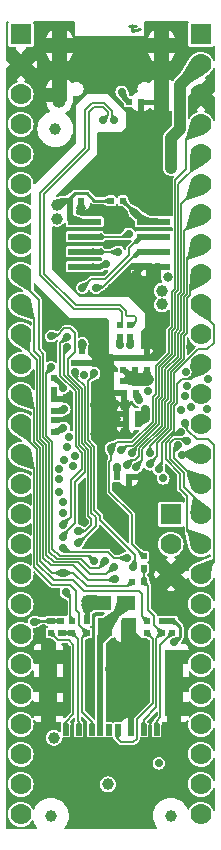
<source format=gbr>
%TF.GenerationSoftware,KiCad,Pcbnew,7.0.9-7.0.9~ubuntu22.04.1*%
%TF.CreationDate,2025-04-08T09:34:51+03:00*%
%TF.ProjectId,PICO2-BB48_Rev_A,5049434f-322d-4424-9234-385f5265765f,A*%
%TF.SameCoordinates,PX8321560PY7f50c60*%
%TF.FileFunction,Copper,L4,Bot*%
%TF.FilePolarity,Positive*%
%FSLAX46Y46*%
G04 Gerber Fmt 4.6, Leading zero omitted, Abs format (unit mm)*
G04 Created by KiCad (PCBNEW 7.0.9-7.0.9~ubuntu22.04.1) date 2025-04-08 09:34:51*
%MOMM*%
%LPD*%
G01*
G04 APERTURE LIST*
%ADD10C,0.222250*%
%TA.AperFunction,NonConductor*%
%ADD11C,0.222250*%
%TD*%
%TA.AperFunction,SMDPad,CuDef*%
%ADD12R,2.200000X0.600000*%
%TD*%
%TA.AperFunction,ComponentPad*%
%ADD13O,1.200000X2.200000*%
%TD*%
%TA.AperFunction,ComponentPad*%
%ADD14O,1.300000X2.000000*%
%TD*%
%TA.AperFunction,ComponentPad*%
%ADD15R,1.778000X1.778000*%
%TD*%
%TA.AperFunction,ComponentPad*%
%ADD16C,1.778000*%
%TD*%
%TA.AperFunction,HeatsinkPad*%
%ADD17C,1.000000*%
%TD*%
%TA.AperFunction,HeatsinkPad*%
%ADD18C,1.800000*%
%TD*%
%TA.AperFunction,SMDPad,CuDef*%
%ADD19R,0.500000X0.550000*%
%TD*%
%TA.AperFunction,SMDPad,CuDef*%
%ADD20R,0.550000X0.500000*%
%TD*%
%TA.AperFunction,FiducialPad,Global*%
%ADD21C,1.000000*%
%TD*%
%TA.AperFunction,SMDPad,CuDef*%
%ADD22R,1.524000X1.270000*%
%TD*%
%TA.AperFunction,SMDPad,CuDef*%
%ADD23R,1.270000X1.524000*%
%TD*%
%TA.AperFunction,SMDPad,CuDef*%
%ADD24R,1.500000X1.200000*%
%TD*%
%TA.AperFunction,SMDPad,CuDef*%
%ADD25R,1.500000X4.500000*%
%TD*%
%TA.AperFunction,SMDPad,CuDef*%
%ADD26R,0.500000X1.000000*%
%TD*%
%TA.AperFunction,ViaPad*%
%ADD27C,0.800000*%
%TD*%
%TA.AperFunction,ViaPad*%
%ADD28C,0.700000*%
%TD*%
%TA.AperFunction,ViaPad*%
%ADD29C,1.000000*%
%TD*%
%TA.AperFunction,Conductor*%
%ADD30C,0.508000*%
%TD*%
%TA.AperFunction,Conductor*%
%ADD31C,1.016000*%
%TD*%
%TA.AperFunction,Conductor*%
%ADD32C,0.406400*%
%TD*%
%TA.AperFunction,Conductor*%
%ADD33C,0.254000*%
%TD*%
%TA.AperFunction,Conductor*%
%ADD34C,0.177800*%
%TD*%
%TA.AperFunction,Conductor*%
%ADD35C,0.762000*%
%TD*%
%TA.AperFunction,Conductor*%
%ADD36C,0.127000*%
%TD*%
%TA.AperFunction,Conductor*%
%ADD37C,1.066800*%
%TD*%
G04 APERTURE END LIST*
D10*
D11*
X11282954Y68264334D02*
X10690287Y68264334D01*
X11621621Y68052667D02*
X10986621Y67841001D01*
X10986621Y67841001D02*
X10986621Y68391334D01*
D12*
%TO.P,U5,1,#CS*%
%TO.N,/GPIO8\u005CQMI_CS1n*%
X12487000Y51712000D03*
%TO.P,U5,2,DO(IO1)*%
%TO.N,/QSPI_SD1*%
X12487000Y50442000D03*
%TO.P,U5,3,#WP(IO2)*%
%TO.N,/QSPI_SD2*%
X12487000Y49172000D03*
%TO.P,U5,4,GND*%
%TO.N,GND*%
X12487000Y47902000D03*
%TO.P,U5,5,DI(IO0)*%
%TO.N,/QSPI_SD0*%
X7287000Y47902000D03*
%TO.P,U5,6,CLK*%
%TO.N,/QSPI_CLK*%
X7287000Y49172000D03*
%TO.P,U5,7,#HOLD(IO3)*%
%TO.N,/QSPI_SD3*%
X7287000Y50442000D03*
%TO.P,U5,8,VCC*%
%TO.N,+3.3V*%
X7287000Y51712000D03*
%TD*%
%TO.P,U4,1,#CS*%
%TO.N,/GPIO8\u005CQMI_CS1n*%
X13122000Y51712000D03*
%TO.P,U4,2,DO(IO1)*%
%TO.N,/QSPI_SD1*%
X13122000Y50442000D03*
%TO.P,U4,3,#WP(IO2)*%
%TO.N,/QSPI_SD2*%
X13122000Y49172000D03*
%TO.P,U4,4,GND*%
%TO.N,GND*%
X13122000Y47902000D03*
%TO.P,U4,5,DI(IO0)*%
%TO.N,/QSPI_SD0*%
X6652000Y47902000D03*
%TO.P,U4,6,CLK*%
%TO.N,/QSPI_CLK*%
X6652000Y49172000D03*
%TO.P,U4,7,#HOLD(IO3)*%
%TO.N,/QSPI_SD3*%
X6652000Y50442000D03*
%TO.P,U4,8,VCC*%
%TO.N,+3.3V*%
X6652000Y51712000D03*
%TD*%
D13*
%TO.P,USB-C1,0,SHELL*%
%TO.N,GND*%
X4830000Y62470000D03*
X13470000Y62470000D03*
D14*
X4830000Y66650000D03*
X13470000Y66650000D03*
%TD*%
D15*
%TO.P,SWD1,1*%
%TO.N,/SWDIO*%
X14265000Y26940000D03*
D16*
%TO.P,SWD1,2*%
%TO.N,/SWCLK*%
X14265000Y24400000D03*
%TO.P,SWD1,3*%
%TO.N,GND*%
X14265000Y21860000D03*
%TD*%
D17*
%TO.P,U3,81,GND(EPAD)*%
%TO.N,GND*%
X7950000Y33730000D03*
X10350000Y33800000D03*
D18*
X9150000Y35000000D03*
D17*
X7950000Y36200000D03*
X10350000Y36200000D03*
%TD*%
D19*
%TO.P,R10,1*%
%TO.N,GND*%
X11725000Y61872000D03*
%TO.P,R10,2*%
%TO.N,/USB_CC1*%
X10709000Y61872000D03*
%TD*%
D20*
%TO.P,R7,1*%
%TO.N,/USB_D+*%
X9947000Y42949000D03*
%TO.P,R7,2*%
%TO.N,/D+*%
X9947000Y41933000D03*
%TD*%
%TO.P,R6,1*%
%TO.N,/USB_D-*%
X10836000Y42949000D03*
%TO.P,R6,2*%
%TO.N,/D-*%
X10836000Y41933000D03*
%TD*%
%TO.P,C10,1*%
%TO.N,+3.3V*%
X6772000Y40790000D03*
%TO.P,C10,2*%
%TO.N,GND*%
X6772000Y39774000D03*
%TD*%
%TO.P,C4,1*%
%TO.N,+3.3V*%
X4359000Y33932000D03*
%TO.P,C4,2*%
%TO.N,GND*%
X4359000Y34948000D03*
%TD*%
%TO.P,R20,1*%
%TO.N,+3.3V*%
X7153000Y17930000D03*
%TO.P,R20,2*%
%TO.N,/GPIO11\u005CSPI1_TX\u005CSD_CMD*%
X7153000Y16914000D03*
%TD*%
D19*
%TO.P,C17,1*%
%TO.N,/+1V1*%
X11344000Y37234000D03*
%TO.P,C17,2*%
%TO.N,GND*%
X10328000Y37234000D03*
%TD*%
D20*
%TO.P,C9,2*%
%TO.N,GND*%
X11217000Y40155000D03*
%TO.P,C9,1*%
%TO.N,+3.3V*%
X11217000Y39139000D03*
%TD*%
D19*
%TO.P,C16,1*%
%TO.N,/+1V1*%
X9693000Y30122000D03*
%TO.P,C16,2*%
%TO.N,GND*%
X10709000Y30122000D03*
%TD*%
%TO.P,C11,1*%
%TO.N,+3.3V*%
X10201000Y38250000D03*
%TO.P,C11,2*%
%TO.N,GND*%
X9185000Y38250000D03*
%TD*%
D21*
%TO.P,FID4,Fid1,FID\u002A*%
%TO.N,unconnected-(FID4-FID\u002A-PadFid1)*%
X4105000Y1420000D03*
%TD*%
D20*
%TO.P,C3,1*%
%TO.N,+3.3V*%
X4359000Y38504000D03*
%TO.P,C3,2*%
%TO.N,GND*%
X4359000Y37488000D03*
%TD*%
D19*
%TO.P,C8,1*%
%TO.N,+3.3V*%
X11471000Y35456000D03*
%TO.P,C8,2*%
%TO.N,GND*%
X10455000Y35456000D03*
%TD*%
%TO.P,C26,1*%
%TO.N,GND*%
X6645000Y53490000D03*
%TO.P,C26,2*%
%TO.N,+3.3V*%
X5629000Y53490000D03*
%TD*%
D20*
%TO.P,R25,1*%
%TO.N,/GPIO10\u005CSPI1_SCK\u005CSD_CLK*%
X12233000Y17930000D03*
%TO.P,R25,2*%
%TO.N,Net-(MICRO_SD1-CLK{slash}SCLK)*%
X12233000Y16914000D03*
%TD*%
D19*
%TO.P,R16,1*%
%TO.N,+3.3V*%
X9185000Y53490000D03*
%TO.P,R16,2*%
%TO.N,/GPIO8\u005CQMI_CS1n*%
X10201000Y53490000D03*
%TD*%
D21*
%TO.P,FID6,Fid1,FID\u002A*%
%TO.N,unconnected-(FID6-FID\u002A-PadFid1)*%
X14265000Y1420000D03*
%TD*%
D20*
%TO.P,R23,1*%
%TO.N,+3.3V*%
X4105000Y17930000D03*
%TO.P,R23,2*%
%TO.N,Net-(MICRO_SD1-DAT2{slash}RES)*%
X4105000Y16914000D03*
%TD*%
%TO.P,C12,1*%
%TO.N,+3.3V*%
X10201000Y39139000D03*
%TO.P,C12,2*%
%TO.N,GND*%
X10201000Y40155000D03*
%TD*%
%TO.P,C13,1*%
%TO.N,+3.3V*%
X12233000Y39139000D03*
%TO.P,C13,2*%
%TO.N,GND*%
X12233000Y40155000D03*
%TD*%
D15*
%TO.P,EXT2,1*%
%TO.N,VBUS*%
X16805000Y67587000D03*
D16*
%TO.P,EXT2,2*%
%TO.N,VSYS*%
X16805000Y65047000D03*
%TO.P,EXT2,3*%
%TO.N,GND*%
X16805000Y62507000D03*
%TO.P,EXT2,4*%
%TO.N,/GPIO24\u005CSPI1_RX\u005CSD_DAT0*%
X16805000Y59967000D03*
%TO.P,EXT2,5*%
%TO.N,/GPIO25\u005CUser_Led*%
X16805000Y57427000D03*
%TO.P,EXT2,6*%
%TO.N,/GPIO26*%
X16805000Y54887000D03*
%TO.P,EXT2,7*%
%TO.N,/GPIO27*%
X16805000Y52347000D03*
%TO.P,EXT2,8*%
%TO.N,/GPIO28*%
X16805000Y49807000D03*
%TO.P,EXT2,9*%
%TO.N,/GPIO29*%
X16805000Y47267000D03*
%TO.P,EXT2,10*%
%TO.N,/GPIO30*%
X16805000Y44727000D03*
%TO.P,EXT2,11*%
%TO.N,/GPIO31*%
X16805000Y42187000D03*
%TO.P,EXT2,12*%
%TO.N,/GPIO32*%
X16805000Y39647000D03*
%TO.P,EXT2,13*%
%TO.N,/GPIO33*%
X16805000Y37107000D03*
%TO.P,EXT2,14*%
%TO.N,/GPIO34*%
X16805000Y34567000D03*
%TO.P,EXT2,15*%
%TO.N,/GPIO35*%
X16805000Y32027000D03*
%TO.P,EXT2,16*%
%TO.N,/GPIO36*%
X16805000Y29487000D03*
%TO.P,EXT2,17*%
%TO.N,/GPIO37*%
X16805000Y26947000D03*
%TO.P,EXT2,18*%
%TO.N,/GPIO38*%
X16805000Y24407000D03*
%TO.P,EXT2,19*%
%TO.N,/GPIO39*%
X16805000Y21867000D03*
%TO.P,EXT2,20*%
%TO.N,/GPIO40*%
X16805000Y19327000D03*
%TO.P,EXT2,21*%
%TO.N,/GPIO41*%
X16805000Y16787000D03*
%TO.P,EXT2,22*%
%TO.N,/GPIO42*%
X16805000Y14247000D03*
%TO.P,EXT2,23*%
%TO.N,/GPIO43*%
X16805000Y11707000D03*
%TO.P,EXT2,24*%
%TO.N,/GPIO44*%
X16805000Y9167000D03*
%TO.P,EXT2,25*%
%TO.N,/GPIO45*%
X16805000Y6627000D03*
%TO.P,EXT2,26*%
%TO.N,/GPIO46*%
X16805000Y4087000D03*
%TO.P,EXT2,27*%
%TO.N,/GPIO47*%
X16805000Y1547000D03*
%TD*%
D21*
%TO.P,FID5,Fid1,FID\u002A*%
%TO.N,unconnected-(FID5-FID\u002A-PadFid1)*%
X4486000Y59586000D03*
%TD*%
D20*
%TO.P,R21,1*%
%TO.N,+3.3V*%
X13503000Y17930000D03*
%TO.P,R21,2*%
%TO.N,Net-(MICRO_SD1-DAT0{slash}DO)*%
X13503000Y16914000D03*
%TD*%
D15*
%TO.P,EXT1,1*%
%TO.N,+3.3V*%
X1565000Y67587000D03*
D16*
%TO.P,EXT1,2*%
%TO.N,GND*%
X1565000Y65047000D03*
%TO.P,EXT1,3*%
%TO.N,/3V3_EN*%
X1565000Y62507000D03*
%TO.P,EXT1,4*%
%TO.N,/GPIO0\u005CUART0_TX*%
X1565000Y59967000D03*
%TO.P,EXT1,5*%
%TO.N,/GPIO1\u005CUART0_RX*%
X1565000Y57427000D03*
%TO.P,EXT1,6*%
%TO.N,/GPIO2\u005CI2C1_SDA*%
X1565000Y54887000D03*
%TO.P,EXT1,7*%
%TO.N,/GPIO3\u005CI2C1_SCL*%
X1565000Y52347000D03*
%TO.P,EXT1,8*%
%TO.N,/GPIO4\u005CSPI0_RX(MISO)*%
X1565000Y49807000D03*
%TO.P,EXT1,9*%
%TO.N,/GPIO5\u005CSPI0_CSn(CS#)*%
X1565000Y47267000D03*
%TO.P,EXT1,10*%
%TO.N,/GPIO6\u005CSPI0_SCK(SCK)*%
X1565000Y44727000D03*
%TO.P,EXT1,11*%
%TO.N,/GPIO7\u005CSPI0_TX(MOSI)*%
X1565000Y42187000D03*
%TO.P,EXT1,12*%
%TO.N,/GPIO8\u005CQMI_CS1n*%
X1565000Y39647000D03*
%TO.P,EXT1,13*%
%TO.N,/GPIO9\u005CSPI1_CSn*%
X1565000Y37107000D03*
%TO.P,EXT1,14*%
%TO.N,/GPIO10\u005CSPI1_SCK\u005CSD_CLK*%
X1565000Y34567000D03*
%TO.P,EXT1,15*%
%TO.N,/GPIO11\u005CSPI1_TX\u005CSD_CMD*%
X1565000Y32027000D03*
%TO.P,EXT1,16*%
%TO.N,/GPIO12*%
X1565000Y29487000D03*
%TO.P,EXT1,17*%
%TO.N,/GPIO13*%
X1565000Y26947000D03*
%TO.P,EXT1,18*%
%TO.N,/GPIO14*%
X1565000Y24407000D03*
%TO.P,EXT1,19*%
%TO.N,/GPIO15*%
X1565000Y21867000D03*
%TO.P,EXT1,20*%
%TO.N,/GPIO16*%
X1565000Y19327000D03*
%TO.P,EXT1,21*%
%TO.N,/GPIO17*%
X1565000Y16787000D03*
%TO.P,EXT1,22*%
%TO.N,/GPIO18*%
X1565000Y14247000D03*
%TO.P,EXT1,23*%
%TO.N,/GPIO19*%
X1565000Y11707000D03*
%TO.P,EXT1,24*%
%TO.N,/GPIO20*%
X1565000Y9167000D03*
%TO.P,EXT1,25*%
%TO.N,/GPIO21*%
X1565000Y6627000D03*
%TO.P,EXT1,26*%
%TO.N,/GPIO22*%
X1565000Y4087000D03*
%TO.P,EXT1,27*%
%TO.N,/GPIO23*%
X1565000Y1547000D03*
%TD*%
D20*
%TO.P,R22,1*%
%TO.N,+3.3V*%
X14392000Y17930000D03*
%TO.P,R22,2*%
%TO.N,Net-(MICRO_SD1-DAT1{slash}RES)*%
X14392000Y16914000D03*
%TD*%
D19*
%TO.P,C7,1*%
%TO.N,+3.3V*%
X11471000Y34567000D03*
%TO.P,C7,2*%
%TO.N,GND*%
X10455000Y34567000D03*
%TD*%
D20*
%TO.P,R19,1*%
%TO.N,+3.3V*%
X4994000Y17930000D03*
%TO.P,R19,2*%
%TO.N,Net-(MICRO_SD1-CD{slash}DAT3{slash}CS)*%
X4994000Y16914000D03*
%TD*%
D22*
%TO.P,L3,1,1*%
%TO.N,+3.3V*%
X8423000Y19454000D03*
%TO.P,L3,2,2*%
%TO.N,/SD_VDD*%
X10455000Y19454000D03*
%TD*%
D20*
%TO.P,R24,1*%
%TO.N,/GPIO9\u005CSPI1_CSn*%
X5883000Y17930000D03*
%TO.P,R24,2*%
%TO.N,Net-(MICRO_SD1-CD{slash}DAT3{slash}CS)*%
X5883000Y16914000D03*
%TD*%
D19*
%TO.P,R27,1*%
%TO.N,/GPIO9\u005CSPI1_CSn*%
X10963000Y21232000D03*
%TO.P,R27,2*%
%TO.N,Net-(MICRO_SD1-DAT0{slash}DO)*%
X11979000Y21232000D03*
%TD*%
D23*
%TO.P,C27,1*%
%TO.N,/SD_VDD*%
X8677000Y17422000D03*
%TO.P,C27,2*%
%TO.N,GND*%
X10709000Y17422000D03*
%TD*%
D20*
%TO.P,C15,1*%
%TO.N,/+1V1*%
X4359000Y35710000D03*
%TO.P,C15,2*%
%TO.N,GND*%
X4359000Y36726000D03*
%TD*%
D24*
%TO.P,MICRO_SD1,CH1,Card_Housing*%
%TO.N,GND*%
X3900000Y14900000D03*
D25*
X3900000Y12500000D03*
D24*
X3900000Y10450000D03*
X14500000Y14900000D03*
D25*
X14500000Y12500000D03*
D24*
X14500000Y10450000D03*
D26*
%TO.P,MICRO_SD1,CD1,Card_Detect*%
%TO.N,unconnected-(MICRO_SD1-Card_Detect-PadCD1)*%
X9000000Y8700000D03*
%TO.P,MICRO_SD1,8,DAT1/RES*%
%TO.N,Net-(MICRO_SD1-DAT1{slash}RES)*%
X13050000Y8700000D03*
%TO.P,MICRO_SD1,7,DAT0/DO*%
%TO.N,Net-(MICRO_SD1-DAT0{slash}DO)*%
X11950000Y8700000D03*
%TO.P,MICRO_SD1,6,GND*%
%TO.N,GND*%
X10850000Y8700000D03*
%TO.P,MICRO_SD1,5,CLK/SCLK*%
%TO.N,Net-(MICRO_SD1-CLK{slash}SCLK)*%
X9750000Y8700000D03*
%TO.P,MICRO_SD1,4,VDD*%
%TO.N,/SD_VDD*%
X8300000Y8700000D03*
%TO.P,MICRO_SD1,3,CMD/DI*%
%TO.N,/GPIO11\u005CSPI1_TX\u005CSD_CMD*%
X7550000Y8700000D03*
%TO.P,MICRO_SD1,2,CD/DAT3/CS*%
%TO.N,Net-(MICRO_SD1-CD{slash}DAT3{slash}CS)*%
X6450000Y8700000D03*
%TO.P,MICRO_SD1,1,DAT2/RES*%
%TO.N,Net-(MICRO_SD1-DAT2{slash}RES)*%
X5350000Y8700000D03*
%TD*%
D20*
%TO.P,R26,2*%
%TO.N,Net-(MICRO_SD1-DAT0{slash}DO)*%
X11979000Y22375000D03*
%TO.P,R26,1*%
%TO.N,/GPIO24\u005CSPI1_RX\u005CSD_DAT0*%
X11979000Y23391000D03*
%TD*%
D27*
%TO.N,GND*%
X12995000Y57046000D03*
D28*
X9058000Y66825000D03*
X9058000Y13866000D03*
X9439000Y6246000D03*
D27*
X10582000Y57681000D03*
D28*
X9693000Y58976400D03*
D29*
X7534000Y4087000D03*
D28*
X6867000Y26312838D03*
D29*
X10836000Y11834000D03*
X14646000Y9167000D03*
D28*
X9947000Y28979000D03*
D29*
X11344000Y47140000D03*
D28*
X10836000Y65047000D03*
X5629000Y35075000D03*
X11598000Y25169000D03*
X12106000Y52855000D03*
D27*
X4867000Y49299000D03*
D28*
X5629000Y36599000D03*
D29*
X11979000Y15898000D03*
D27*
X12995000Y56030000D03*
D28*
X7407000Y13866000D03*
X12360000Y785000D03*
X14849200Y28471000D03*
X3901800Y3858400D03*
D27*
X7407000Y56030000D03*
D29*
X11344000Y45997000D03*
D28*
X6137000Y785000D03*
X14773000Y3325000D03*
D27*
X8042000Y56792000D03*
D29*
X5248000Y12342000D03*
D28*
X4613000Y44092000D03*
X7407000Y65047000D03*
D27*
X10582000Y56665000D03*
D28*
X15916000Y41094800D03*
D27*
X6137000Y46886000D03*
X9312000Y46124000D03*
D28*
X9820000Y23899000D03*
D29*
X13369793Y40923207D03*
X5375000Y7262000D03*
D27*
X6645000Y52855000D03*
D28*
%TO.N,/USB_D-*%
X8550000Y60348000D03*
%TO.N,/USB_D+*%
X9446930Y60347588D03*
D29*
%TO.N,+3.3V*%
X12233000Y38377000D03*
X11090000Y38377000D03*
D28*
X12074000Y35837000D03*
X5146400Y37665800D03*
X5121000Y27074000D03*
X14519000Y16152000D03*
X6772000Y41425000D03*
D29*
X7153000Y19581000D03*
X4359000Y8024000D03*
D28*
X5121000Y27963000D03*
D27*
X14011000Y47013000D03*
D28*
X5171800Y34287600D03*
X13249000Y5865000D03*
D29*
X4613000Y51966000D03*
X8931000Y4087000D03*
D28*
X12074000Y35075000D03*
X2657200Y17828400D03*
D29*
X4613000Y53109000D03*
D28*
%TO.N,/+1V1*%
X9693000Y30941000D03*
D29*
X13503000Y44727000D03*
D28*
X11598000Y36599000D03*
X5248000Y35837000D03*
D29*
X13503000Y45870000D03*
D28*
%TO.N,/RUN*%
X10582000Y23264000D03*
X5121000Y24058000D03*
%TO.N,/GPIO25\u005CUser_Led*%
X10074000Y32408000D03*
%TO.N,/GPIO29*%
X12468200Y32103200D03*
%TO.N,/GPIO7\u005CSPI0_TX(MOSI)*%
X9566000Y21486000D03*
%TO.N,/GPIO5\u005CSPI0_CSn(CS#)*%
X8677000Y23010000D03*
%TO.N,/GPIO4\u005CSPI0_RX(MISO)*%
X4137000Y39393000D03*
X7788000Y23010000D03*
%TO.N,/GPIO0\u005CUART0_TX*%
X5502000Y41933000D03*
X5121000Y26058000D03*
%TO.N,/GPIO1\u005CUART0_RX*%
X5502000Y41076000D03*
X5121000Y25042000D03*
%TO.N,/GPIO18*%
X6137000Y31900000D03*
%TO.N,/GPIO24\u005CSPI1_RX\u005CSD_DAT0*%
X9185000Y32567000D03*
%TO.N,/GPIO20*%
X4790800Y30757000D03*
%TO.N,/GPIO19*%
X5248000Y31519000D03*
%TO.N,/GPIO21*%
X4790800Y29911940D03*
%TO.N,/GPIO23*%
X4772000Y28820000D03*
%TO.N,/GPIO22*%
X5984600Y31011000D03*
%TO.N,/GPIO26*%
X10963000Y32133613D03*
%TO.N,/GPIO27*%
X10531200Y31163400D03*
%TO.N,/GPIO28*%
X11344000Y30960200D03*
%TO.N,/USB_CC1*%
X10099400Y62710200D03*
%TO.N,/D-*%
X10836000Y41272600D03*
%TO.N,/D+*%
X9921600Y41272600D03*
D29*
%TO.N,VSYS*%
X14265000Y57427000D03*
X14265000Y56284000D03*
D28*
%TO.N,/GPIO31*%
X13630000Y29995000D03*
%TO.N,/GPIO30*%
X12461600Y31188800D03*
%TO.N,/GPIO9\u005CSPI1_CSn*%
X5121000Y21994000D03*
X5375000Y20343000D03*
%TO.N,/GPIO8\u005CQMI_CS1n*%
X6924400Y38732600D03*
X11217000Y52474000D03*
%TO.N,/GPIO3\u005CI2C1_SCL*%
X4130400Y42034600D03*
X6391000Y25550000D03*
%TO.N,/GPIO2\u005CI2C1_SDA*%
X6111600Y38986600D03*
X6391000Y24534000D03*
%TO.N,/GPIO17*%
X5476600Y32687400D03*
%TO.N,/GPIO16*%
X5603600Y33525600D03*
%TO.N,/GPIO6\u005CSPI0_SCK(SCK)*%
X9439000Y22451200D03*
%TO.N,/GPIO47*%
X15535000Y39012000D03*
%TO.N,/GPIO46*%
X17440000Y38377000D03*
%TO.N,/GPIO45*%
X15611200Y37818200D03*
%TO.N,/QSPI_CSn*%
X7788000Y38885000D03*
X11090000Y22502000D03*
%TO.N,/GPIO44*%
X12360000Y37361000D03*
%TO.N,/QSPI_CLK*%
X9820000Y49172000D03*
%TO.N,/GPIO40*%
X17344500Y35837000D03*
%TO.N,/QSPI_SD0*%
X8804000Y48156000D03*
%TO.N,/QSPI_SD1*%
X6772000Y46124000D03*
%TO.N,/GPIO41*%
X15157227Y35813150D03*
%TO.N,/GPIO42*%
X15964846Y36030553D03*
%TO.N,/QSPI_SD2*%
X7915000Y46124000D03*
%TO.N,/QSPI_SD3*%
X10709000Y50696000D03*
%TO.N,/GPIO43*%
X15433400Y36929200D03*
%TO.N,/GPIO35*%
X15172800Y32009315D03*
%TO.N,/GPIO32*%
X13249000Y30757000D03*
%TO.N,/GPIO36*%
X14874600Y32789000D03*
%TO.N,/GPIO37*%
X15636600Y33195400D03*
%TO.N,/GPIO38*%
X15137434Y33904076D03*
%TO.N,/GPIO39*%
X15433400Y34694000D03*
%TD*%
D30*
%TO.N,GND*%
X10709000Y17168000D02*
X10709000Y17422000D01*
X12868000Y23257000D02*
X12868000Y28598000D01*
X10455000Y36095000D02*
X10455000Y35456000D01*
D31*
X4058000Y12342000D02*
X5248000Y12342000D01*
D30*
X10350000Y36200000D02*
X10328000Y36222000D01*
X10201000Y40155000D02*
X9312000Y40155000D01*
D32*
X13470000Y62470000D02*
X12872000Y61872000D01*
D30*
X10455000Y33905000D02*
X10350000Y33800000D01*
X11217000Y40155000D02*
X12233000Y40155000D01*
D32*
X12872000Y61872000D02*
X11725000Y61872000D01*
D30*
X12487000Y28979000D02*
X10709000Y28979000D01*
X12233000Y40155000D02*
X12601586Y40155000D01*
D33*
X4486000Y35075000D02*
X4359000Y34948000D01*
D30*
X10328000Y36222000D02*
X10328000Y37234000D01*
D33*
X5629000Y35075000D02*
X4486000Y35075000D01*
D30*
X10709000Y28979000D02*
X10709000Y30122000D01*
X10836000Y11834000D02*
X10850000Y11820000D01*
D31*
X3900000Y12500000D02*
X4058000Y12342000D01*
X7950000Y36200000D02*
X8804000Y37054000D01*
D30*
X14500000Y10450000D02*
X14646000Y10304000D01*
D32*
X4359000Y36726000D02*
X5502000Y36726000D01*
D30*
X10455000Y34567000D02*
X10455000Y33905000D01*
X10201000Y40155000D02*
X11217000Y40155000D01*
X10709000Y28979000D02*
X9947000Y28979000D01*
X14265000Y21860000D02*
X12868000Y23257000D01*
X11344000Y47140000D02*
X11344000Y47394000D01*
X12868000Y28598000D02*
X14722200Y28598000D01*
X14722200Y28598000D02*
X14849200Y28471000D01*
X6772000Y39774000D02*
X8804000Y39774000D01*
X10850000Y11820000D02*
X10850000Y8700000D01*
X11852000Y47902000D02*
X12487000Y47902000D01*
X12601586Y40155000D02*
X13369793Y40923207D01*
X10350000Y36200000D02*
X10455000Y36095000D01*
X12868000Y28598000D02*
X12487000Y28979000D01*
D31*
X8804000Y37054000D02*
X8804000Y39774000D01*
D30*
X10455000Y34567000D02*
X10455000Y35456000D01*
D32*
X4359000Y37488000D02*
X4359000Y36726000D01*
D30*
X6645000Y53490000D02*
X6645000Y52855000D01*
X11979000Y15898000D02*
X10709000Y17168000D01*
D32*
X5502000Y36726000D02*
X5629000Y36599000D01*
D30*
X14646000Y10304000D02*
X14646000Y9167000D01*
X11344000Y47394000D02*
X11852000Y47902000D01*
D34*
%TO.N,/USB_D-*%
X10455000Y44177973D02*
X10455000Y43863400D01*
X10975700Y42949000D02*
X10836000Y42949000D01*
X3508100Y54056612D02*
X3508100Y47335388D01*
X11344000Y43317300D02*
X10975700Y42949000D01*
X8956400Y60978112D02*
X8481612Y61452900D01*
X7318100Y57866612D02*
X3508100Y54056612D01*
X3508100Y47335388D02*
X6205388Y44638100D01*
X10455000Y43863400D02*
X10582000Y43736400D01*
X11191600Y43736400D02*
X11344000Y43584000D01*
X9994874Y44638100D02*
X10455000Y44177973D01*
X8550000Y60348000D02*
X8956400Y60754400D01*
X7729388Y61452900D02*
X7318100Y61041612D01*
X7318100Y61041612D02*
X7318100Y57866612D01*
X11344000Y43584000D02*
X11344000Y43317300D01*
X6205388Y44638100D02*
X9994874Y44638100D01*
X8956400Y60754400D02*
X8956400Y60978112D01*
X8481612Y61452900D02*
X7729388Y61452900D01*
X10582000Y43736400D02*
X11191600Y43736400D01*
%TO.N,/USB_D+*%
X10124800Y44041200D02*
X10124800Y43126800D01*
X6068612Y44307900D02*
X9858100Y44307900D01*
X8618388Y61783100D02*
X7592612Y61783100D01*
X9858100Y44307900D02*
X10124800Y44041200D01*
X9286600Y61114888D02*
X8618388Y61783100D01*
X3177900Y54193388D02*
X3177900Y47198612D01*
X6987900Y58003388D02*
X3177900Y54193388D01*
X6987900Y61178388D02*
X6987900Y58003388D01*
X9286600Y60507918D02*
X9286600Y61114888D01*
X7592612Y61783100D02*
X6987900Y61178388D01*
X9446930Y60347588D02*
X9286600Y60507918D01*
X10124800Y43126800D02*
X9947000Y42949000D01*
X3177900Y47198612D02*
X6068612Y44307900D01*
D33*
%TO.N,+3.3V*%
X2758800Y17930000D02*
X4105000Y17930000D01*
X15027000Y16533000D02*
X14646000Y16152000D01*
X7788000Y53490000D02*
X9185000Y53490000D01*
X15027000Y17422000D02*
X15027000Y16533000D01*
D30*
X4994000Y53490000D02*
X5629000Y53490000D01*
X11471000Y34567000D02*
X11566000Y34567000D01*
D33*
X5629000Y53490000D02*
X5629000Y53617000D01*
X7153000Y54125000D02*
X7788000Y53490000D01*
D35*
X7280000Y19581000D02*
X7407000Y19708000D01*
D32*
X5146400Y37665800D02*
X5146400Y37792800D01*
D30*
X6652000Y51712000D02*
X5883000Y51712000D01*
X5756000Y51839000D02*
X5756000Y53363000D01*
D33*
X14392000Y17930000D02*
X14519000Y17930000D01*
D30*
X11217000Y38504000D02*
X11090000Y38377000D01*
X11566000Y34567000D02*
X12074000Y35075000D01*
X5756000Y53363000D02*
X5629000Y53490000D01*
D35*
X7153000Y19581000D02*
X7280000Y19581000D01*
D30*
X11217000Y39139000D02*
X11217000Y38504000D01*
D32*
X7153000Y17930000D02*
X7153000Y19581000D01*
D30*
X13503000Y17930000D02*
X14392000Y17930000D01*
X6772000Y40790000D02*
X6772000Y41425000D01*
D33*
X14646000Y16152000D02*
X14519000Y16152000D01*
D30*
X11471000Y35456000D02*
X11471000Y34567000D01*
X10201000Y38250000D02*
X10963000Y38250000D01*
D33*
X6137000Y54125000D02*
X7153000Y54125000D01*
D32*
X4435200Y38504000D02*
X4359000Y38504000D01*
X4613000Y33932000D02*
X4968600Y34287600D01*
X4359000Y33932000D02*
X4613000Y33932000D01*
D30*
X5883000Y51712000D02*
X5756000Y51839000D01*
D36*
X4105000Y17930000D02*
X4994000Y17930000D01*
D33*
X2657200Y17828400D02*
X2758800Y17930000D01*
X14519000Y17930000D02*
X15027000Y17422000D01*
D30*
X4613000Y53109000D02*
X4994000Y53490000D01*
D32*
X10201000Y39139000D02*
X10328000Y39139000D01*
D33*
X5629000Y53617000D02*
X6137000Y54125000D01*
D32*
X5146400Y37792800D02*
X4435200Y38504000D01*
X10328000Y39139000D02*
X11090000Y38377000D01*
X4968600Y34287600D02*
X5171800Y34287600D01*
D35*
X7407000Y19708000D02*
X8042000Y19708000D01*
D30*
X12233000Y39139000D02*
X12233000Y38377000D01*
D37*
X11090000Y38377000D02*
X12233000Y38377000D01*
D35*
X12074000Y35075000D02*
X12074000Y35837000D01*
D30*
X10963000Y38250000D02*
X11090000Y38377000D01*
%TO.N,/+1V1*%
X9693000Y30941000D02*
X9693000Y30122000D01*
X11344000Y36853000D02*
X11598000Y36599000D01*
D32*
X5121000Y35710000D02*
X5248000Y35837000D01*
X4359000Y35710000D02*
X5121000Y35710000D01*
D30*
X11344000Y37234000D02*
X11344000Y36853000D01*
D36*
%TO.N,/RUN*%
X8931000Y23772000D02*
X9439000Y23264000D01*
X5407000Y23772000D02*
X8931000Y23772000D01*
X9439000Y23264000D02*
X10582000Y23264000D01*
X5121000Y24058000D02*
X5407000Y23772000D01*
%TO.N,/GPIO25\u005CUser_Led*%
X11098028Y32763600D02*
X12995000Y34660572D01*
X14646000Y42734840D02*
X14646000Y45655840D01*
X14900000Y54887000D02*
X16805000Y56792000D01*
X12995000Y36744050D02*
X13249000Y36998050D01*
X13249000Y36998050D02*
X13249000Y39427425D01*
X14646000Y45655840D02*
X14900000Y45909840D01*
X14341200Y40519625D02*
X14341200Y42430040D01*
X10074000Y32408000D02*
X10429600Y32763600D01*
X10429600Y32763600D02*
X11098028Y32763600D01*
X14341200Y42430040D02*
X14646000Y42734840D01*
X13249000Y39427425D02*
X14341200Y40519625D01*
X12995000Y34660572D02*
X12995000Y36744050D01*
X16805000Y56792000D02*
X16805000Y57427000D01*
X14900000Y45909840D02*
X14900000Y54887000D01*
%TO.N,/GPIO29*%
X15916000Y46378000D02*
X15916000Y45489000D01*
X15662000Y45235000D02*
X15662000Y42314000D01*
X14011000Y34239732D02*
X12468200Y32696932D01*
X12468200Y32696932D02*
X12468200Y32103200D01*
X15662000Y42314000D02*
X15357200Y42009200D01*
X16805000Y47267000D02*
X15916000Y46378000D01*
X14265000Y36577210D02*
X14011000Y36323210D01*
X14011000Y36323210D02*
X14011000Y34239732D01*
X15357200Y40098785D02*
X14265000Y39006585D01*
X15357200Y42009200D02*
X15357200Y40098785D01*
X14265000Y39006585D02*
X14265000Y36577210D01*
X15916000Y45489000D02*
X15662000Y45235000D01*
%TO.N,/GPIO7\u005CSPI0_TX(MOSI)*%
X9439000Y21359000D02*
X7280000Y21359000D01*
X3470000Y32714605D02*
X2962000Y33222605D01*
X2962000Y33222605D02*
X2962000Y40028000D01*
X6010000Y22629000D02*
X4105000Y22629000D01*
X3470000Y23264000D02*
X3470000Y32714605D01*
X4105000Y22629000D02*
X3470000Y23264000D01*
X2962000Y40028000D02*
X1565000Y41425000D01*
X9566000Y21486000D02*
X9439000Y21359000D01*
X1565000Y41425000D02*
X1565000Y42187000D01*
X7280000Y21359000D02*
X6010000Y22629000D01*
%TO.N,/GPIO5\u005CSPI0_CSn(CS#)*%
X3089000Y40917000D02*
X3089000Y45108000D01*
X8677000Y22883000D02*
X8169000Y22375000D01*
X3978000Y32963190D02*
X3470000Y33471190D01*
X3089000Y45108000D02*
X1565000Y46632000D01*
X3470000Y40536000D02*
X3089000Y40917000D01*
X8169000Y22375000D02*
X7407000Y22375000D01*
X6645000Y23137000D02*
X4613000Y23137000D01*
X3470000Y33471190D02*
X3470000Y40536000D01*
X7407000Y22375000D02*
X6645000Y23137000D01*
X1565000Y46632000D02*
X1565000Y47267000D01*
X8677000Y23010000D02*
X8677000Y22883000D01*
X3978000Y23772000D02*
X3978000Y32963190D01*
X4613000Y23137000D02*
X3978000Y23772000D01*
%TO.N,/GPIO4\u005CSPI0_RX(MISO)*%
X3724000Y33601800D02*
X3724000Y38885000D01*
X4137000Y39298000D02*
X4137000Y39393000D01*
X3724000Y38885000D02*
X4137000Y39298000D01*
X4232000Y24004210D02*
X4232000Y33093800D01*
X4232000Y33093800D02*
X3724000Y33601800D01*
X7788000Y23010000D02*
X7407000Y23391000D01*
X7407000Y23391000D02*
X4845210Y23391000D01*
X4845210Y23391000D02*
X4232000Y24004210D01*
%TO.N,/GPIO0\u005CUART0_TX*%
X5375000Y41933000D02*
X5502000Y41933000D01*
X6213200Y32712800D02*
X6213200Y37379180D01*
X5121000Y26058000D02*
X5806800Y26743800D01*
X4892400Y41450400D02*
X5375000Y41933000D01*
X6213200Y37379180D02*
X4892400Y38699980D01*
X5806800Y26743800D02*
X5806800Y29855300D01*
X6772000Y32154000D02*
X6213200Y32712800D01*
X6772000Y30820500D02*
X6772000Y32154000D01*
X4892400Y38699980D02*
X4892400Y41450400D01*
X5806800Y29855300D02*
X6772000Y30820500D01*
%TO.N,/GPIO1\u005CUART0_RX*%
X6187800Y29692488D02*
X7026000Y30530688D01*
X7026000Y30530688D02*
X7026000Y32281000D01*
X6187800Y26235800D02*
X6187800Y29692488D01*
X7026000Y32281000D02*
X6467200Y32839800D01*
X6467200Y32839800D02*
X6467200Y37484390D01*
X5121000Y25169000D02*
X6187800Y26235800D01*
X5222600Y40796600D02*
X5502000Y41076000D01*
X6467200Y37484390D02*
X5222600Y38728990D01*
X5121000Y25042000D02*
X5121000Y25169000D01*
X5222600Y38728990D02*
X5222600Y40796600D01*
%TO.N,/GPIO24\u005CSPI1_RX\u005CSD_DAT0*%
X12995000Y37107000D02*
X12995000Y39532635D01*
X15535000Y58697000D02*
X16805000Y59967000D01*
X14087200Y40624835D02*
X14087200Y42535250D01*
X9185000Y32567000D02*
X9661000Y33043000D01*
X9058000Y28852000D02*
X9058000Y31392000D01*
X14392000Y42840050D02*
X14392000Y45761050D01*
X14646000Y46015050D02*
X14646000Y55268000D01*
X11013800Y33043000D02*
X12741000Y34770200D01*
X14646000Y55268000D02*
X15535000Y56157000D01*
X14392000Y45761050D02*
X14646000Y46015050D01*
X10963000Y26947000D02*
X9058000Y28852000D01*
X14087200Y42535250D02*
X14392000Y42840050D01*
X15535000Y56157000D02*
X15535000Y58697000D01*
X12741000Y36853000D02*
X12995000Y37107000D01*
X9185000Y31519000D02*
X9185000Y32567000D01*
X12995000Y39532635D02*
X14087200Y40624835D01*
X11979000Y23391000D02*
X10963000Y24407000D01*
X10963000Y24407000D02*
X10963000Y26947000D01*
X12741000Y34770200D02*
X12741000Y36853000D01*
X9661000Y33043000D02*
X11013800Y33043000D01*
X9058000Y31392000D02*
X9185000Y31519000D01*
%TO.N,/GPIO26*%
X15154000Y45804630D02*
X15154000Y53236000D01*
X13503000Y36892840D02*
X13503000Y39322215D01*
X14595200Y40414415D02*
X14595200Y42324830D01*
X10963000Y32269362D02*
X13249000Y34555362D01*
X15154000Y53236000D02*
X16805000Y54887000D01*
X13503000Y39322215D02*
X14595200Y40414415D01*
X14595200Y42324830D02*
X14900000Y42629630D01*
X13249000Y36638840D02*
X13503000Y36892840D01*
X13249000Y34555362D02*
X13249000Y36638840D01*
X14900000Y42629630D02*
X14900000Y45550630D01*
X10963000Y32133613D02*
X10963000Y32269362D01*
X14900000Y45550630D02*
X15154000Y45804630D01*
%TO.N,/GPIO27*%
X10531200Y31163400D02*
X10886800Y31519000D01*
X11598000Y32545152D02*
X13503000Y34450152D01*
X15408000Y45699420D02*
X15408000Y50950000D01*
X15154000Y42524420D02*
X15154000Y45445420D01*
X13503000Y36533630D02*
X13757000Y36787630D01*
X13757000Y39217005D02*
X14849200Y40309205D01*
X15154000Y45445420D02*
X15408000Y45699420D01*
X15408000Y50950000D02*
X16805000Y52347000D01*
X13503000Y34450152D02*
X13503000Y36533630D01*
X11217000Y31519000D02*
X11598000Y31900000D01*
X11598000Y31900000D02*
X11598000Y32545152D01*
X10886800Y31519000D02*
X11217000Y31519000D01*
X13757000Y36787630D02*
X13757000Y39217005D01*
X14849200Y40309205D02*
X14849200Y42219620D01*
X14849200Y42219620D02*
X15154000Y42524420D01*
%TO.N,/GPIO28*%
X14011000Y36682420D02*
X13757000Y36428420D01*
X15103200Y42114410D02*
X15103200Y40203995D01*
X16805000Y49807000D02*
X15662000Y48664000D01*
X11344000Y31049100D02*
X11344000Y30960200D01*
X15408000Y42419210D02*
X15103200Y42114410D01*
X11852000Y32439942D02*
X11852000Y31557100D01*
X13757000Y36428420D02*
X13757000Y34344942D01*
X14011000Y39111795D02*
X14011000Y36682420D01*
X15662000Y45594210D02*
X15408000Y45340210D01*
X15662000Y48664000D02*
X15662000Y45594210D01*
X15103200Y40203995D02*
X14011000Y39111795D01*
X11852000Y31557100D02*
X11344000Y31049100D01*
X13757000Y34344942D02*
X11852000Y32439942D01*
X15408000Y45340210D02*
X15408000Y42419210D01*
D32*
%TO.N,/USB_CC1*%
X10099400Y62710200D02*
X10099400Y62481600D01*
X10099400Y62481600D02*
X10709000Y61872000D01*
%TO.N,/D-*%
X10836000Y41933000D02*
X10836000Y41272600D01*
%TO.N,/D+*%
X9947000Y41298000D02*
X9921600Y41272600D01*
X9947000Y41933000D02*
X9947000Y41298000D01*
D31*
%TO.N,VSYS*%
X15027000Y63269000D02*
X16805000Y65047000D01*
X14265000Y56284000D02*
X14265000Y57427000D01*
X14265000Y58824000D02*
X15027000Y59586000D01*
X15027000Y59586000D02*
X15027000Y63269000D01*
X14265000Y57427000D02*
X14265000Y58824000D01*
D30*
%TO.N,/SD_VDD*%
X10455000Y19454000D02*
X10455000Y19327000D01*
X8677000Y17422000D02*
X8677000Y17041000D01*
X8300000Y16664000D02*
X8300000Y8700000D01*
X10455000Y19327000D02*
X8677000Y17549000D01*
X8677000Y17549000D02*
X8677000Y17422000D01*
X8677000Y17041000D02*
X8300000Y16664000D01*
D36*
%TO.N,/GPIO30*%
X14519000Y38901375D02*
X14519000Y36472000D01*
X16534625Y40917000D02*
X14519000Y38901375D01*
X14265000Y34134522D02*
X13122000Y32991522D01*
X17884500Y43012500D02*
X17884500Y41488500D01*
X16805000Y44727000D02*
X16805000Y44092000D01*
X16805000Y44092000D02*
X17884500Y43012500D01*
X17884500Y41488500D02*
X17313000Y40917000D01*
X14519000Y36472000D02*
X14265000Y36218000D01*
X13122000Y31849200D02*
X12461600Y31188800D01*
X14265000Y36218000D02*
X14265000Y34134522D01*
X13122000Y32991522D02*
X13122000Y31849200D01*
X17313000Y40917000D02*
X16534625Y40917000D01*
%TO.N,/GPIO9\u005CSPI1_CSn*%
X2708000Y33106500D02*
X2708000Y35964000D01*
X5375000Y20343000D02*
X5756000Y19962000D01*
X4232000Y21994000D02*
X3216000Y23010000D01*
X10582000Y20851000D02*
X10963000Y21232000D01*
X6010000Y21994000D02*
X7153000Y20851000D01*
X7153000Y20851000D02*
X10582000Y20851000D01*
X3216000Y23010000D02*
X3216000Y32598500D01*
X5756000Y19962000D02*
X5756000Y18057000D01*
X5121000Y21994000D02*
X6010000Y21994000D01*
X3216000Y32598500D02*
X2708000Y33106500D01*
X2708000Y35964000D02*
X1565000Y37107000D01*
X5756000Y18057000D02*
X5883000Y17930000D01*
X5121000Y21994000D02*
X4232000Y21994000D01*
D30*
%TO.N,/GPIO8\u005CQMI_CS1n*%
X11979000Y51712000D02*
X11217000Y52474000D01*
D33*
X11217000Y52474000D02*
X10201000Y53490000D01*
D30*
X12487000Y51712000D02*
X11979000Y51712000D01*
D36*
%TO.N,/GPIO10\u005CSPI1_SCK\u005CSD_CLK*%
X11598000Y20470000D02*
X6899000Y20470000D01*
X6899000Y20470000D02*
X6010000Y21359000D01*
X12233000Y17930000D02*
X11852000Y18311000D01*
X2962000Y22756000D02*
X2962000Y32476045D01*
X1565000Y33873045D02*
X1565000Y34567000D01*
X2962000Y32476045D02*
X1565000Y33873045D01*
X6010000Y21359000D02*
X4359000Y21359000D01*
X11852000Y20216000D02*
X11598000Y20470000D01*
X11852000Y18311000D02*
X11852000Y20216000D01*
X4359000Y21359000D02*
X2962000Y22756000D01*
%TO.N,/GPIO11\u005CSPI1_TX\u005CSD_CMD*%
X6772000Y16533000D02*
X7153000Y16914000D01*
X2708000Y22502000D02*
X2708000Y30884000D01*
X6518000Y18565000D02*
X6264000Y18819000D01*
X6518000Y17549000D02*
X6518000Y18565000D01*
X6772000Y10183000D02*
X6772000Y16533000D01*
X4232000Y20978000D02*
X2708000Y22502000D01*
X6264000Y20470000D02*
X5756000Y20978000D01*
X6264000Y18819000D02*
X6264000Y20470000D01*
X2708000Y30884000D02*
X1565000Y32027000D01*
X5756000Y20978000D02*
X4232000Y20978000D01*
X7153000Y16914000D02*
X6518000Y17549000D01*
X7550000Y8700000D02*
X7550000Y9405000D01*
X7550000Y9405000D02*
X6772000Y10183000D01*
%TO.N,/GPIO3\u005CI2C1_SCL*%
X7534000Y26566000D02*
X7280000Y26820000D01*
X6391000Y25550000D02*
X7026000Y25550000D01*
X5248000Y42695000D02*
X4587600Y42034600D01*
X4587600Y42034600D02*
X4130400Y42034600D01*
X6721200Y37589600D02*
X5552800Y38758000D01*
X6137000Y40663000D02*
X6137000Y42314000D01*
X7026000Y25550000D02*
X7534000Y26058000D01*
X5552800Y40078800D02*
X6137000Y40663000D01*
X7280000Y32408000D02*
X6721200Y32966800D01*
X6137000Y42314000D02*
X5756000Y42695000D01*
X5756000Y42695000D02*
X5248000Y42695000D01*
X7280000Y26820000D02*
X7280000Y32408000D01*
X7534000Y26058000D02*
X7534000Y26566000D01*
X5552800Y38758000D02*
X5552800Y40078800D01*
X6721200Y32966800D02*
X6721200Y37589600D01*
%TO.N,/GPIO2\u005CI2C1_SDA*%
X7915000Y25931000D02*
X7915000Y26693000D01*
X6238600Y38859600D02*
X6111600Y38986600D01*
X6238600Y38529400D02*
X6238600Y38859600D01*
X6518000Y24534000D02*
X7915000Y25931000D01*
X6975200Y37792800D02*
X6238600Y38529400D01*
X6975200Y33093800D02*
X6975200Y37792800D01*
X7534000Y27074000D02*
X7534000Y32535000D01*
X7534000Y32535000D02*
X6975200Y33093800D01*
X6391000Y24534000D02*
X6518000Y24534000D01*
X7915000Y26693000D02*
X7534000Y27074000D01*
%TO.N,/GPIO6\u005CSPI0_SCK(SCK)*%
X7407000Y21867000D02*
X6391000Y22883000D01*
X3216000Y40282000D02*
X2708000Y40790000D01*
X9439000Y22451200D02*
X9388200Y22451200D01*
X6391000Y22883000D02*
X4359000Y22883000D01*
X9388200Y22451200D02*
X8804000Y21867000D01*
X2708000Y43584000D02*
X1565000Y44727000D01*
X3216000Y33338710D02*
X3216000Y40282000D01*
X2708000Y40790000D02*
X2708000Y43584000D01*
X8804000Y21867000D02*
X7407000Y21867000D01*
X3724000Y23518000D02*
X3724000Y32830710D01*
X4359000Y22883000D02*
X3724000Y23518000D01*
X3724000Y32830710D02*
X3216000Y33338710D01*
%TO.N,/QSPI_CSn*%
X7788000Y32662000D02*
X7229200Y33220800D01*
X7229200Y33220800D02*
X7229200Y38199200D01*
X11217000Y22629000D02*
X11217000Y23518000D01*
X8296000Y26439000D02*
X8296000Y26820000D01*
X11090000Y22502000D02*
X11217000Y22629000D01*
X8296000Y26820000D02*
X7788000Y27328000D01*
X7229200Y38199200D02*
X7788000Y38758000D01*
X7788000Y27328000D02*
X7788000Y32662000D01*
X7788000Y38758000D02*
X7788000Y38885000D01*
X11217000Y23518000D02*
X8296000Y26439000D01*
%TO.N,/QSPI_CLK*%
X7287000Y49172000D02*
X9820000Y49172000D01*
%TO.N,/QSPI_SD0*%
X7287000Y47902000D02*
X8550000Y47902000D01*
X8550000Y47902000D02*
X8804000Y48156000D01*
D32*
%TO.N,/QSPI_SD1*%
X11312250Y50092750D02*
X11661500Y50442000D01*
D36*
X6772000Y46124000D02*
X7534000Y46886000D01*
X10709000Y49489500D02*
X11312250Y50092750D01*
D32*
X11661500Y50442000D02*
X12487000Y50442000D01*
D36*
X10709000Y48918000D02*
X10709000Y49489500D01*
X7534000Y46886000D02*
X8677000Y46886000D01*
X8677000Y46886000D02*
X10709000Y48918000D01*
%TO.N,/QSPI_SD2*%
X7915000Y46124000D02*
X8423000Y46124000D01*
D32*
X11471000Y49172000D02*
X12487000Y49172000D01*
X11217000Y48918000D02*
X11471000Y49172000D01*
D36*
X8423000Y46124000D02*
X11217000Y48918000D01*
%TO.N,/QSPI_SD3*%
X10709000Y50696000D02*
X10455000Y50442000D01*
X10455000Y50442000D02*
X7287000Y50442000D01*
%TO.N,/GPIO35*%
X15190485Y32027000D02*
X16805000Y32027000D01*
X15172800Y32009315D02*
X15190485Y32027000D01*
%TO.N,/GPIO32*%
X14773000Y36332653D02*
X14773000Y37970600D01*
X16805000Y39240600D02*
X16805000Y39647000D01*
X14519000Y34029312D02*
X14519000Y36078653D01*
X13477600Y31225095D02*
X13477600Y32987912D01*
X13477600Y32987912D02*
X14519000Y34029312D01*
X13249000Y30996495D02*
X13477600Y31225095D01*
X14773000Y37970600D02*
X15204800Y38402400D01*
X15204800Y38402400D02*
X15966800Y38402400D01*
X14519000Y36078653D02*
X14773000Y36332653D01*
X13249000Y30757000D02*
X13249000Y30996495D01*
X15966800Y38402400D02*
X16805000Y39240600D01*
%TO.N,/GPIO36*%
X14519000Y31709500D02*
X16741500Y29487000D01*
X16741500Y29487000D02*
X16805000Y29487000D01*
X14874600Y32789000D02*
X14519000Y32433400D01*
X14519000Y32433400D02*
X14519000Y31709500D01*
%TO.N,/GPIO37*%
X14188800Y32980692D02*
X14188800Y31646000D01*
X14188800Y31646000D02*
X15408000Y30426800D01*
X15408000Y30426800D02*
X15408000Y29233000D01*
X16805000Y27836000D02*
X16805000Y26947000D01*
X15636600Y33195400D02*
X15492000Y33340000D01*
X15492000Y33340000D02*
X14548108Y33340000D01*
X15408000Y29233000D02*
X16805000Y27836000D01*
X14548108Y33340000D02*
X14188800Y32980692D01*
%TO.N,/GPIO38*%
X15027000Y30397790D02*
X15027000Y29106000D01*
X13833200Y31591590D02*
X15027000Y30397790D01*
X15662000Y28471000D02*
X15662000Y25550000D01*
X15137434Y33904076D02*
X15038358Y33805000D01*
X13833200Y32984302D02*
X13833200Y31591590D01*
X15027000Y29106000D02*
X15662000Y28471000D01*
X15662000Y25550000D02*
X16805000Y24407000D01*
X15038358Y33805000D02*
X14653898Y33805000D01*
X14653898Y33805000D02*
X13833200Y32984302D01*
%TO.N,/GPIO39*%
X15651459Y34120341D02*
X16474800Y33297000D01*
X16474800Y33297000D02*
X17442644Y33297000D01*
X17884500Y32855144D02*
X17884500Y22946500D01*
X15433400Y34694000D02*
X15651459Y34475941D01*
X17442644Y33297000D02*
X17884500Y32855144D01*
X17884500Y22946500D02*
X16805000Y21867000D01*
X15651459Y34475941D02*
X15651459Y34120341D01*
%TO.N,Net-(MICRO_SD1-DAT2{slash}RES)*%
X5350000Y9396000D02*
X5350000Y8700000D01*
X5629000Y16279000D02*
X6010000Y15898000D01*
X6010000Y10056000D02*
X5350000Y9396000D01*
X4105000Y16914000D02*
X4740000Y16279000D01*
X4740000Y16279000D02*
X5629000Y16279000D01*
X6010000Y15898000D02*
X6010000Y10056000D01*
%TO.N,Net-(MICRO_SD1-CD{slash}DAT3{slash}CS)*%
X6391000Y16406000D02*
X6391000Y9480000D01*
X5883000Y16914000D02*
X4994000Y16914000D01*
X5883000Y16914000D02*
X6391000Y16406000D01*
X6391000Y9480000D02*
X6450000Y9421000D01*
X6450000Y9421000D02*
X6450000Y8700000D01*
%TO.N,Net-(MICRO_SD1-CLK{slash}SCLK)*%
X11394800Y9598800D02*
X12741000Y10945000D01*
X12741000Y16406000D02*
X12233000Y16914000D01*
X11090000Y7643000D02*
X11394800Y7947800D01*
X9750000Y7967000D02*
X10074000Y7643000D01*
X10074000Y7643000D02*
X11090000Y7643000D01*
X9750000Y8700000D02*
X9750000Y7967000D01*
X11394800Y7947800D02*
X11394800Y9598800D01*
X12741000Y10945000D02*
X12741000Y16406000D01*
%TO.N,Net-(MICRO_SD1-DAT0{slash}DO)*%
X13045800Y10614800D02*
X13045800Y16456800D01*
X12868000Y18374500D02*
X12360000Y18882500D01*
X11950000Y9519000D02*
X13045800Y10614800D01*
X11979000Y22375000D02*
X11979000Y21232000D01*
X12360000Y18882500D02*
X12360000Y20851000D01*
X13045800Y16456800D02*
X13503000Y16914000D01*
X12868000Y17549000D02*
X12868000Y18374500D01*
X13503000Y16914000D02*
X12868000Y17549000D01*
X11950000Y8700000D02*
X11950000Y9519000D01*
X12360000Y20851000D02*
X11979000Y21232000D01*
%TO.N,Net-(MICRO_SD1-DAT1{slash}RES)*%
X13050000Y8700000D02*
X13050000Y9476000D01*
X13376000Y15898000D02*
X14392000Y16914000D01*
X13050000Y9476000D02*
X13376000Y9802000D01*
X13376000Y9802000D02*
X13376000Y15898000D01*
%TD*%
%TA.AperFunction,Conductor*%
%TO.N,GND*%
G36*
X499743Y68674135D02*
G01*
X529807Y68622064D01*
X519366Y68562850D01*
X516328Y68557965D01*
X508045Y68545569D01*
X497700Y68493560D01*
X497700Y66680437D01*
X497701Y66680435D01*
X508043Y66628435D01*
X508043Y66628434D01*
X508044Y66628432D01*
X508045Y66628431D01*
X547453Y66569453D01*
X606431Y66530045D01*
X658439Y66519700D01*
X1056644Y66519701D01*
X1113143Y66499136D01*
X1143207Y66447065D01*
X1142280Y66411989D01*
X1133967Y66376059D01*
X1564999Y65945027D01*
X1634972Y66015000D01*
X3707130Y66015000D01*
X3745572Y65879889D01*
X3841233Y65687777D01*
X3970560Y65516520D01*
X4129157Y65371939D01*
X4195000Y65331172D01*
X5465000Y65331172D01*
X5530841Y65371939D01*
X5530842Y65371939D01*
X5689439Y65516520D01*
X5818766Y65687777D01*
X5914427Y65879889D01*
X5952870Y66015000D01*
X12347130Y66015000D01*
X12385572Y65879889D01*
X12481233Y65687777D01*
X12610560Y65516520D01*
X12769157Y65371939D01*
X12835000Y65331172D01*
X14105000Y65331172D01*
X14170841Y65371939D01*
X14170842Y65371939D01*
X14329439Y65516520D01*
X14458766Y65687777D01*
X14554427Y65879889D01*
X14592870Y66015000D01*
X14105001Y66015000D01*
X14105000Y66014999D01*
X14105000Y65331172D01*
X12835000Y65331172D01*
X12835000Y66014999D01*
X12834999Y66015000D01*
X12347130Y66015000D01*
X5952870Y66015000D01*
X5465001Y66015000D01*
X5465000Y66014999D01*
X5465000Y65331172D01*
X4195000Y65331172D01*
X4195000Y66014999D01*
X4194999Y66015000D01*
X3707130Y66015000D01*
X1634972Y66015000D01*
X1938491Y66318519D01*
X4430000Y66318519D01*
X4444835Y66224852D01*
X4502359Y66111955D01*
X4591955Y66022359D01*
X4704852Y65964835D01*
X4830000Y65945014D01*
X4955148Y65964835D01*
X5068045Y66022359D01*
X5157641Y66111955D01*
X5215165Y66224852D01*
X5230000Y66318519D01*
X13070000Y66318519D01*
X13084835Y66224852D01*
X13142359Y66111955D01*
X13231955Y66022359D01*
X13344852Y65964835D01*
X13470000Y65945014D01*
X13595148Y65964835D01*
X13708045Y66022359D01*
X13797641Y66111955D01*
X13855165Y66224852D01*
X13870000Y66318519D01*
X13870000Y66981481D01*
X13855165Y67075148D01*
X13797641Y67188045D01*
X13708045Y67277641D01*
X13595148Y67335165D01*
X13470000Y67354986D01*
X13344852Y67335165D01*
X13231955Y67277641D01*
X13142359Y67188045D01*
X13084835Y67075148D01*
X13070000Y66981481D01*
X13070000Y66318519D01*
X5230000Y66318519D01*
X5230000Y66981481D01*
X5215165Y67075148D01*
X5157641Y67188045D01*
X5068045Y67277641D01*
X4955148Y67335165D01*
X4830000Y67354986D01*
X4704852Y67335165D01*
X4591955Y67277641D01*
X4502359Y67188045D01*
X4444835Y67075148D01*
X4430000Y66981481D01*
X4430000Y66318519D01*
X1938491Y66318519D01*
X1996030Y66376058D01*
X1987718Y66411988D01*
X1995018Y66471671D01*
X2038974Y66512698D01*
X2073354Y66519701D01*
X2471560Y66519701D01*
X2471564Y66519701D01*
X2471565Y66519702D01*
X2523565Y66530044D01*
X2523566Y66530044D01*
X2523566Y66530045D01*
X2523569Y66530045D01*
X2582547Y66569453D01*
X2621955Y66628431D01*
X2632300Y66680439D01*
X2632300Y67285000D01*
X3707130Y67285000D01*
X4194999Y67285000D01*
X4195000Y67285001D01*
X4195000Y67968830D01*
X4194999Y67968831D01*
X5465000Y67968831D01*
X5465000Y67285001D01*
X5465001Y67285000D01*
X5952870Y67285000D01*
X12347130Y67285000D01*
X12834999Y67285000D01*
X12835000Y67285001D01*
X12835000Y67968830D01*
X12834999Y67968831D01*
X14105000Y67968831D01*
X14105000Y67285001D01*
X14105001Y67285000D01*
X14592870Y67285000D01*
X14554427Y67420112D01*
X14458766Y67612224D01*
X14329439Y67783481D01*
X14170843Y67928062D01*
X14170834Y67928068D01*
X14105000Y67968831D01*
X12834999Y67968831D01*
X12769165Y67928068D01*
X12769156Y67928062D01*
X12610560Y67783481D01*
X12481233Y67612224D01*
X12385572Y67420112D01*
X12347130Y67285000D01*
X5952870Y67285000D01*
X5914427Y67420112D01*
X5818766Y67612224D01*
X5689439Y67783481D01*
X5530843Y67928062D01*
X5530834Y67928068D01*
X5465000Y67968831D01*
X4194999Y67968831D01*
X4129165Y67928068D01*
X4129156Y67928062D01*
X3970560Y67783481D01*
X3841233Y67612224D01*
X3745572Y67420112D01*
X3707130Y67285000D01*
X2632300Y67285000D01*
X2632299Y68493560D01*
X2632299Y68493561D01*
X2632299Y68493564D01*
X2632298Y68493566D01*
X2621956Y68545566D01*
X2621956Y68545568D01*
X2613672Y68557965D01*
X2599380Y68616369D01*
X2625974Y68670296D01*
X2681009Y68694512D01*
X2686758Y68694700D01*
X6049100Y68694700D01*
X6105601Y68674135D01*
X6135665Y68622064D01*
X6137000Y68606800D01*
X6137000Y67460000D01*
X6137001Y67460000D01*
X11978999Y67460000D01*
X11979000Y67460000D01*
X11979000Y68606800D01*
X11999565Y68663301D01*
X12051636Y68693365D01*
X12066900Y68694700D01*
X15683242Y68694700D01*
X15739743Y68674135D01*
X15769807Y68622064D01*
X15759366Y68562850D01*
X15756328Y68557965D01*
X15748045Y68545569D01*
X15737700Y68493560D01*
X15737700Y66680437D01*
X15737701Y66680435D01*
X15748043Y66628435D01*
X15748043Y66628434D01*
X15748044Y66628432D01*
X15748045Y66628431D01*
X15787453Y66569453D01*
X15846431Y66530045D01*
X15898439Y66519700D01*
X17711560Y66519701D01*
X17711563Y66519701D01*
X17711565Y66519702D01*
X17763565Y66530044D01*
X17763566Y66530044D01*
X17763566Y66530045D01*
X17763569Y66530045D01*
X17822547Y66569453D01*
X17833715Y66586168D01*
X17882202Y66621720D01*
X17942200Y66617788D01*
X17985635Y66576210D01*
X17994700Y66537332D01*
X17994700Y65394396D01*
X17974135Y65337895D01*
X17922064Y65307831D01*
X17862850Y65318272D01*
X17824201Y65364332D01*
X17822685Y65368880D01*
X17795829Y65457410D01*
X17795829Y65457411D01*
X17795828Y65457412D01*
X17795828Y65457414D01*
X17696721Y65642829D01*
X17563347Y65805347D01*
X17400829Y65938721D01*
X17215414Y66037828D01*
X17215413Y66037829D01*
X17215410Y66037830D01*
X17014233Y66098856D01*
X17014228Y66098857D01*
X17014227Y66098857D01*
X16805000Y66119464D01*
X16595773Y66098857D01*
X16595771Y66098857D01*
X16595766Y66098856D01*
X16394590Y66037830D01*
X16394589Y66037830D01*
X16209170Y65938721D01*
X16046655Y65805349D01*
X16046651Y65805345D01*
X15913278Y65642828D01*
X15831051Y65488995D01*
X15826318Y65481768D01*
X15826486Y65481660D01*
X15824155Y65478031D01*
X15824154Y65478029D01*
X15558309Y65064029D01*
X15037712Y64253307D01*
X15037205Y64253633D01*
X15025700Y64238276D01*
X14557319Y63769896D01*
X14555387Y63768077D01*
X14509523Y63727443D01*
X14474716Y63677021D01*
X14473146Y63674886D01*
X14468403Y63668831D01*
X14417372Y63637033D01*
X14357841Y63645476D01*
X14330111Y63668699D01*
X14275545Y63738086D01*
X14275542Y63738089D01*
X14115634Y63876651D01*
X14115625Y63876657D01*
X14070000Y63902999D01*
X14070000Y61037042D01*
X14201813Y61130905D01*
X14259766Y61146928D01*
X14314460Y61121950D01*
X14340302Y61067660D01*
X14340700Y61059304D01*
X14340700Y59906685D01*
X14320135Y59850184D01*
X14314955Y59844530D01*
X13795319Y59324896D01*
X13793387Y59323077D01*
X13747523Y59282444D01*
X13712716Y59232020D01*
X13711144Y59229883D01*
X13673363Y59181658D01*
X13668029Y59169809D01*
X13660221Y59155967D01*
X13652850Y59145287D01*
X13652846Y59145280D01*
X13631117Y59087987D01*
X13630101Y59085535D01*
X13604962Y59029680D01*
X13602620Y59016901D01*
X13598351Y59001591D01*
X13593751Y58989460D01*
X13593747Y58989447D01*
X13586362Y58928629D01*
X13585963Y58926005D01*
X13574920Y58865749D01*
X13574920Y58865742D01*
X13578620Y58804577D01*
X13578700Y58801923D01*
X13578700Y56242485D01*
X13593219Y56122902D01*
X13593748Y56118551D01*
X13652848Y55962718D01*
X13652849Y55962716D01*
X13652850Y55962714D01*
X13711443Y55877828D01*
X13747524Y55825556D01*
X13872274Y55715038D01*
X14019847Y55637585D01*
X14181668Y55597700D01*
X14181670Y55597700D01*
X14348329Y55597700D01*
X14348332Y55597700D01*
X14420950Y55615599D01*
X14480729Y55609153D01*
X14522380Y55565790D01*
X14526414Y55505798D01*
X14504139Y55468098D01*
X14480307Y55444266D01*
X14478638Y55442683D01*
X14446008Y55413301D01*
X14446007Y55413301D01*
X14435655Y55390049D01*
X14429077Y55377932D01*
X14415216Y55356587D01*
X14413966Y55348695D01*
X14407453Y55326704D01*
X14404200Y55319396D01*
X14404200Y55293949D01*
X14403118Y55280200D01*
X14399137Y55255065D01*
X14399137Y55255060D01*
X14401205Y55247344D01*
X14404200Y55224594D01*
X14404200Y52264658D01*
X14383635Y52208157D01*
X14331564Y52178093D01*
X14299153Y52178447D01*
X14255464Y52187137D01*
X14239561Y52190300D01*
X14239560Y52190300D01*
X13168201Y52190300D01*
X13146525Y52193015D01*
X13136122Y52195662D01*
X13136123Y52195662D01*
X12534133Y52227457D01*
X12504044Y52234485D01*
X11872325Y52506145D01*
X11837027Y52533762D01*
X11827232Y52546670D01*
X11616740Y52824074D01*
X11612873Y52828832D01*
X11609837Y52832321D01*
X11609836Y52832322D01*
X11609835Y52832323D01*
X11609293Y52832818D01*
X11598831Y52844216D01*
X11593789Y52850787D01*
X11483432Y52935468D01*
X11483430Y52935469D01*
X11448266Y52950035D01*
X11428862Y52961153D01*
X11421016Y52967091D01*
X11421014Y52967093D01*
X10919200Y53210425D01*
X10895397Y53227362D01*
X10881269Y53241490D01*
X10868221Y53258137D01*
X10841176Y53302829D01*
X10641996Y53631979D01*
X10629299Y53677487D01*
X10629299Y53782564D01*
X10629298Y53782566D01*
X10618956Y53834566D01*
X10618956Y53834567D01*
X10614154Y53841754D01*
X10579547Y53893547D01*
X10520569Y53932955D01*
X10468561Y53943300D01*
X10468559Y53943300D01*
X9933436Y53943300D01*
X9933434Y53943299D01*
X9881434Y53932957D01*
X9881433Y53932957D01*
X9822454Y53893548D01*
X9822452Y53893546D01*
X9783044Y53834569D01*
X9779211Y53815294D01*
X9748019Y53763890D01*
X9691082Y53744563D01*
X9635044Y53766355D01*
X9606788Y53815296D01*
X9605912Y53819700D01*
X9602955Y53834569D01*
X9563547Y53893547D01*
X9504569Y53932955D01*
X9452561Y53943300D01*
X9452559Y53943300D01*
X8917436Y53943300D01*
X8917434Y53943299D01*
X8865434Y53932957D01*
X8865430Y53932955D01*
X8806454Y53893550D01*
X8800335Y53887429D01*
X8799713Y53888051D01*
X8772832Y53864499D01*
X8711996Y53834567D01*
X8659666Y53808820D01*
X8650538Y53804329D01*
X8611733Y53795300D01*
X7950870Y53795300D01*
X7894369Y53815865D01*
X7888715Y53821045D01*
X7414233Y54295526D01*
X7406527Y54306242D01*
X7405767Y54305667D01*
X7400856Y54312169D01*
X7400855Y54312170D01*
X7400855Y54312171D01*
X7364644Y54345182D01*
X7363176Y54346583D01*
X7348876Y54360883D01*
X7345538Y54363170D01*
X7340772Y54366945D01*
X7316504Y54389067D01*
X7316501Y54389068D01*
X7316497Y54389071D01*
X7305818Y54393208D01*
X7287901Y54402652D01*
X7278453Y54409124D01*
X7271146Y54410843D01*
X7246497Y54416641D01*
X7240676Y54418443D01*
X7210073Y54430300D01*
X7210070Y54430300D01*
X7198617Y54430300D01*
X7178492Y54432635D01*
X7167344Y54435257D01*
X7134835Y54430722D01*
X7128756Y54430300D01*
X6201138Y54430300D01*
X6188111Y54432426D01*
X6187980Y54431483D01*
X6179912Y54432609D01*
X6179910Y54432609D01*
X6179907Y54432609D01*
X6155553Y54431483D01*
X6130977Y54430347D01*
X6128952Y54430300D01*
X6108711Y54430300D01*
X6108706Y54430300D01*
X6108704Y54430299D01*
X6104719Y54429555D01*
X6098676Y54428854D01*
X6065893Y54427339D01*
X6065884Y54427337D01*
X6055407Y54422711D01*
X6036068Y54416722D01*
X6024802Y54414616D01*
X5996893Y54397334D01*
X5991505Y54394494D01*
X5986701Y54392373D01*
X5961478Y54381237D01*
X5961472Y54381233D01*
X5953371Y54373132D01*
X5937500Y54360560D01*
X5927757Y54354527D01*
X5907976Y54328334D01*
X5903977Y54323738D01*
X5767516Y54187277D01*
X5747396Y54172815D01*
X5747481Y54172680D01*
X5745380Y54171366D01*
X5744476Y54170715D01*
X5743825Y54170392D01*
X5743816Y54170386D01*
X5473386Y53961621D01*
X5419674Y53943300D01*
X5361438Y53943300D01*
X5309430Y53932955D01*
X5301430Y53929641D01*
X5300267Y53932449D01*
X5266821Y53922300D01*
X5020743Y53922300D01*
X5015817Y53922577D01*
X4977655Y53926878D01*
X4921572Y53916267D01*
X4865141Y53907761D01*
X4858845Y53905818D01*
X4858753Y53906115D01*
X4855724Y53905118D01*
X4855826Y53904826D01*
X4849609Y53902651D01*
X4828369Y53891425D01*
X4799156Y53875986D01*
X4747726Y53851218D01*
X4747722Y53851216D01*
X4742283Y53847507D01*
X4742109Y53847762D01*
X4739507Y53845916D01*
X4739691Y53845667D01*
X4734389Y53841754D01*
X4721583Y53828949D01*
X4673346Y53804315D01*
X4638789Y53798775D01*
X4579745Y53810137D01*
X4541818Y53856793D01*
X4542754Y53916913D01*
X4562718Y53947719D01*
X8042000Y57427000D01*
X8042000Y59244100D01*
X8062565Y59300601D01*
X8114636Y59330665D01*
X8129900Y59332000D01*
X10073999Y59332000D01*
X10074000Y59332000D01*
X10455000Y59713000D01*
X10455000Y60983000D01*
X8931000Y62507000D01*
X7153000Y62507000D01*
X6264000Y61618000D01*
X6264000Y61617999D01*
X6264000Y58479411D01*
X6243435Y58422910D01*
X6238255Y58417256D01*
X2775203Y54954205D01*
X2720709Y54928794D01*
X2662631Y54944357D01*
X2628143Y54993610D01*
X2625572Y55007735D01*
X2616857Y55096227D01*
X2555828Y55297414D01*
X2456721Y55482829D01*
X2323347Y55645347D01*
X2160829Y55778721D01*
X1975414Y55877828D01*
X1975413Y55877829D01*
X1975410Y55877830D01*
X1774233Y55938856D01*
X1774228Y55938857D01*
X1774227Y55938857D01*
X1565000Y55959464D01*
X1355773Y55938857D01*
X1355771Y55938857D01*
X1355766Y55938856D01*
X1154590Y55877830D01*
X1154589Y55877830D01*
X969170Y55778721D01*
X806655Y55645349D01*
X806651Y55645345D01*
X673279Y55482830D01*
X574170Y55297411D01*
X574170Y55297410D01*
X513144Y55096234D01*
X492536Y54887000D01*
X513144Y54677767D01*
X574170Y54476591D01*
X574170Y54476590D01*
X574171Y54476587D01*
X574172Y54476586D01*
X673279Y54291171D01*
X806653Y54128653D01*
X969171Y53995279D01*
X1154586Y53896172D01*
X1154588Y53896172D01*
X1154589Y53896171D01*
X1333972Y53841756D01*
X1355773Y53835143D01*
X1565000Y53814536D01*
X1774227Y53835143D01*
X1975414Y53896172D01*
X2160829Y53995279D01*
X2310339Y54117978D01*
X2367059Y54137924D01*
X2423332Y54116744D01*
X2452826Y54064347D01*
X2454000Y54050029D01*
X2454000Y53183972D01*
X2433435Y53127471D01*
X2381364Y53097407D01*
X2322150Y53107848D01*
X2310337Y53116024D01*
X2160829Y53238721D01*
X2155649Y53241490D01*
X1975414Y53337828D01*
X1975413Y53337829D01*
X1975410Y53337830D01*
X1774233Y53398856D01*
X1774228Y53398857D01*
X1774227Y53398857D01*
X1565000Y53419464D01*
X1355773Y53398857D01*
X1355771Y53398857D01*
X1355766Y53398856D01*
X1154590Y53337830D01*
X1154589Y53337830D01*
X969170Y53238721D01*
X806655Y53105349D01*
X806651Y53105345D01*
X673279Y52942830D01*
X574170Y52757411D01*
X574170Y52757410D01*
X513144Y52556234D01*
X513143Y52556229D01*
X513143Y52556227D01*
X492536Y52347000D01*
X508988Y52179955D01*
X513144Y52137767D01*
X574170Y51936591D01*
X574170Y51936590D01*
X574171Y51936587D01*
X574172Y51936586D01*
X673279Y51751171D01*
X806653Y51588653D01*
X969171Y51455279D01*
X1154586Y51356172D01*
X1154588Y51356172D01*
X1154589Y51356171D01*
X1303449Y51311015D01*
X1355773Y51295143D01*
X1565000Y51274536D01*
X1774227Y51295143D01*
X1975414Y51356172D01*
X2160829Y51455279D01*
X2310339Y51577978D01*
X2367059Y51597924D01*
X2423332Y51576744D01*
X2452826Y51524347D01*
X2454000Y51510029D01*
X2454000Y50643972D01*
X2433435Y50587471D01*
X2381364Y50557407D01*
X2322150Y50567848D01*
X2310337Y50576024D01*
X2160829Y50698721D01*
X1975410Y50797830D01*
X1774233Y50858856D01*
X1774228Y50858857D01*
X1774227Y50858857D01*
X1565000Y50879464D01*
X1355773Y50858857D01*
X1355771Y50858857D01*
X1355766Y50858856D01*
X1154590Y50797830D01*
X1154589Y50797830D01*
X969170Y50698721D01*
X806655Y50565349D01*
X806651Y50565345D01*
X673279Y50402830D01*
X574170Y50217411D01*
X574170Y50217410D01*
X513144Y50016234D01*
X513143Y50016229D01*
X513143Y50016227D01*
X492536Y49807000D01*
X512408Y49605232D01*
X513144Y49597767D01*
X574170Y49396591D01*
X574170Y49396590D01*
X574171Y49396587D01*
X574172Y49396586D01*
X673279Y49211171D01*
X806653Y49048653D01*
X969171Y48915279D01*
X1154586Y48816172D01*
X1154588Y48816172D01*
X1154589Y48816171D01*
X1168853Y48811844D01*
X1355773Y48755143D01*
X1565000Y48734536D01*
X1774227Y48755143D01*
X1975414Y48816172D01*
X2160829Y48915279D01*
X2310339Y49037978D01*
X2367059Y49057924D01*
X2423332Y49036744D01*
X2452826Y48984347D01*
X2454000Y48970029D01*
X2454000Y48103972D01*
X2433435Y48047471D01*
X2381364Y48017407D01*
X2322150Y48027848D01*
X2310337Y48036024D01*
X2160829Y48158721D01*
X1975410Y48257830D01*
X1774233Y48318856D01*
X1774228Y48318857D01*
X1774227Y48318857D01*
X1565000Y48339464D01*
X1355773Y48318857D01*
X1355771Y48318857D01*
X1355766Y48318856D01*
X1154590Y48257830D01*
X1154589Y48257830D01*
X969170Y48158721D01*
X806655Y48025349D01*
X806651Y48025345D01*
X673279Y47862830D01*
X574170Y47677411D01*
X574170Y47677410D01*
X513144Y47476234D01*
X513143Y47476229D01*
X513143Y47476227D01*
X492536Y47267000D01*
X512296Y47066370D01*
X513144Y47057767D01*
X574170Y46856591D01*
X574170Y46856590D01*
X574171Y46856587D01*
X574172Y46856586D01*
X673279Y46671171D01*
X806653Y46508653D01*
X969171Y46375279D01*
X1126071Y46291414D01*
X1134333Y46286113D01*
X1137195Y46284352D01*
X1137199Y46284348D01*
X1621801Y45986086D01*
X1669182Y45956924D01*
X1706521Y45909795D01*
X1704830Y45849692D01*
X1664901Y45804737D01*
X1614494Y45794590D01*
X1565000Y45799464D01*
X1355773Y45778857D01*
X1355771Y45778857D01*
X1355766Y45778856D01*
X1154590Y45717830D01*
X1154589Y45717830D01*
X969170Y45618721D01*
X806655Y45485349D01*
X806651Y45485345D01*
X673279Y45322830D01*
X574170Y45137411D01*
X574170Y45137410D01*
X513144Y44936234D01*
X513144Y44936231D01*
X513143Y44936227D01*
X492536Y44727000D01*
X512855Y44520693D01*
X513144Y44517767D01*
X574170Y44316591D01*
X574170Y44316590D01*
X574171Y44316587D01*
X574172Y44316586D01*
X673279Y44131171D01*
X806653Y43968653D01*
X969171Y43835279D01*
X1154586Y43736172D01*
X1167609Y43732222D01*
X1173024Y43730180D01*
X1177539Y43728130D01*
X1177542Y43728128D01*
X2406624Y43309786D01*
X2453484Y43272114D01*
X2466200Y43226575D01*
X2466200Y43013960D01*
X2445635Y42957459D01*
X2393564Y42927395D01*
X2334350Y42937836D01*
X2322537Y42946012D01*
X2160829Y43078721D01*
X1975410Y43177830D01*
X1774233Y43238856D01*
X1774228Y43238857D01*
X1774227Y43238857D01*
X1565000Y43259464D01*
X1355773Y43238857D01*
X1355771Y43238857D01*
X1355766Y43238856D01*
X1154590Y43177830D01*
X1154589Y43177830D01*
X969170Y43078721D01*
X806655Y42945349D01*
X806651Y42945345D01*
X673279Y42782830D01*
X574170Y42597411D01*
X574170Y42597410D01*
X513144Y42396234D01*
X513143Y42396229D01*
X513143Y42396227D01*
X492536Y42187000D01*
X502365Y42087201D01*
X513144Y41977767D01*
X574170Y41776591D01*
X574170Y41776590D01*
X574171Y41776587D01*
X574172Y41776586D01*
X673279Y41591171D01*
X806653Y41428653D01*
X969171Y41295279D01*
X1007985Y41274533D01*
X1077387Y41237435D01*
X1081689Y41234809D01*
X1555822Y40906496D01*
X1596625Y40878242D01*
X1631370Y40829170D01*
X1626443Y40769245D01*
X1584149Y40726507D01*
X1555201Y40718499D01*
X1501509Y40713211D01*
X1355773Y40698857D01*
X1355771Y40698857D01*
X1355766Y40698856D01*
X1154590Y40637830D01*
X1154589Y40637830D01*
X969170Y40538721D01*
X806655Y40405349D01*
X806651Y40405345D01*
X673279Y40242830D01*
X574170Y40057411D01*
X574170Y40057410D01*
X513144Y39856234D01*
X513143Y39856229D01*
X513143Y39856227D01*
X492536Y39647000D01*
X504650Y39524000D01*
X513144Y39437767D01*
X574170Y39236591D01*
X574170Y39236590D01*
X574171Y39236587D01*
X574172Y39236586D01*
X673279Y39051171D01*
X806653Y38888653D01*
X969171Y38755279D01*
X1154586Y38656172D01*
X1154588Y38656172D01*
X1154589Y38656171D01*
X1303881Y38610884D01*
X1355773Y38595143D01*
X1565000Y38574536D01*
X1774227Y38595143D01*
X1975414Y38656172D01*
X2160829Y38755279D01*
X2323347Y38888653D01*
X2456721Y39051171D01*
X2554780Y39234627D01*
X2599550Y39274760D01*
X2659645Y39276727D01*
X2706945Y39239606D01*
X2720200Y39193189D01*
X2720200Y37560812D01*
X2699635Y37504311D01*
X2647564Y37474247D01*
X2588350Y37484688D01*
X2554779Y37519376D01*
X2550939Y37526561D01*
X2456721Y37702829D01*
X2323347Y37865347D01*
X2160829Y37998721D01*
X1975414Y38097828D01*
X1975413Y38097829D01*
X1975410Y38097830D01*
X1774233Y38158856D01*
X1774228Y38158857D01*
X1774227Y38158857D01*
X1565000Y38179464D01*
X1355773Y38158857D01*
X1355771Y38158857D01*
X1355766Y38158856D01*
X1154590Y38097830D01*
X1154589Y38097830D01*
X969170Y37998721D01*
X806655Y37865349D01*
X806651Y37865345D01*
X673279Y37702830D01*
X574170Y37517411D01*
X574170Y37517410D01*
X513144Y37316234D01*
X513143Y37316229D01*
X513143Y37316227D01*
X492536Y37107000D01*
X505438Y36976000D01*
X513144Y36897767D01*
X574170Y36696591D01*
X574170Y36696590D01*
X574171Y36696587D01*
X574172Y36696586D01*
X673279Y36511171D01*
X806653Y36348653D01*
X969171Y36215279D01*
X1154586Y36116172D01*
X1167609Y36112222D01*
X1173024Y36110180D01*
X1177539Y36108130D01*
X1177542Y36108128D01*
X2406624Y35689786D01*
X2453484Y35652114D01*
X2466200Y35606575D01*
X2466200Y35393960D01*
X2445635Y35337459D01*
X2393564Y35307395D01*
X2334350Y35317836D01*
X2322537Y35326012D01*
X2160829Y35458721D01*
X2019753Y35534128D01*
X1975414Y35557828D01*
X1975413Y35557829D01*
X1975410Y35557830D01*
X1774233Y35618856D01*
X1774228Y35618857D01*
X1774227Y35618857D01*
X1565000Y35639464D01*
X1355773Y35618857D01*
X1355771Y35618857D01*
X1355766Y35618856D01*
X1154590Y35557830D01*
X1154589Y35557830D01*
X969170Y35458721D01*
X806655Y35325349D01*
X806651Y35325345D01*
X673279Y35162830D01*
X574170Y34977411D01*
X574170Y34977410D01*
X513144Y34776234D01*
X513143Y34776229D01*
X513143Y34776227D01*
X492536Y34567000D01*
X512894Y34360299D01*
X513144Y34357767D01*
X574170Y34156591D01*
X574170Y34156590D01*
X574171Y34156587D01*
X574172Y34156586D01*
X673279Y33971171D01*
X806653Y33808653D01*
X969171Y33675279D01*
X1121895Y33593646D01*
X1128988Y33588961D01*
X1129151Y33589210D01*
X1132769Y33586850D01*
X1132770Y33586849D01*
X1634967Y33259249D01*
X1671054Y33211156D01*
X1667784Y33151118D01*
X1626687Y33107228D01*
X1578330Y33098152D01*
X1565003Y33099464D01*
X1565001Y33099464D01*
X1565000Y33099464D01*
X1355773Y33078857D01*
X1355771Y33078857D01*
X1355766Y33078856D01*
X1154590Y33017830D01*
X1154589Y33017830D01*
X969170Y32918721D01*
X806655Y32785349D01*
X806651Y32785345D01*
X673279Y32622830D01*
X574170Y32437411D01*
X574170Y32437410D01*
X513144Y32236234D01*
X513143Y32236229D01*
X513143Y32236227D01*
X492536Y32027000D01*
X512019Y31829181D01*
X513144Y31817767D01*
X574170Y31616591D01*
X574170Y31616590D01*
X574171Y31616587D01*
X574172Y31616586D01*
X673279Y31431171D01*
X806653Y31268653D01*
X969171Y31135279D01*
X1154586Y31036172D01*
X1167609Y31032222D01*
X1173024Y31030180D01*
X1177539Y31028130D01*
X1177542Y31028128D01*
X2406624Y30609786D01*
X2453484Y30572114D01*
X2466200Y30526575D01*
X2466200Y30313960D01*
X2445635Y30257459D01*
X2393564Y30227395D01*
X2334350Y30237836D01*
X2322537Y30246012D01*
X2160829Y30378721D01*
X2035899Y30445498D01*
X1975414Y30477828D01*
X1975413Y30477829D01*
X1975410Y30477830D01*
X1774233Y30538856D01*
X1774228Y30538857D01*
X1774227Y30538857D01*
X1565000Y30559464D01*
X1355773Y30538857D01*
X1355771Y30538857D01*
X1355766Y30538856D01*
X1154590Y30477830D01*
X1154589Y30477830D01*
X969170Y30378721D01*
X806655Y30245349D01*
X806651Y30245345D01*
X673279Y30082830D01*
X574170Y29897411D01*
X574170Y29897410D01*
X513144Y29696234D01*
X513143Y29696229D01*
X513143Y29696227D01*
X492536Y29487000D01*
X512495Y29284348D01*
X513144Y29277767D01*
X574170Y29076591D01*
X574170Y29076590D01*
X574171Y29076587D01*
X574172Y29076586D01*
X673279Y28891171D01*
X806653Y28728653D01*
X969171Y28595279D01*
X1154586Y28496172D01*
X1154588Y28496172D01*
X1154589Y28496171D01*
X1260076Y28464172D01*
X1355773Y28435143D01*
X1565000Y28414536D01*
X1774227Y28435143D01*
X1975414Y28496172D01*
X2160829Y28595279D01*
X2322538Y28727990D01*
X2379259Y28747936D01*
X2435532Y28726756D01*
X2465026Y28674359D01*
X2466200Y28660041D01*
X2466200Y27773960D01*
X2445635Y27717459D01*
X2393564Y27687395D01*
X2334350Y27697836D01*
X2322537Y27706012D01*
X2160829Y27838721D01*
X2133419Y27853372D01*
X1975414Y27937828D01*
X1975413Y27937829D01*
X1975410Y27937830D01*
X1774233Y27998856D01*
X1774228Y27998857D01*
X1774227Y27998857D01*
X1565000Y28019464D01*
X1355773Y27998857D01*
X1355771Y27998857D01*
X1355766Y27998856D01*
X1154590Y27937830D01*
X1154589Y27937830D01*
X969170Y27838721D01*
X806655Y27705349D01*
X806651Y27705345D01*
X673279Y27542830D01*
X574170Y27357411D01*
X574170Y27357410D01*
X513144Y27156234D01*
X513143Y27156229D01*
X513143Y27156227D01*
X492536Y26947000D01*
X511829Y26751110D01*
X513144Y26737767D01*
X574170Y26536591D01*
X574170Y26536590D01*
X574171Y26536587D01*
X574172Y26536586D01*
X673279Y26351171D01*
X806653Y26188653D01*
X969171Y26055279D01*
X1154586Y25956172D01*
X1154588Y25956172D01*
X1154589Y25956171D01*
X1323100Y25905054D01*
X1355773Y25895143D01*
X1565000Y25874536D01*
X1774227Y25895143D01*
X1975414Y25956172D01*
X2160829Y26055279D01*
X2322538Y26187990D01*
X2379259Y26207936D01*
X2435532Y26186756D01*
X2465026Y26134359D01*
X2466200Y26120041D01*
X2466200Y25233960D01*
X2445635Y25177459D01*
X2393564Y25147395D01*
X2334350Y25157836D01*
X2322537Y25166012D01*
X2160829Y25298721D01*
X2049135Y25358423D01*
X1975414Y25397828D01*
X1975413Y25397829D01*
X1975410Y25397830D01*
X1774233Y25458856D01*
X1774228Y25458857D01*
X1774227Y25458857D01*
X1565000Y25479464D01*
X1355773Y25458857D01*
X1355771Y25458857D01*
X1355766Y25458856D01*
X1154590Y25397830D01*
X1154589Y25397830D01*
X969170Y25298721D01*
X806655Y25165349D01*
X806651Y25165345D01*
X673279Y25002830D01*
X574170Y24817411D01*
X574170Y24817410D01*
X513144Y24616234D01*
X513143Y24616229D01*
X513143Y24616227D01*
X492536Y24407000D01*
X506268Y24267573D01*
X513144Y24197767D01*
X574170Y23996591D01*
X574170Y23996590D01*
X574171Y23996587D01*
X574172Y23996586D01*
X673279Y23811171D01*
X806653Y23648653D01*
X969171Y23515279D01*
X1154586Y23416172D01*
X1154588Y23416172D01*
X1154589Y23416171D01*
X1251452Y23386788D01*
X1355773Y23355143D01*
X1565000Y23334536D01*
X1774227Y23355143D01*
X1975414Y23416172D01*
X2160829Y23515279D01*
X2322538Y23647990D01*
X2379259Y23667936D01*
X2435532Y23646756D01*
X2465026Y23594359D01*
X2466200Y23580041D01*
X2466200Y22693960D01*
X2445635Y22637459D01*
X2393564Y22607395D01*
X2334350Y22617836D01*
X2322537Y22626012D01*
X2160829Y22758721D01*
X1975410Y22857830D01*
X1774233Y22918856D01*
X1774228Y22918857D01*
X1774227Y22918857D01*
X1565000Y22939464D01*
X1355773Y22918857D01*
X1355771Y22918857D01*
X1355766Y22918856D01*
X1154590Y22857830D01*
X1154589Y22857830D01*
X969170Y22758721D01*
X806655Y22625349D01*
X806651Y22625345D01*
X673279Y22462830D01*
X574170Y22277411D01*
X574170Y22277410D01*
X513144Y22076234D01*
X513143Y22076229D01*
X513143Y22076227D01*
X492536Y21867000D01*
X500848Y21782602D01*
X513144Y21657767D01*
X574170Y21456591D01*
X574170Y21456590D01*
X574171Y21456589D01*
X574172Y21456586D01*
X673279Y21271171D01*
X806653Y21108653D01*
X969171Y20975279D01*
X1154586Y20876172D01*
X1154588Y20876172D01*
X1154589Y20876171D01*
X1311895Y20828453D01*
X1355773Y20815143D01*
X1565000Y20794536D01*
X1774227Y20815143D01*
X1975414Y20876172D01*
X2160829Y20975279D01*
X2323347Y21108653D01*
X2456721Y21271171D01*
X2555828Y21456586D01*
X2616857Y21657773D01*
X2637464Y21867000D01*
X2621821Y22025822D01*
X2636749Y22084065D01*
X2685623Y22119088D01*
X2745575Y22114501D01*
X2771450Y22096593D01*
X3308292Y21559752D01*
X4055723Y20812320D01*
X4057308Y20810650D01*
X4086698Y20778009D01*
X4109025Y20768069D01*
X4109956Y20767654D01*
X4122074Y20761075D01*
X4143411Y20747218D01*
X4151301Y20745969D01*
X4173302Y20739451D01*
X4180602Y20736201D01*
X4180603Y20736200D01*
X4180604Y20736200D01*
X4206053Y20736200D01*
X4219803Y20735118D01*
X4226292Y20734091D01*
X4244938Y20731137D01*
X4249521Y20732365D01*
X4252657Y20733205D01*
X4275406Y20736200D01*
X4834490Y20736200D01*
X4890991Y20715635D01*
X4921055Y20663564D01*
X4915699Y20614662D01*
X4913531Y20609431D01*
X4913531Y20609429D01*
X4888261Y20548424D01*
X4860298Y20480915D01*
X4842141Y20343000D01*
X4860298Y20205086D01*
X4913531Y20076570D01*
X4913532Y20076568D01*
X4988490Y19978882D01*
X4998212Y19966212D01*
X5108570Y19881531D01*
X5143762Y19866954D01*
X5163155Y19855846D01*
X5171025Y19849892D01*
X5403066Y19737414D01*
X5464641Y19707567D01*
X5506514Y19664417D01*
X5514200Y19628470D01*
X5514200Y18489387D01*
X5509572Y18461242D01*
X5500797Y18435280D01*
X5483560Y18384285D01*
X5445985Y18337344D01*
X5387028Y18325538D01*
X5351453Y18339346D01*
X5347228Y18342169D01*
X5338569Y18347955D01*
X5286561Y18358300D01*
X5286559Y18358300D01*
X4701441Y18358300D01*
X4688857Y18355797D01*
X4680197Y18354916D01*
X4680212Y18354804D01*
X4674937Y18354129D01*
X4662085Y18350872D01*
X4662063Y18350956D01*
X4655926Y18349248D01*
X4649434Y18347957D01*
X4649430Y18347955D01*
X4633640Y18337406D01*
X4622616Y18331141D01*
X4601676Y18321166D01*
X4597982Y18318937D01*
X4597327Y18320022D01*
X4544447Y18304150D01*
X4500525Y18320145D01*
X4500063Y18319419D01*
X4497321Y18321165D01*
X4460088Y18341171D01*
X4456471Y18343344D01*
X4449569Y18347956D01*
X4443821Y18349099D01*
X4441082Y18349644D01*
X4439117Y18350082D01*
X4406898Y18358056D01*
X4401879Y18358411D01*
X4401879Y18358300D01*
X3812441Y18358300D01*
X3799857Y18355797D01*
X3791197Y18354916D01*
X3791212Y18354804D01*
X3785937Y18354129D01*
X3773085Y18350872D01*
X3773063Y18350956D01*
X3766926Y18349248D01*
X3760434Y18347957D01*
X3760429Y18347955D01*
X3744642Y18337407D01*
X3733614Y18331140D01*
X3712688Y18321172D01*
X3712677Y18321166D01*
X3620961Y18252745D01*
X3568402Y18235300D01*
X3173738Y18235300D01*
X3149261Y18238777D01*
X2852213Y18324900D01*
X2848701Y18325303D01*
X2846259Y18325583D01*
X2822639Y18331701D01*
X2817390Y18333875D01*
X2795114Y18343102D01*
X2657200Y18361259D01*
X2519285Y18343102D01*
X2390771Y18289870D01*
X2280413Y18205190D01*
X2280410Y18205187D01*
X2195730Y18094829D01*
X2142498Y17966315D01*
X2124907Y17832700D01*
X2097143Y17779366D01*
X2041593Y17756357D01*
X1996324Y17766651D01*
X1975414Y17777828D01*
X1975413Y17777829D01*
X1975408Y17777831D01*
X1774233Y17838856D01*
X1774228Y17838857D01*
X1774227Y17838857D01*
X1565000Y17859464D01*
X1355773Y17838857D01*
X1355771Y17838857D01*
X1355766Y17838856D01*
X1154590Y17777830D01*
X1154589Y17777830D01*
X969170Y17678721D01*
X806655Y17545349D01*
X806651Y17545345D01*
X673279Y17382830D01*
X574170Y17197411D01*
X574170Y17197410D01*
X513144Y16996234D01*
X513143Y16996229D01*
X513143Y16996227D01*
X492536Y16787000D01*
X511896Y16590431D01*
X513144Y16577767D01*
X574170Y16376591D01*
X574170Y16376590D01*
X574171Y16376587D01*
X574172Y16376586D01*
X673279Y16191171D01*
X806653Y16028653D01*
X969171Y15895279D01*
X1154586Y15796172D01*
X1154588Y15796172D01*
X1154589Y15796171D01*
X1320100Y15745964D01*
X1355773Y15735143D01*
X1565000Y15714536D01*
X1774227Y15735143D01*
X1975414Y15796172D01*
X2160829Y15895279D01*
X2323347Y16028653D01*
X2456721Y16191171D01*
X2555828Y16376586D01*
X2616857Y16577773D01*
X2637464Y16787000D01*
X2616857Y16996227D01*
X2616855Y16996234D01*
X2560181Y17183066D01*
X2563459Y17243104D01*
X2604561Y17286988D01*
X2651439Y17294989D01*
X2651439Y17295541D01*
X2654675Y17295541D01*
X2655774Y17295729D01*
X2657200Y17295541D01*
X2795114Y17313698D01*
X2923630Y17366931D01*
X2923696Y17366981D01*
X2934005Y17374893D01*
X2979515Y17409815D01*
X2981955Y17411556D01*
X3281771Y17610090D01*
X3330301Y17624700D01*
X3568404Y17624700D01*
X3620963Y17607256D01*
X3712679Y17538835D01*
X3749923Y17518823D01*
X3753534Y17516654D01*
X3760431Y17512045D01*
X3769002Y17510341D01*
X3770916Y17509914D01*
X3782404Y17507070D01*
X3832307Y17473529D01*
X3848975Y17415758D01*
X3824609Y17360789D01*
X3778426Y17335535D01*
X3760433Y17331957D01*
X3701454Y17292548D01*
X3701452Y17292546D01*
X3695423Y17283523D01*
X3662045Y17233569D01*
X3652000Y17183066D01*
X3651700Y17181560D01*
X3651700Y16646437D01*
X3651701Y16646435D01*
X3662043Y16594435D01*
X3662043Y16594434D01*
X3662044Y16594432D01*
X3662045Y16594431D01*
X3701453Y16535453D01*
X3760431Y16496045D01*
X3812439Y16485700D01*
X3931503Y16485701D01*
X3968017Y16477758D01*
X4055743Y16437697D01*
X4379230Y16289973D01*
X4404871Y16272172D01*
X4522367Y16154676D01*
X4547778Y16100182D01*
X4532215Y16042104D01*
X4522367Y16030366D01*
X4500000Y16007999D01*
X4500000Y15500001D01*
X4500001Y15500000D01*
X5157999Y15500000D01*
X5158000Y15500001D01*
X5158000Y15548591D01*
X5157999Y15548597D01*
X5151496Y15609085D01*
X5151494Y15609094D01*
X5100445Y15745964D01*
X5012906Y15862901D01*
X5012900Y15862907D01*
X4991492Y15878933D01*
X4958585Y15929256D01*
X4965724Y15988958D01*
X5009568Y16030103D01*
X5044169Y16037200D01*
X5492433Y16037200D01*
X5548934Y16016635D01*
X5554588Y16011455D01*
X5742455Y15823588D01*
X5767866Y15769094D01*
X5768200Y15761433D01*
X5768200Y10192568D01*
X5747635Y10136067D01*
X5742455Y10130413D01*
X5303413Y9691372D01*
X5248919Y9665961D01*
X5190841Y9681524D01*
X5156353Y9730777D01*
X5153862Y9762924D01*
X5157999Y9801406D01*
X5158000Y9801409D01*
X5158000Y9849999D01*
X5157999Y9850000D01*
X4500001Y9850000D01*
X4500000Y9849999D01*
X4500000Y9342001D01*
X4500001Y9342000D01*
X4698591Y9342000D01*
X4698596Y9342001D01*
X4759084Y9348504D01*
X4759093Y9348506D01*
X4846153Y9380977D01*
X4906278Y9381454D01*
X4952644Y9343172D01*
X4963554Y9284043D01*
X4962765Y9279947D01*
X4944835Y9197471D01*
X4945082Y9188519D01*
X4960975Y9118760D01*
X4960976Y9118759D01*
X4964845Y9110105D01*
X4972500Y9074229D01*
X4972500Y8581992D01*
X4951935Y8525491D01*
X4899864Y8495427D01*
X4840650Y8505868D01*
X4826312Y8516198D01*
X4747155Y8586325D01*
X4747145Y8586332D01*
X4703612Y8609180D01*
X4601295Y8662880D01*
X4601292Y8662881D01*
X4545986Y8676513D01*
X4441361Y8702300D01*
X4276639Y8702300D01*
X4197801Y8682869D01*
X4116707Y8662881D01*
X4116705Y8662881D01*
X4116705Y8662880D01*
X4068087Y8637364D01*
X3970854Y8586332D01*
X3970849Y8586328D01*
X3847553Y8477097D01*
X3753983Y8341538D01*
X3753983Y8341537D01*
X3708082Y8220504D01*
X3695573Y8187520D01*
X3695572Y8187518D01*
X3695572Y8187515D01*
X3675718Y8024002D01*
X3675718Y8023999D01*
X3687280Y7928773D01*
X3695573Y7860480D01*
X3706236Y7832365D01*
X3753983Y7706464D01*
X3753983Y7706463D01*
X3815164Y7617828D01*
X3847556Y7570900D01*
X3970852Y7461670D01*
X4116705Y7385120D01*
X4276639Y7345700D01*
X4276641Y7345700D01*
X4441358Y7345700D01*
X4441361Y7345700D01*
X4601295Y7385120D01*
X4747148Y7461670D01*
X4870444Y7570900D01*
X4964016Y7706463D01*
X5022427Y7860480D01*
X5032518Y7943589D01*
X5038785Y7995196D01*
X5066010Y8048806D01*
X5121326Y8072373D01*
X5126044Y8072500D01*
X5612556Y8072500D01*
X5612558Y8072500D01*
X5649748Y8079898D01*
X5691922Y8108078D01*
X5720102Y8150252D01*
X5727500Y8187442D01*
X5727500Y9024457D01*
X5736802Y9063811D01*
X5748397Y9086969D01*
X5760368Y9110877D01*
X5773442Y9145213D01*
X5773815Y9146600D01*
X5774655Y9149709D01*
X5774654Y9149708D01*
X5774657Y9149718D01*
X5778832Y9169464D01*
X5771088Y9256855D01*
X5768186Y9265326D01*
X5732260Y9327154D01*
X5730270Y9329915D01*
X5713915Y9387775D01*
X5738578Y9442611D01*
X5739342Y9443387D01*
X5999146Y9703190D01*
X6053639Y9728600D01*
X6111718Y9713037D01*
X6146205Y9663784D01*
X6149200Y9641034D01*
X6149200Y9487499D01*
X6149140Y9485198D01*
X6146849Y9441510D01*
X6123355Y9386163D01*
X6123153Y9385948D01*
X6071955Y9331416D01*
X6071944Y9331403D01*
X6048114Y9299772D01*
X6047198Y9298233D01*
X6045548Y9295464D01*
X6043101Y9290700D01*
X6035035Y9275001D01*
X6020181Y9188535D01*
X6020181Y9188533D01*
X6020820Y9179615D01*
X6020823Y9179600D01*
X6039750Y9110638D01*
X6063198Y9063810D01*
X6072500Y9024457D01*
X6072500Y8187442D01*
X6074742Y8176172D01*
X6079897Y8150253D01*
X6079898Y8150252D01*
X6108078Y8108078D01*
X6150252Y8079898D01*
X6187442Y8072500D01*
X6187444Y8072500D01*
X6712556Y8072500D01*
X6712558Y8072500D01*
X6749748Y8079898D01*
X6791922Y8108078D01*
X6820102Y8150252D01*
X6827500Y8187442D01*
X6827500Y9049519D01*
X6835877Y9086969D01*
X6849351Y9115580D01*
X6849351Y9115581D01*
X6850574Y9118760D01*
X6858952Y9140550D01*
X6858953Y9140551D01*
X6859232Y9141475D01*
X6859942Y9143818D01*
X6862615Y9153619D01*
X6862343Y9241351D01*
X6860173Y9250039D01*
X6859808Y9250812D01*
X6839373Y9294095D01*
X6829640Y9314710D01*
X6829639Y9314712D01*
X6671018Y9528901D01*
X6659596Y9549712D01*
X6657322Y9555636D01*
X6652291Y9563382D01*
X6653879Y9564414D01*
X6633134Y9608914D01*
X6632800Y9616567D01*
X6632800Y9768033D01*
X6653365Y9824534D01*
X6705436Y9854598D01*
X6764650Y9844157D01*
X6782855Y9830188D01*
X7164791Y9448252D01*
X7190202Y9393758D01*
X7174639Y9335680D01*
X7170630Y9330613D01*
X7170734Y9330528D01*
X7169300Y9328766D01*
X7146996Y9298246D01*
X7146988Y9298233D01*
X7144577Y9294095D01*
X7134968Y9275168D01*
X7120105Y9188711D01*
X7120105Y9188703D01*
X7120743Y9179776D01*
X7139673Y9110792D01*
X7139676Y9110785D01*
X7163198Y9063809D01*
X7172500Y9024455D01*
X7172500Y8187442D01*
X7174742Y8176172D01*
X7179897Y8150253D01*
X7179898Y8150252D01*
X7208078Y8108078D01*
X7250252Y8079898D01*
X7287442Y8072500D01*
X7287444Y8072500D01*
X7812556Y8072500D01*
X7812558Y8072500D01*
X7849748Y8079898D01*
X7876164Y8097550D01*
X7934567Y8111842D01*
X7973835Y8097550D01*
X7978345Y8094536D01*
X8000250Y8079899D01*
X8000252Y8079898D01*
X8037442Y8072500D01*
X8037444Y8072500D01*
X8562556Y8072500D01*
X8562558Y8072500D01*
X8599748Y8079898D01*
X8601162Y8080844D01*
X8603286Y8081363D01*
X8607748Y8083211D01*
X8608032Y8082525D01*
X8659565Y8095137D01*
X8698837Y8080844D01*
X8700252Y8079898D01*
X8737442Y8072500D01*
X8737444Y8072500D01*
X9262556Y8072500D01*
X9262558Y8072500D01*
X9299748Y8079898D01*
X9299748Y8079899D01*
X9304437Y8080831D01*
X9363864Y8071685D01*
X9392853Y8046073D01*
X9530908Y7854857D01*
X9541701Y7834910D01*
X9542678Y7832365D01*
X9553771Y7821271D01*
X9562868Y7810590D01*
X9562615Y7810941D01*
X9567155Y7805156D01*
X9574120Y7796979D01*
X9573879Y7796774D01*
X9578935Y7791076D01*
X9584590Y7783293D01*
X9591503Y7779302D01*
X9609711Y7765332D01*
X9897732Y7477310D01*
X9899317Y7475640D01*
X9928697Y7443010D01*
X9928699Y7443008D01*
X9951945Y7432659D01*
X9964070Y7426076D01*
X9985408Y7412218D01*
X9985409Y7412218D01*
X9985411Y7412217D01*
X9993303Y7410967D01*
X10015302Y7404451D01*
X10022604Y7401200D01*
X10048053Y7401200D01*
X10061802Y7400119D01*
X10086938Y7396137D01*
X10094657Y7398206D01*
X10117405Y7401200D01*
X11082500Y7401200D01*
X11084801Y7401140D01*
X11094015Y7400658D01*
X11128671Y7398841D01*
X11152431Y7407963D01*
X11165651Y7411880D01*
X11190546Y7417170D01*
X11197007Y7421866D01*
X11217170Y7432814D01*
X11224636Y7435679D01*
X11242633Y7453678D01*
X11253107Y7462625D01*
X11273707Y7477590D01*
X11277701Y7484509D01*
X11291665Y7502710D01*
X11560508Y7771553D01*
X11562143Y7773104D01*
X11594791Y7802498D01*
X11605146Y7825758D01*
X11611720Y7837866D01*
X11625582Y7859211D01*
X11626831Y7867101D01*
X11633348Y7889102D01*
X11636600Y7896404D01*
X11636600Y7921854D01*
X11637682Y7935605D01*
X11641663Y7960738D01*
X11641365Y7961851D01*
X11641514Y7963561D01*
X11641179Y7969964D01*
X11642079Y7970012D01*
X11646606Y8021749D01*
X11689123Y8064265D01*
X11726270Y8072500D01*
X12212556Y8072500D01*
X12212558Y8072500D01*
X12249748Y8079898D01*
X12291922Y8108078D01*
X12320102Y8150252D01*
X12327500Y8187442D01*
X12327500Y9024273D01*
X12336748Y9063519D01*
X12360797Y9111712D01*
X12363638Y9118759D01*
X12371700Y9138755D01*
X12371700Y9138756D01*
X12372809Y9142297D01*
X12373614Y9145213D01*
X12376150Y9154398D01*
X12375574Y9242130D01*
X12373374Y9250810D01*
X12352755Y9294091D01*
X12342616Y9315375D01*
X12342610Y9315385D01*
X12279437Y9400068D01*
X12262136Y9457652D01*
X12285897Y9512885D01*
X12287702Y9514747D01*
X12984146Y10211190D01*
X13038639Y10236600D01*
X13096717Y10221037D01*
X13131205Y10171784D01*
X13134200Y10149034D01*
X13134200Y9938568D01*
X13113635Y9882067D01*
X13108455Y9876413D01*
X12884306Y9652266D01*
X12882638Y9650683D01*
X12850008Y9621301D01*
X12850007Y9621301D01*
X12839655Y9598049D01*
X12833078Y9585936D01*
X12819217Y9564589D01*
X12819216Y9564587D01*
X12817966Y9556695D01*
X12811453Y9534704D01*
X12804445Y9518960D01*
X12803380Y9519434D01*
X12793751Y9498175D01*
X12678120Y9343172D01*
X12659588Y9318329D01*
X12657387Y9315379D01*
X12657386Y9315379D01*
X12653632Y9309409D01*
X12642636Y9291922D01*
X12641866Y9290698D01*
X12640153Y9287422D01*
X12636566Y9279947D01*
X12634710Y9276080D01*
X12628830Y9242128D01*
X12619739Y9189634D01*
X12620367Y9180698D01*
X12631819Y9138755D01*
X12639202Y9111712D01*
X12639204Y9111708D01*
X12639205Y9111705D01*
X12648547Y9092984D01*
X12663251Y9063517D01*
X12672500Y9024273D01*
X12672500Y8187442D01*
X12674742Y8176172D01*
X12679897Y8150253D01*
X12679898Y8150252D01*
X12708078Y8108078D01*
X12750252Y8079898D01*
X12787442Y8072500D01*
X12787444Y8072500D01*
X13312556Y8072500D01*
X13312558Y8072500D01*
X13349748Y8079898D01*
X13391922Y8108078D01*
X13420102Y8150252D01*
X13427500Y8187442D01*
X13427500Y9024273D01*
X13436748Y9063519D01*
X13460797Y9111712D01*
X13463638Y9118759D01*
X13471700Y9138755D01*
X13471700Y9138756D01*
X13472809Y9142297D01*
X13473614Y9145213D01*
X13476150Y9154398D01*
X13475574Y9242130D01*
X13473374Y9250810D01*
X13473373Y9250813D01*
X13471907Y9254876D01*
X13473410Y9255419D01*
X13468242Y9309409D01*
X13502325Y9358943D01*
X13560274Y9374980D01*
X13584048Y9369713D01*
X13640906Y9348506D01*
X13640915Y9348504D01*
X13701403Y9342001D01*
X13701409Y9342000D01*
X13899999Y9342000D01*
X13900000Y9342001D01*
X13900000Y10962100D01*
X13920565Y11018601D01*
X13972636Y11048665D01*
X13987900Y11050000D01*
X15757999Y11050000D01*
X15758000Y11050001D01*
X15758000Y11054716D01*
X15778565Y11111217D01*
X15830636Y11141281D01*
X15889850Y11130840D01*
X15913844Y11110483D01*
X16046653Y10948653D01*
X16209171Y10815279D01*
X16394586Y10716172D01*
X16595773Y10655143D01*
X16805000Y10634536D01*
X17014227Y10655143D01*
X17215414Y10716172D01*
X17400829Y10815279D01*
X17563347Y10948653D01*
X17696721Y11111171D01*
X17795828Y11296586D01*
X17811279Y11347523D01*
X17822685Y11385121D01*
X17858765Y11433219D01*
X17917322Y11446873D01*
X17970955Y11419693D01*
X17994569Y11364397D01*
X17994700Y11359605D01*
X17994700Y9514396D01*
X17974135Y9457895D01*
X17922064Y9427831D01*
X17862850Y9438272D01*
X17824201Y9484332D01*
X17822685Y9488880D01*
X17800229Y9562907D01*
X17795828Y9577414D01*
X17696721Y9762829D01*
X17563347Y9925347D01*
X17400829Y10058721D01*
X17215414Y10157828D01*
X17215413Y10157829D01*
X17215410Y10157830D01*
X17014233Y10218856D01*
X17014228Y10218857D01*
X17014227Y10218857D01*
X16805000Y10239464D01*
X16595773Y10218857D01*
X16595771Y10218857D01*
X16595766Y10218856D01*
X16394590Y10157830D01*
X16394589Y10157830D01*
X16209170Y10058721D01*
X16046655Y9925349D01*
X16046651Y9925345D01*
X16011134Y9882067D01*
X15922023Y9773483D01*
X15913848Y9763522D01*
X15862107Y9732892D01*
X15802783Y9742686D01*
X15763634Y9788322D01*
X15758000Y9819285D01*
X15758000Y9849999D01*
X15757999Y9850000D01*
X15100001Y9850000D01*
X15100000Y9849999D01*
X15100000Y9342001D01*
X15100001Y9342000D01*
X15298591Y9342000D01*
X15298596Y9342001D01*
X15359084Y9348504D01*
X15359093Y9348506D01*
X15495963Y9399555D01*
X15612901Y9487094D01*
X15614342Y9488535D01*
X15615626Y9489135D01*
X15617936Y9490863D01*
X15618297Y9490380D01*
X15668834Y9513951D01*
X15726913Y9498394D01*
X15761405Y9449143D01*
X15760618Y9400872D01*
X15753144Y9376233D01*
X15753143Y9376229D01*
X15753143Y9376227D01*
X15732536Y9167000D01*
X15746593Y9024273D01*
X15753144Y8957767D01*
X15814170Y8756591D01*
X15814170Y8756590D01*
X15814171Y8756587D01*
X15814172Y8756586D01*
X15913279Y8571171D01*
X16046653Y8408653D01*
X16209171Y8275279D01*
X16394586Y8176172D01*
X16394588Y8176172D01*
X16394589Y8176171D01*
X16579207Y8120168D01*
X16595773Y8115143D01*
X16805000Y8094536D01*
X17014227Y8115143D01*
X17215414Y8176172D01*
X17400829Y8275279D01*
X17563347Y8408653D01*
X17696721Y8571171D01*
X17795828Y8756586D01*
X17811279Y8807523D01*
X17822685Y8845121D01*
X17858765Y8893219D01*
X17917322Y8906873D01*
X17970955Y8879693D01*
X17994569Y8824397D01*
X17994700Y8819605D01*
X17994700Y6974396D01*
X17974135Y6917895D01*
X17922064Y6887831D01*
X17862850Y6898272D01*
X17824201Y6944332D01*
X17822685Y6948880D01*
X17795829Y7037410D01*
X17795829Y7037411D01*
X17795828Y7037412D01*
X17795828Y7037414D01*
X17696721Y7222829D01*
X17563347Y7385347D01*
X17400829Y7518721D01*
X17215414Y7617828D01*
X17215413Y7617829D01*
X17215410Y7617830D01*
X17014233Y7678856D01*
X17014228Y7678857D01*
X17014227Y7678857D01*
X16805000Y7699464D01*
X16595773Y7678857D01*
X16595771Y7678857D01*
X16595766Y7678856D01*
X16394590Y7617830D01*
X16394589Y7617830D01*
X16209170Y7518721D01*
X16046655Y7385349D01*
X16046651Y7385345D01*
X15913279Y7222830D01*
X15814170Y7037411D01*
X15814170Y7037410D01*
X15753144Y6836234D01*
X15732536Y6627000D01*
X15753144Y6417767D01*
X15814170Y6216591D01*
X15814170Y6216590D01*
X15814171Y6216587D01*
X15814172Y6216586D01*
X15913279Y6031171D01*
X16046653Y5868653D01*
X16209171Y5735279D01*
X16394586Y5636172D01*
X16394588Y5636172D01*
X16394589Y5636171D01*
X16518550Y5598568D01*
X16595773Y5575143D01*
X16805000Y5554536D01*
X17014227Y5575143D01*
X17215414Y5636172D01*
X17400829Y5735279D01*
X17563347Y5868653D01*
X17696721Y6031171D01*
X17795828Y6216586D01*
X17811279Y6267523D01*
X17822685Y6305121D01*
X17858765Y6353219D01*
X17917322Y6366873D01*
X17970955Y6339693D01*
X17994569Y6284397D01*
X17994700Y6279605D01*
X17994700Y4434396D01*
X17974135Y4377895D01*
X17922064Y4347831D01*
X17862850Y4358272D01*
X17824201Y4404332D01*
X17822685Y4408880D01*
X17795829Y4497410D01*
X17795829Y4497411D01*
X17795828Y4497412D01*
X17795828Y4497414D01*
X17696721Y4682829D01*
X17563347Y4845347D01*
X17400829Y4978721D01*
X17215414Y5077828D01*
X17215413Y5077829D01*
X17215410Y5077830D01*
X17014233Y5138856D01*
X17014228Y5138857D01*
X17014227Y5138857D01*
X16805000Y5159464D01*
X16595773Y5138857D01*
X16595771Y5138857D01*
X16595766Y5138856D01*
X16394590Y5077830D01*
X16394589Y5077830D01*
X16209170Y4978721D01*
X16046655Y4845349D01*
X16046651Y4845345D01*
X15913279Y4682830D01*
X15814170Y4497411D01*
X15814170Y4497410D01*
X15753144Y4296234D01*
X15753143Y4296229D01*
X15753143Y4296227D01*
X15732536Y4087000D01*
X15748641Y3923480D01*
X15753144Y3877767D01*
X15814170Y3676591D01*
X15814170Y3676590D01*
X15814171Y3676587D01*
X15814172Y3676586D01*
X15913279Y3491171D01*
X16046653Y3328653D01*
X16209171Y3195279D01*
X16394586Y3096172D01*
X16595773Y3035143D01*
X16805000Y3014536D01*
X17014227Y3035143D01*
X17215414Y3096172D01*
X17400829Y3195279D01*
X17563347Y3328653D01*
X17696721Y3491171D01*
X17795828Y3676586D01*
X17811279Y3727523D01*
X17822685Y3765121D01*
X17858765Y3813219D01*
X17917322Y3826873D01*
X17970955Y3799693D01*
X17994569Y3744397D01*
X17994700Y3739605D01*
X17994700Y1894396D01*
X17974135Y1837895D01*
X17922064Y1807831D01*
X17862850Y1818272D01*
X17824201Y1864332D01*
X17822685Y1868880D01*
X17795829Y1957410D01*
X17795829Y1957411D01*
X17795828Y1957412D01*
X17795828Y1957414D01*
X17696721Y2142829D01*
X17563347Y2305347D01*
X17400829Y2438721D01*
X17215414Y2537828D01*
X17215413Y2537829D01*
X17215410Y2537830D01*
X17014233Y2598856D01*
X17014228Y2598857D01*
X17014227Y2598857D01*
X16805000Y2619464D01*
X16595773Y2598857D01*
X16595771Y2598857D01*
X16595766Y2598856D01*
X16394590Y2537830D01*
X16394589Y2537830D01*
X16209170Y2438721D01*
X16046655Y2305349D01*
X16046651Y2305345D01*
X15913279Y2142830D01*
X15828353Y1983945D01*
X15783582Y1943810D01*
X15723487Y1941843D01*
X15676187Y1978964D01*
X15669626Y1991737D01*
X15620389Y2110605D01*
X15495668Y2314132D01*
X15389259Y2438721D01*
X15340647Y2495639D01*
X15340638Y2495648D01*
X15159132Y2650668D01*
X14955612Y2775385D01*
X14955609Y2775387D01*
X14955605Y2775389D01*
X14912539Y2793228D01*
X14735073Y2866738D01*
X14502971Y2922461D01*
X14265001Y2941189D01*
X14264999Y2941189D01*
X14027029Y2922461D01*
X14027028Y2922461D01*
X13794926Y2866738D01*
X13574397Y2775390D01*
X13574387Y2775385D01*
X13370867Y2650668D01*
X13189361Y2495648D01*
X13189352Y2495639D01*
X13034332Y2314133D01*
X12909615Y2110613D01*
X12909610Y2110603D01*
X12818262Y1890074D01*
X12762539Y1657972D01*
X12762539Y1657971D01*
X12743811Y1420002D01*
X12743811Y1419999D01*
X12762539Y1182030D01*
X12762539Y1182029D01*
X12818262Y949927D01*
X12885064Y788656D01*
X12909611Y729395D01*
X13034332Y525868D01*
X13098885Y450286D01*
X13119942Y393967D01*
X13099871Y337289D01*
X13048064Y306772D01*
X13032045Y305300D01*
X5337955Y305300D01*
X5281454Y325865D01*
X5251390Y377936D01*
X5261831Y437150D01*
X5271111Y450282D01*
X5335668Y525868D01*
X5460389Y729395D01*
X5551737Y949927D01*
X5570808Y1029362D01*
X5607460Y1182029D01*
X5607460Y1182030D01*
X5607459Y1182030D01*
X5607461Y1182034D01*
X5626189Y1420000D01*
X5607461Y1657966D01*
X5590445Y1728841D01*
X5551737Y1890074D01*
X5512854Y1983945D01*
X5460389Y2110605D01*
X5335668Y2314132D01*
X5229259Y2438721D01*
X5180647Y2495639D01*
X5180638Y2495648D01*
X4999132Y2650668D01*
X4795612Y2775385D01*
X4795609Y2775387D01*
X4795605Y2775389D01*
X4752539Y2793228D01*
X4575073Y2866738D01*
X4342971Y2922461D01*
X4105001Y2941189D01*
X4104999Y2941189D01*
X3867029Y2922461D01*
X3867028Y2922461D01*
X3634926Y2866738D01*
X3414397Y2775390D01*
X3414387Y2775385D01*
X3210867Y2650668D01*
X3029361Y2495648D01*
X3029352Y2495639D01*
X2874332Y2314133D01*
X2749615Y2110613D01*
X2749610Y2110603D01*
X2700376Y1991743D01*
X2659754Y1947412D01*
X2600141Y1939565D01*
X2549431Y1971871D01*
X2541650Y1983938D01*
X2456721Y2142829D01*
X2323347Y2305347D01*
X2160829Y2438721D01*
X1975414Y2537828D01*
X1975413Y2537829D01*
X1975410Y2537830D01*
X1774233Y2598856D01*
X1774228Y2598857D01*
X1774227Y2598857D01*
X1565000Y2619464D01*
X1355773Y2598857D01*
X1355771Y2598857D01*
X1355766Y2598856D01*
X1154590Y2537830D01*
X1154589Y2537830D01*
X969170Y2438721D01*
X806655Y2305349D01*
X806651Y2305345D01*
X673279Y2142830D01*
X574170Y1957411D01*
X574170Y1957410D01*
X513144Y1756234D01*
X513143Y1756229D01*
X513143Y1756227D01*
X492536Y1547000D01*
X505044Y1419999D01*
X513144Y1337767D01*
X574170Y1136591D01*
X574170Y1136590D01*
X574171Y1136587D01*
X574172Y1136586D01*
X673279Y951171D01*
X806653Y788653D01*
X969171Y655279D01*
X1154586Y556172D01*
X1154588Y556172D01*
X1154589Y556171D01*
X1254485Y525868D01*
X1355773Y495143D01*
X1502655Y480677D01*
X1556867Y454673D01*
X1563437Y440171D01*
X1605898Y475799D01*
X1627342Y480677D01*
X1774227Y495143D01*
X1975414Y556172D01*
X2160829Y655279D01*
X2323347Y788653D01*
X2456721Y951171D01*
X2486582Y1007038D01*
X2531352Y1047172D01*
X2591446Y1049140D01*
X2638747Y1012019D01*
X2649573Y986122D01*
X2658263Y949926D01*
X2715865Y810863D01*
X2749611Y729395D01*
X2874332Y525868D01*
X2938885Y450286D01*
X2959942Y393967D01*
X2939871Y337289D01*
X2888064Y306772D01*
X2872045Y305300D01*
X1635962Y305300D01*
X1579461Y325865D01*
X1567007Y347436D01*
X1565487Y342000D01*
X1515861Y308052D01*
X1494038Y305300D01*
X393200Y305300D01*
X336699Y325865D01*
X306635Y377936D01*
X305300Y393200D01*
X305300Y4087000D01*
X492536Y4087000D01*
X508641Y3923480D01*
X513144Y3877767D01*
X574170Y3676591D01*
X574170Y3676590D01*
X574171Y3676587D01*
X574172Y3676586D01*
X673279Y3491171D01*
X806653Y3328653D01*
X969171Y3195279D01*
X1154586Y3096172D01*
X1355773Y3035143D01*
X1565000Y3014536D01*
X1774227Y3035143D01*
X1975414Y3096172D01*
X2160829Y3195279D01*
X2323347Y3328653D01*
X2456721Y3491171D01*
X2555828Y3676586D01*
X2616857Y3877773D01*
X2637464Y4087000D01*
X8247718Y4087000D01*
X8267573Y3923480D01*
X8284910Y3877767D01*
X8325983Y3769464D01*
X8325983Y3769463D01*
X8390089Y3676590D01*
X8419556Y3633900D01*
X8542852Y3524670D01*
X8688705Y3448120D01*
X8848639Y3408700D01*
X8848641Y3408700D01*
X9013358Y3408700D01*
X9013361Y3408700D01*
X9173295Y3448120D01*
X9319148Y3524670D01*
X9442444Y3633900D01*
X9536016Y3769463D01*
X9594427Y3923480D01*
X9614282Y4087000D01*
X9594427Y4250520D01*
X9536016Y4404537D01*
X9536016Y4404538D01*
X9442446Y4540097D01*
X9442444Y4540100D01*
X9319148Y4649330D01*
X9319146Y4649331D01*
X9319145Y4649332D01*
X9255319Y4682830D01*
X9173295Y4725880D01*
X9173292Y4725881D01*
X9117986Y4739513D01*
X9013361Y4765300D01*
X8848639Y4765300D01*
X8769801Y4745869D01*
X8688707Y4725881D01*
X8688705Y4725881D01*
X8688705Y4725880D01*
X8640087Y4700364D01*
X8542854Y4649332D01*
X8542849Y4649328D01*
X8419553Y4540097D01*
X8325983Y4404538D01*
X8325983Y4404537D01*
X8304478Y4347831D01*
X8267573Y4250520D01*
X8247718Y4087000D01*
X2637464Y4087000D01*
X2616857Y4296227D01*
X2555828Y4497414D01*
X2456721Y4682829D01*
X2323347Y4845347D01*
X2160829Y4978721D01*
X1975414Y5077828D01*
X1975413Y5077829D01*
X1975410Y5077830D01*
X1774233Y5138856D01*
X1774228Y5138857D01*
X1774227Y5138857D01*
X1565000Y5159464D01*
X1355773Y5138857D01*
X1355771Y5138857D01*
X1355766Y5138856D01*
X1154590Y5077830D01*
X1154589Y5077830D01*
X969170Y4978721D01*
X806655Y4845349D01*
X806651Y4845345D01*
X673279Y4682830D01*
X574170Y4497411D01*
X574170Y4497410D01*
X513144Y4296234D01*
X513143Y4296229D01*
X513143Y4296227D01*
X492536Y4087000D01*
X305300Y4087000D01*
X305300Y6627000D01*
X492536Y6627000D01*
X513144Y6417767D01*
X574170Y6216591D01*
X574170Y6216590D01*
X574171Y6216587D01*
X574172Y6216586D01*
X673279Y6031171D01*
X806653Y5868653D01*
X969171Y5735279D01*
X1154586Y5636172D01*
X1154588Y5636172D01*
X1154589Y5636171D01*
X1278550Y5598568D01*
X1355773Y5575143D01*
X1565000Y5554536D01*
X1774227Y5575143D01*
X1975414Y5636172D01*
X2160829Y5735279D01*
X2318896Y5865000D01*
X12716141Y5865000D01*
X12734298Y5727086D01*
X12787531Y5598570D01*
X12787532Y5598568D01*
X12862490Y5500882D01*
X12872212Y5488212D01*
X12982570Y5403531D01*
X13111086Y5350298D01*
X13249000Y5332141D01*
X13386914Y5350298D01*
X13515430Y5403531D01*
X13625788Y5488212D01*
X13710469Y5598570D01*
X13763702Y5727086D01*
X13781859Y5865000D01*
X13763702Y6002914D01*
X13710469Y6131429D01*
X13625791Y6241785D01*
X13625787Y6241789D01*
X13515432Y6326468D01*
X13515430Y6326469D01*
X13386914Y6379702D01*
X13249000Y6397859D01*
X13111085Y6379702D01*
X12982571Y6326470D01*
X12872213Y6241790D01*
X12872210Y6241787D01*
X12787530Y6131429D01*
X12734298Y6002915D01*
X12716141Y5865000D01*
X2318896Y5865000D01*
X2323347Y5868653D01*
X2456721Y6031171D01*
X2555828Y6216586D01*
X2616857Y6417773D01*
X2637464Y6627000D01*
X2616857Y6836227D01*
X2555828Y7037414D01*
X2456721Y7222829D01*
X2323347Y7385347D01*
X2160829Y7518721D01*
X1975414Y7617828D01*
X1975413Y7617829D01*
X1975410Y7617830D01*
X1774233Y7678856D01*
X1774228Y7678857D01*
X1774227Y7678857D01*
X1565000Y7699464D01*
X1355773Y7678857D01*
X1355771Y7678857D01*
X1355766Y7678856D01*
X1154590Y7617830D01*
X1154589Y7617830D01*
X969170Y7518721D01*
X806655Y7385349D01*
X806651Y7385345D01*
X673279Y7222830D01*
X574170Y7037411D01*
X574170Y7037410D01*
X513144Y6836234D01*
X492536Y6627000D01*
X305300Y6627000D01*
X305300Y9167000D01*
X492536Y9167000D01*
X506593Y9024273D01*
X513144Y8957767D01*
X574170Y8756591D01*
X574170Y8756590D01*
X574171Y8756587D01*
X574172Y8756586D01*
X673279Y8571171D01*
X806653Y8408653D01*
X969171Y8275279D01*
X1154586Y8176172D01*
X1154588Y8176172D01*
X1154589Y8176171D01*
X1339207Y8120168D01*
X1355773Y8115143D01*
X1565000Y8094536D01*
X1774227Y8115143D01*
X1975414Y8176172D01*
X2160829Y8275279D01*
X2323347Y8408653D01*
X2456721Y8571171D01*
X2555828Y8756586D01*
X2616857Y8957773D01*
X2637464Y9167000D01*
X2616857Y9376227D01*
X2615591Y9380399D01*
X2589457Y9466553D01*
X2592735Y9526590D01*
X2633837Y9570475D01*
X2693532Y9577673D01*
X2743887Y9544816D01*
X2743939Y9544746D01*
X2787093Y9487100D01*
X2787099Y9487094D01*
X2904036Y9399555D01*
X3040906Y9348506D01*
X3040915Y9348504D01*
X3101403Y9342001D01*
X3101409Y9342000D01*
X3299999Y9342000D01*
X3300000Y9342001D01*
X3300000Y9849999D01*
X3299999Y9850000D01*
X2642001Y9850000D01*
X2642000Y9849999D01*
X2642000Y9801415D01*
X2645478Y9769059D01*
X2631069Y9710683D01*
X2582509Y9675227D01*
X2522519Y9679279D01*
X2480561Y9718227D01*
X2456721Y9762829D01*
X2323347Y9925347D01*
X2160829Y10058721D01*
X1975414Y10157828D01*
X1975413Y10157829D01*
X1975410Y10157830D01*
X1774233Y10218856D01*
X1774228Y10218857D01*
X1774227Y10218857D01*
X1565000Y10239464D01*
X1355773Y10218857D01*
X1355771Y10218857D01*
X1355766Y10218856D01*
X1154590Y10157830D01*
X1154589Y10157830D01*
X969170Y10058721D01*
X806655Y9925349D01*
X806651Y9925345D01*
X673279Y9762830D01*
X574170Y9577411D01*
X574170Y9577410D01*
X513144Y9376234D01*
X513143Y9376229D01*
X513143Y9376227D01*
X492536Y9167000D01*
X305300Y9167000D01*
X305300Y11707000D01*
X492536Y11707000D01*
X513144Y11497767D01*
X574170Y11296591D01*
X574170Y11296590D01*
X574171Y11296587D01*
X574172Y11296586D01*
X673279Y11111171D01*
X806653Y10948653D01*
X969171Y10815279D01*
X1154586Y10716172D01*
X1355773Y10655143D01*
X1565000Y10634536D01*
X1774227Y10655143D01*
X1975414Y10716172D01*
X2160829Y10815279D01*
X2323347Y10948653D01*
X2456721Y11111171D01*
X2476580Y11148326D01*
X2521350Y11188459D01*
X2581445Y11190426D01*
X2628745Y11153305D01*
X2642000Y11106888D01*
X2642000Y11050001D01*
X2642001Y11050000D01*
X5157999Y11050000D01*
X5158000Y11050001D01*
X5158000Y11864999D01*
X5157999Y11865000D01*
X2697588Y11865000D01*
X2641087Y11885565D01*
X2613473Y11927384D01*
X2555829Y12117410D01*
X2555829Y12117411D01*
X2555828Y12117412D01*
X2555828Y12117414D01*
X2456721Y12302829D01*
X2323347Y12465347D01*
X2160829Y12598721D01*
X1975414Y12697828D01*
X1975413Y12697829D01*
X1975410Y12697830D01*
X1774233Y12758856D01*
X1774228Y12758857D01*
X1774227Y12758857D01*
X1565000Y12779464D01*
X1355773Y12758857D01*
X1355771Y12758857D01*
X1355766Y12758856D01*
X1154590Y12697830D01*
X1154589Y12697830D01*
X969170Y12598721D01*
X806655Y12465349D01*
X806651Y12465345D01*
X673279Y12302830D01*
X574170Y12117411D01*
X574170Y12117410D01*
X513144Y11916234D01*
X513143Y11916229D01*
X513143Y11916227D01*
X492536Y11707000D01*
X305300Y11707000D01*
X305300Y14247000D01*
X492536Y14247000D01*
X513144Y14037767D01*
X574170Y13836591D01*
X574170Y13836590D01*
X574171Y13836587D01*
X574172Y13836586D01*
X673279Y13651171D01*
X806653Y13488653D01*
X969171Y13355279D01*
X1154586Y13256172D01*
X1355773Y13195143D01*
X1565000Y13174536D01*
X1774227Y13195143D01*
X1975414Y13256172D01*
X2160829Y13355279D01*
X2323347Y13488653D01*
X2456721Y13651171D01*
X2476580Y13688326D01*
X2521350Y13728459D01*
X2581445Y13730426D01*
X2628745Y13693305D01*
X2642000Y13646888D01*
X2642000Y13135001D01*
X2642001Y13135000D01*
X3264999Y13135000D01*
X3265000Y13135001D01*
X4535000Y13135001D01*
X4535001Y13135000D01*
X5157999Y13135000D01*
X5158000Y13135001D01*
X5158000Y14299999D01*
X5157999Y14300000D01*
X4535001Y14300000D01*
X4535000Y14299999D01*
X4535000Y13135001D01*
X3265000Y13135001D01*
X3265000Y14299999D01*
X3264999Y14300000D01*
X2711912Y14300000D01*
X2655411Y14320565D01*
X2625347Y14372636D01*
X2624435Y14379284D01*
X2616857Y14456227D01*
X2555828Y14657414D01*
X2456721Y14842829D01*
X2323347Y15005347D01*
X2160829Y15138721D01*
X1975414Y15237828D01*
X1975413Y15237829D01*
X1975410Y15237830D01*
X1774233Y15298856D01*
X1774228Y15298857D01*
X1774227Y15298857D01*
X1565000Y15319464D01*
X1355773Y15298857D01*
X1355771Y15298857D01*
X1355766Y15298856D01*
X1154590Y15237830D01*
X1154589Y15237830D01*
X969170Y15138721D01*
X806655Y15005349D01*
X806651Y15005345D01*
X673279Y14842830D01*
X574170Y14657411D01*
X574170Y14657410D01*
X513144Y14456234D01*
X513143Y14456229D01*
X513143Y14456227D01*
X497781Y14300256D01*
X492536Y14247000D01*
X305300Y14247000D01*
X305300Y15500001D01*
X2642000Y15500001D01*
X2642001Y15500000D01*
X3299999Y15500000D01*
X3300000Y15500001D01*
X3300000Y16007999D01*
X3299999Y16008000D01*
X3101403Y16008000D01*
X3040915Y16001497D01*
X3040906Y16001495D01*
X2904036Y15950446D01*
X2787099Y15862907D01*
X2787093Y15862901D01*
X2699554Y15745964D01*
X2648505Y15609094D01*
X2648503Y15609085D01*
X2642000Y15548597D01*
X2642000Y15500001D01*
X305300Y15500001D01*
X305300Y19327000D01*
X492536Y19327000D01*
X513144Y19117767D01*
X574170Y18916591D01*
X574170Y18916590D01*
X574171Y18916587D01*
X574172Y18916586D01*
X673279Y18731171D01*
X806653Y18568653D01*
X969171Y18435279D01*
X1154586Y18336172D01*
X1154588Y18336172D01*
X1154589Y18336171D01*
X1307227Y18289869D01*
X1355773Y18275143D01*
X1565000Y18254536D01*
X1774227Y18275143D01*
X1975414Y18336172D01*
X2160829Y18435279D01*
X2323347Y18568653D01*
X2456721Y18731171D01*
X2555828Y18916586D01*
X2616857Y19117773D01*
X2637464Y19327000D01*
X2616857Y19536227D01*
X2555828Y19737414D01*
X2456721Y19922829D01*
X2323347Y20085347D01*
X2160829Y20218721D01*
X1975414Y20317828D01*
X1975413Y20317829D01*
X1975410Y20317830D01*
X1774233Y20378856D01*
X1774228Y20378857D01*
X1774227Y20378857D01*
X1565000Y20399464D01*
X1355773Y20378857D01*
X1355771Y20378857D01*
X1355766Y20378856D01*
X1154590Y20317830D01*
X1154589Y20317830D01*
X969170Y20218721D01*
X806655Y20085349D01*
X806651Y20085345D01*
X673279Y19922830D01*
X574170Y19737411D01*
X574170Y19737410D01*
X513144Y19536234D01*
X492536Y19327000D01*
X305300Y19327000D01*
X305300Y57427000D01*
X492536Y57427000D01*
X513144Y57217767D01*
X574170Y57016591D01*
X574170Y57016590D01*
X574171Y57016587D01*
X574172Y57016586D01*
X673279Y56831171D01*
X806653Y56668653D01*
X969171Y56535279D01*
X1154586Y56436172D01*
X1355773Y56375143D01*
X1565000Y56354536D01*
X1774227Y56375143D01*
X1975414Y56436172D01*
X2160829Y56535279D01*
X2323347Y56668653D01*
X2456721Y56831171D01*
X2555828Y57016586D01*
X2616857Y57217773D01*
X2637464Y57427000D01*
X2616857Y57636227D01*
X2555828Y57837414D01*
X2456721Y58022829D01*
X2323347Y58185347D01*
X2160829Y58318721D01*
X1975414Y58417828D01*
X1975413Y58417829D01*
X1975410Y58417830D01*
X1774233Y58478856D01*
X1774228Y58478857D01*
X1774227Y58478857D01*
X1565000Y58499464D01*
X1355773Y58478857D01*
X1355771Y58478857D01*
X1355766Y58478856D01*
X1154590Y58417830D01*
X1154589Y58417830D01*
X969170Y58318721D01*
X806655Y58185349D01*
X806651Y58185345D01*
X673279Y58022830D01*
X574170Y57837411D01*
X574170Y57837410D01*
X513144Y57636234D01*
X492536Y57427000D01*
X305300Y57427000D01*
X305300Y59967000D01*
X492536Y59967000D01*
X504041Y59850184D01*
X513144Y59757767D01*
X574170Y59556591D01*
X574170Y59556590D01*
X574171Y59556587D01*
X574172Y59556586D01*
X673279Y59371171D01*
X806653Y59208653D01*
X969171Y59075279D01*
X1154586Y58976172D01*
X1154588Y58976172D01*
X1154589Y58976171D01*
X1319965Y58926005D01*
X1355773Y58915143D01*
X1565000Y58894536D01*
X1774227Y58915143D01*
X1975414Y58976172D01*
X2160829Y59075279D01*
X2323347Y59208653D01*
X2456721Y59371171D01*
X2555828Y59556586D01*
X2564750Y59585999D01*
X2964811Y59585999D01*
X2983539Y59348030D01*
X2983539Y59348029D01*
X3039262Y59115927D01*
X3130610Y58895398D01*
X3130615Y58895388D01*
X3255332Y58691868D01*
X3410352Y58510362D01*
X3410361Y58510353D01*
X3519364Y58417256D01*
X3591868Y58355332D01*
X3795395Y58230611D01*
X3942416Y58169713D01*
X4015926Y58139263D01*
X4248028Y58083540D01*
X4248030Y58083540D01*
X4248034Y58083539D01*
X4455119Y58067242D01*
X4485999Y58064811D01*
X4486000Y58064811D01*
X4486001Y58064811D01*
X4510517Y58066741D01*
X4723966Y58083539D01*
X4723970Y58083540D01*
X4723971Y58083540D01*
X4956073Y58139263D01*
X5176605Y58230611D01*
X5380132Y58355332D01*
X5561643Y58510357D01*
X5716668Y58691868D01*
X5841389Y58895395D01*
X5932737Y59115927D01*
X5954999Y59208656D01*
X5988460Y59348029D01*
X5988460Y59348030D01*
X5988459Y59348030D01*
X5988461Y59348034D01*
X6007189Y59586000D01*
X5988461Y59823966D01*
X5977343Y59870275D01*
X5932737Y60056074D01*
X5882964Y60176234D01*
X5841389Y60276605D01*
X5716668Y60480132D01*
X5646037Y60562830D01*
X5561647Y60661639D01*
X5561638Y60661648D01*
X5380132Y60816668D01*
X5346574Y60837233D01*
X5309144Y60884290D01*
X5310719Y60944396D01*
X5350561Y60989428D01*
X5355989Y60992138D01*
X5386524Y61006083D01*
X5558882Y61128818D01*
X5558889Y61128824D01*
X5704905Y61281960D01*
X5704908Y61281964D01*
X5819309Y61459977D01*
X5897952Y61656416D01*
X5938000Y61864201D01*
X5938000Y62316654D01*
X5958565Y62373155D01*
X6010636Y62403219D01*
X6059539Y62397862D01*
X6101982Y62380281D01*
X6101985Y62380280D01*
X6184440Y62369425D01*
X6220325Y62364700D01*
X6220327Y62364700D01*
X6299675Y62364700D01*
X6324340Y62367948D01*
X6418015Y62380280D01*
X6565261Y62441272D01*
X6691705Y62538295D01*
X6788728Y62664738D01*
X6807559Y62710200D01*
X9566541Y62710200D01*
X9584698Y62572286D01*
X9637931Y62443770D01*
X9653882Y62422982D01*
X9723024Y62332875D01*
X9725576Y62329994D01*
X9727276Y62327825D01*
X9764224Y62289161D01*
X9779643Y62267040D01*
X9784623Y62256854D01*
X9788855Y62250927D01*
X9788423Y62250620D01*
X9789290Y62249458D01*
X9789709Y62249783D01*
X9794179Y62244039D01*
X9794180Y62244038D01*
X9835218Y62206260D01*
X9950876Y62090601D01*
X9986493Y62054984D01*
X10001654Y62034646D01*
X10001949Y62034100D01*
X10004210Y62029920D01*
X10260477Y61720725D01*
X10280700Y61664634D01*
X10280700Y61579437D01*
X10280701Y61579435D01*
X10291043Y61527435D01*
X10291043Y61527434D01*
X10291044Y61527432D01*
X10291045Y61527431D01*
X10330453Y61468453D01*
X10389431Y61429045D01*
X10441439Y61418700D01*
X10938286Y61418701D01*
X10994787Y61398136D01*
X11020642Y61361523D01*
X11024552Y61351040D01*
X11112093Y61234100D01*
X11112099Y61234094D01*
X11229036Y61146555D01*
X11365906Y61095506D01*
X11365915Y61095504D01*
X11426403Y61089001D01*
X11426409Y61089000D01*
X11474999Y61089000D01*
X11475000Y61089001D01*
X11475000Y62034100D01*
X11495565Y62090601D01*
X11547636Y62120665D01*
X11562900Y62122000D01*
X11887100Y62122000D01*
X11943601Y62101435D01*
X11973665Y62049364D01*
X11975000Y62034100D01*
X11975000Y61089001D01*
X11975001Y61089000D01*
X12023591Y61089000D01*
X12023596Y61089001D01*
X12084084Y61095504D01*
X12084093Y61095506D01*
X12220963Y61146555D01*
X12337900Y61234094D01*
X12337905Y61234099D01*
X12416165Y61338641D01*
X12466488Y61371549D01*
X12526190Y61364411D01*
X12555627Y61340301D01*
X12664453Y61201916D01*
X12824368Y61063348D01*
X12824374Y61063344D01*
X12870000Y61037002D01*
X12870000Y61988519D01*
X13070000Y61988519D01*
X13084835Y61894852D01*
X13142359Y61781955D01*
X13231955Y61692359D01*
X13344852Y61634835D01*
X13470000Y61615014D01*
X13595148Y61634835D01*
X13708045Y61692359D01*
X13797641Y61781955D01*
X13855165Y61894852D01*
X13870000Y61988519D01*
X13870000Y62951481D01*
X13855165Y63045148D01*
X13797641Y63158045D01*
X13708045Y63247641D01*
X13595148Y63305165D01*
X13470000Y63324986D01*
X13344852Y63305165D01*
X13231955Y63247641D01*
X13142359Y63158045D01*
X13084835Y63045148D01*
X13070000Y62951481D01*
X13070000Y61988519D01*
X12870000Y61988519D01*
X12870000Y63902960D01*
X12869999Y63902960D01*
X12741117Y63811183D01*
X12741110Y63811177D01*
X12595094Y63658041D01*
X12595085Y63658030D01*
X12495668Y63503331D01*
X12447822Y63466917D01*
X12387763Y63469778D01*
X12368212Y63481117D01*
X12363404Y63484806D01*
X12346434Y63497828D01*
X12345260Y63498729D01*
X12198015Y63559720D01*
X12079675Y63575300D01*
X12079673Y63575300D01*
X12000327Y63575300D01*
X12000325Y63575300D01*
X11881984Y63559720D01*
X11734739Y63498729D01*
X11608298Y63401709D01*
X11608295Y63401706D01*
X11511271Y63275262D01*
X11450280Y63128016D01*
X11429477Y62970001D01*
X11429477Y62970000D01*
X11450280Y62811985D01*
X11466580Y62772633D01*
X11469203Y62712563D01*
X11432600Y62664861D01*
X11394768Y62651599D01*
X11365915Y62648497D01*
X11365906Y62648495D01*
X11229036Y62597446D01*
X11112099Y62509907D01*
X11112093Y62509901D01*
X11024554Y62392963D01*
X11024553Y62392962D01*
X11020645Y62382482D01*
X10981632Y62336730D01*
X10938287Y62325300D01*
X10890373Y62325300D01*
X10834760Y62345129D01*
X10791735Y62380280D01*
X10760383Y62405894D01*
X10731755Y62448871D01*
X10714440Y62507000D01*
X10617100Y62833786D01*
X10614194Y62847415D01*
X10614102Y62848113D01*
X10614102Y62848114D01*
X10610450Y62856929D01*
X10608937Y62861194D01*
X10608080Y62864069D01*
X10601467Y62886273D01*
X10600041Y62890654D01*
X10598881Y62893934D01*
X10591809Y62905182D01*
X10585021Y62918320D01*
X10579374Y62931952D01*
X10560869Y62976629D01*
X10508293Y63045148D01*
X10476191Y63086985D01*
X10476187Y63086989D01*
X10365832Y63171668D01*
X10365830Y63171669D01*
X10237314Y63224902D01*
X10099400Y63243059D01*
X9961485Y63224902D01*
X9832971Y63171670D01*
X9722613Y63086990D01*
X9722610Y63086987D01*
X9637930Y62976629D01*
X9584698Y62848115D01*
X9584698Y62848114D01*
X9566541Y62710200D01*
X6807559Y62710200D01*
X6849720Y62811985D01*
X6870523Y62970000D01*
X6849720Y63128015D01*
X6788728Y63275261D01*
X6691705Y63401705D01*
X6691704Y63401706D01*
X6691703Y63401707D01*
X6565260Y63498729D01*
X6418015Y63559720D01*
X6299675Y63575300D01*
X6299673Y63575300D01*
X6220327Y63575300D01*
X6220325Y63575300D01*
X6101984Y63559720D01*
X5954738Y63498728D01*
X5954736Y63498727D01*
X5930166Y63479874D01*
X5872821Y63461795D01*
X5817272Y63484806D01*
X5798529Y63509333D01*
X5766348Y63571755D01*
X5766347Y63571757D01*
X5635545Y63738086D01*
X5635542Y63738089D01*
X5475634Y63876651D01*
X5475625Y63876657D01*
X5430000Y63902999D01*
X5430000Y61957900D01*
X5409435Y61901399D01*
X5357364Y61871335D01*
X5342100Y61870000D01*
X5202502Y61870000D01*
X5215165Y61894852D01*
X5230000Y61988519D01*
X5230000Y62951481D01*
X5215165Y63045148D01*
X5157641Y63158045D01*
X5068045Y63247641D01*
X4955148Y63305165D01*
X4830000Y63324986D01*
X4704852Y63305165D01*
X4591955Y63247641D01*
X4502359Y63158045D01*
X4444835Y63045148D01*
X4430000Y62951481D01*
X4430000Y61988519D01*
X4444835Y61894852D01*
X4457498Y61870000D01*
X3726509Y61870000D01*
X3737074Y61759355D01*
X3737074Y61759354D01*
X3796685Y61556336D01*
X3796687Y61556330D01*
X3893650Y61368246D01*
X3893652Y61368244D01*
X4024453Y61201916D01*
X4046492Y61182819D01*
X4075725Y61130277D01*
X4064346Y61071236D01*
X4018983Y61034384D01*
X4019118Y61034059D01*
X4018028Y61033608D01*
X4017678Y61033323D01*
X4016099Y61032794D01*
X4015936Y61032742D01*
X3795397Y60941390D01*
X3795387Y60941385D01*
X3591867Y60816668D01*
X3410361Y60661648D01*
X3410352Y60661639D01*
X3255332Y60480133D01*
X3130615Y60276613D01*
X3130610Y60276603D01*
X3039262Y60056074D01*
X2983539Y59823972D01*
X2983539Y59823971D01*
X2964811Y59586002D01*
X2964811Y59585999D01*
X2564750Y59585999D01*
X2616857Y59757773D01*
X2637464Y59967000D01*
X2616857Y60176227D01*
X2555828Y60377414D01*
X2456721Y60562829D01*
X2323347Y60725347D01*
X2160829Y60858721D01*
X1975414Y60957828D01*
X1975413Y60957829D01*
X1975410Y60957830D01*
X1774233Y61018856D01*
X1774228Y61018857D01*
X1774227Y61018857D01*
X1565000Y61039464D01*
X1355773Y61018857D01*
X1355771Y61018857D01*
X1355766Y61018856D01*
X1154590Y60957830D01*
X1154589Y60957830D01*
X969170Y60858721D01*
X806655Y60725349D01*
X806651Y60725345D01*
X673279Y60562830D01*
X574170Y60377411D01*
X574170Y60377410D01*
X513144Y60176234D01*
X513143Y60176229D01*
X513143Y60176227D01*
X492536Y59967000D01*
X305300Y59967000D01*
X305300Y62507000D01*
X492536Y62507000D01*
X511283Y62316654D01*
X513144Y62297767D01*
X574170Y62096591D01*
X574170Y62096590D01*
X574171Y62096587D01*
X574172Y62096586D01*
X673279Y61911171D01*
X806653Y61748653D01*
X969171Y61615279D01*
X1154586Y61516172D01*
X1154588Y61516172D01*
X1154589Y61516171D01*
X1311895Y61468453D01*
X1355773Y61455143D01*
X1565000Y61434536D01*
X1774227Y61455143D01*
X1975414Y61516172D01*
X2160829Y61615279D01*
X2323347Y61748653D01*
X2456721Y61911171D01*
X2555828Y62096586D01*
X2616857Y62297773D01*
X2637464Y62507000D01*
X2616857Y62716227D01*
X2555828Y62917414D01*
X2474268Y63070001D01*
X3722000Y63070001D01*
X3722001Y63070000D01*
X4229999Y63070000D01*
X4230000Y63070001D01*
X4230000Y63902960D01*
X4229999Y63902960D01*
X4101117Y63811183D01*
X4101110Y63811177D01*
X3955094Y63658041D01*
X3955091Y63658037D01*
X3840690Y63480024D01*
X3762047Y63283585D01*
X3722000Y63075800D01*
X3722000Y63070001D01*
X2474268Y63070001D01*
X2456721Y63102829D01*
X2323347Y63265347D01*
X2160829Y63398721D01*
X1975414Y63497828D01*
X1975413Y63497829D01*
X1975410Y63497830D01*
X1905815Y63518941D01*
X1857717Y63555021D01*
X1844063Y63613578D01*
X1871243Y63667211D01*
X1905936Y63686179D01*
X1905680Y63686925D01*
X1996030Y63717944D01*
X1562539Y64151435D01*
X1549462Y64142696D01*
X1544435Y64128884D01*
X1539255Y64123230D01*
X1133968Y63717944D01*
X1133967Y63717944D01*
X1224320Y63686925D01*
X1223922Y63685768D01*
X1269973Y63654457D01*
X1286330Y63596598D01*
X1261670Y63541760D01*
X1224184Y63518941D01*
X1154590Y63497830D01*
X1154589Y63497830D01*
X969170Y63398721D01*
X806655Y63265349D01*
X806651Y63265345D01*
X673279Y63102830D01*
X574170Y62917411D01*
X574170Y62917410D01*
X513144Y62716234D01*
X513143Y62716229D01*
X513143Y62716227D01*
X492536Y62507000D01*
X305300Y62507000D01*
X305300Y64648917D01*
X325865Y64705418D01*
X331045Y64711072D01*
X595084Y64975111D01*
X1065000Y64975111D01*
X1105507Y64837156D01*
X1183239Y64716202D01*
X1291900Y64622048D01*
X1422685Y64562320D01*
X1529237Y64547000D01*
X1600763Y64547000D01*
X1707315Y64562320D01*
X1838100Y64622048D01*
X1946761Y64716202D01*
X2024493Y64837156D01*
X2065000Y64975111D01*
X2065000Y65049461D01*
X2460565Y65049461D01*
X2896361Y64613664D01*
X2947668Y64816269D01*
X2947669Y64816274D01*
X2966787Y65047000D01*
X2947669Y65277727D01*
X2947668Y65277733D01*
X2896361Y65480338D01*
X2488770Y65072745D01*
X2470078Y65064029D01*
X2469716Y65063154D01*
X2460565Y65049461D01*
X2065000Y65049461D01*
X2065000Y65118889D01*
X2024493Y65256844D01*
X1946761Y65377798D01*
X1838100Y65471952D01*
X1707315Y65531680D01*
X1600763Y65547000D01*
X1529237Y65547000D01*
X1422685Y65531680D01*
X1291900Y65471952D01*
X1183239Y65377798D01*
X1105507Y65256844D01*
X1065000Y65118889D01*
X1065000Y64975111D01*
X595084Y64975111D01*
X666974Y65047001D01*
X331045Y65382930D01*
X305634Y65437424D01*
X305300Y65445085D01*
X305300Y68606800D01*
X325865Y68663301D01*
X377936Y68693365D01*
X393200Y68694700D01*
X443242Y68694700D01*
X499743Y68674135D01*
G37*
%TD.AperFunction*%
%TA.AperFunction,Conductor*%
G36*
X11312601Y18036435D02*
G01*
X11342665Y17984364D01*
X11344000Y17969100D01*
X11344000Y16152001D01*
X11344001Y16152000D01*
X11392591Y16152000D01*
X11392596Y16152001D01*
X11453084Y16158504D01*
X11453093Y16158506D01*
X11589963Y16209555D01*
X11706900Y16297094D01*
X11706906Y16297100D01*
X11794444Y16414036D01*
X11803269Y16437697D01*
X11842281Y16483450D01*
X11901575Y16493422D01*
X11902676Y16493212D01*
X11940439Y16485700D01*
X12059503Y16485701D01*
X12096017Y16477758D01*
X12183743Y16437697D01*
X12447813Y16317107D01*
X12490666Y16274931D01*
X12499200Y16237150D01*
X12499200Y11081568D01*
X12478635Y11025067D01*
X12473455Y11019413D01*
X11229107Y9775066D01*
X11227438Y9773483D01*
X11215608Y9762830D01*
X11194809Y9744102D01*
X11194808Y9744101D01*
X11187946Y9737921D01*
X11187039Y9738929D01*
X11145060Y9710612D01*
X11123793Y9708000D01*
X11100001Y9708000D01*
X11100000Y9707999D01*
X11100000Y8537900D01*
X11079435Y8481399D01*
X11027364Y8451335D01*
X11012100Y8450000D01*
X10687900Y8450000D01*
X10631399Y8470565D01*
X10601335Y8522636D01*
X10600000Y8537900D01*
X10600000Y9707999D01*
X10599999Y9708000D01*
X10551403Y9708000D01*
X10490915Y9701497D01*
X10490906Y9701495D01*
X10354036Y9650446D01*
X10237099Y9562907D01*
X10237093Y9562901D01*
X10149555Y9445965D01*
X10125100Y9380399D01*
X10086086Y9334648D01*
X10026791Y9324677D01*
X10025595Y9324907D01*
X10012558Y9327500D01*
X9487442Y9327500D01*
X9462648Y9322568D01*
X9450251Y9320102D01*
X9423835Y9302451D01*
X9365431Y9288159D01*
X9326165Y9302451D01*
X9299748Y9320102D01*
X9262558Y9327500D01*
X8820200Y9327500D01*
X8763699Y9348065D01*
X8733635Y9400136D01*
X8732300Y9415400D01*
X8732300Y15914946D01*
X8752865Y15971447D01*
X8755040Y15973942D01*
X9188593Y16452797D01*
X9241759Y16480879D01*
X9253753Y16481701D01*
X9329564Y16481701D01*
X9329565Y16481702D01*
X9381565Y16492044D01*
X9381566Y16492044D01*
X9381566Y16492045D01*
X9381569Y16492045D01*
X9440547Y16531453D01*
X9440553Y16531463D01*
X9445224Y16536132D01*
X9499717Y16561545D01*
X9557796Y16545986D01*
X9589740Y16504698D01*
X9623554Y16414037D01*
X9711093Y16297100D01*
X9711099Y16297094D01*
X9828036Y16209555D01*
X9964906Y16158506D01*
X9964915Y16158504D01*
X10025403Y16152001D01*
X10025409Y16152000D01*
X10073999Y16152000D01*
X10074000Y16152001D01*
X10074000Y17969100D01*
X10094565Y18025601D01*
X10146636Y18055665D01*
X10161900Y18057000D01*
X11256100Y18057000D01*
X11312601Y18036435D01*
G37*
%TD.AperFunction*%
%TA.AperFunction,Conductor*%
G36*
X8656645Y18620136D02*
G01*
X8686709Y18568065D01*
X8676268Y18508851D01*
X8644527Y18476929D01*
X8469131Y18374328D01*
X8424748Y18362300D01*
X8024436Y18362300D01*
X8024434Y18362299D01*
X7972434Y18351957D01*
X7972433Y18351957D01*
X7913454Y18312548D01*
X7913452Y18312546D01*
X7898300Y18289869D01*
X7874045Y18253569D01*
X7864422Y18205188D01*
X7863700Y18201560D01*
X7863700Y16691178D01*
X7862451Y16676411D01*
X7858729Y16654573D01*
X7862630Y16035478D01*
X7862631Y16035469D01*
X7865929Y16019293D01*
X7867700Y16001737D01*
X7867700Y9649012D01*
X7847135Y9592511D01*
X7795064Y9562447D01*
X7735850Y9572888D01*
X7720984Y9583689D01*
X7715410Y9588708D01*
X7710702Y9591426D01*
X7707068Y9593770D01*
X7701784Y9597559D01*
X7699199Y9599413D01*
X7688266Y9608691D01*
X7039545Y10257412D01*
X7014134Y10311906D01*
X7013800Y10319567D01*
X7013800Y16291136D01*
X7034365Y16347637D01*
X7065423Y16371201D01*
X7300839Y16477866D01*
X7337116Y16485701D01*
X7445564Y16485701D01*
X7445565Y16485702D01*
X7497565Y16496044D01*
X7497566Y16496044D01*
X7497566Y16496045D01*
X7497569Y16496045D01*
X7556547Y16535453D01*
X7595955Y16594431D01*
X7606300Y16646439D01*
X7606299Y17181560D01*
X7606299Y17181561D01*
X7606299Y17181564D01*
X7606298Y17181566D01*
X7595956Y17233566D01*
X7595956Y17233567D01*
X7583200Y17252658D01*
X7556547Y17292547D01*
X7497569Y17331955D01*
X7478292Y17335790D01*
X7426890Y17366981D01*
X7407562Y17423917D01*
X7429354Y17479956D01*
X7478295Y17508212D01*
X7497569Y17512045D01*
X7556547Y17551453D01*
X7595955Y17610431D01*
X7606300Y17662439D01*
X7606299Y18197560D01*
X7606299Y18197564D01*
X7606298Y18197566D01*
X7595956Y18249566D01*
X7595955Y18249568D01*
X7595955Y18249569D01*
X7578872Y18275135D01*
X7565560Y18307794D01*
X7544494Y18420328D01*
X7554311Y18479646D01*
X7582821Y18510088D01*
X7760878Y18626394D01*
X7808947Y18640701D01*
X8600144Y18640701D01*
X8656645Y18620136D01*
G37*
%TD.AperFunction*%
%TA.AperFunction,Conductor*%
G36*
X13874402Y31200715D02*
G01*
X13899815Y31183018D01*
X14759455Y30323378D01*
X14784866Y30268884D01*
X14785200Y30261223D01*
X14785200Y29113499D01*
X14785140Y29111199D01*
X14782841Y29067329D01*
X14791963Y29043566D01*
X14795880Y29030342D01*
X14801170Y29005452D01*
X14805868Y28998986D01*
X14816811Y28978831D01*
X14819677Y28971366D01*
X14837676Y28953367D01*
X14846633Y28942879D01*
X14861589Y28922294D01*
X14861590Y28922293D01*
X14868503Y28918302D01*
X14886711Y28904332D01*
X15394455Y28396588D01*
X15419866Y28342094D01*
X15420200Y28334433D01*
X15420200Y28030020D01*
X15399635Y27973519D01*
X15347564Y27943455D01*
X15288350Y27953896D01*
X15283466Y27956934D01*
X15223570Y27996955D01*
X15206233Y28000404D01*
X15171561Y28007300D01*
X15171559Y28007300D01*
X13358436Y28007300D01*
X13358434Y28007299D01*
X13306434Y27996957D01*
X13306433Y27996957D01*
X13247454Y27957548D01*
X13247452Y27957546D01*
X13208045Y27898569D01*
X13197700Y27846560D01*
X13197700Y26033437D01*
X13197701Y26033435D01*
X13208043Y25981435D01*
X13208043Y25981434D01*
X13208044Y25981432D01*
X13208045Y25981431D01*
X13247453Y25922453D01*
X13306431Y25883045D01*
X13358439Y25872700D01*
X15171560Y25872701D01*
X15171563Y25872701D01*
X15171565Y25872702D01*
X15223565Y25883044D01*
X15223566Y25883044D01*
X15223566Y25883045D01*
X15223569Y25883045D01*
X15282547Y25922453D01*
X15282547Y25922455D01*
X15283465Y25923067D01*
X15341869Y25937359D01*
X15395795Y25910765D01*
X15420012Y25855730D01*
X15420200Y25849981D01*
X15420200Y25557499D01*
X15420140Y25555199D01*
X15417841Y25511329D01*
X15426963Y25487566D01*
X15430880Y25474342D01*
X15436170Y25449452D01*
X15440868Y25442986D01*
X15451811Y25422831D01*
X15454677Y25415366D01*
X15469507Y25400536D01*
X15492937Y25358423D01*
X15744062Y24286063D01*
X15745009Y24280344D01*
X15753143Y24197771D01*
X15753145Y24197764D01*
X15814170Y23996591D01*
X15814170Y23996590D01*
X15814171Y23996587D01*
X15814172Y23996586D01*
X15913279Y23811171D01*
X16046653Y23648653D01*
X16209171Y23515279D01*
X16394586Y23416172D01*
X16394588Y23416172D01*
X16394589Y23416171D01*
X16491452Y23386788D01*
X16595773Y23355143D01*
X16805000Y23334536D01*
X17014227Y23355143D01*
X17215414Y23416172D01*
X17400829Y23515279D01*
X17499040Y23595879D01*
X17555759Y23615824D01*
X17612032Y23594644D01*
X17641526Y23542248D01*
X17642700Y23527929D01*
X17642700Y23387555D01*
X17622135Y23331054D01*
X17585714Y23305271D01*
X16409939Y22863530D01*
X16409934Y22863528D01*
X16407954Y22862740D01*
X16407953Y22862740D01*
X16403820Y22861094D01*
X16403707Y22861378D01*
X16396205Y22858320D01*
X16394588Y22857830D01*
X16394586Y22857829D01*
X16209170Y22758721D01*
X16046655Y22625349D01*
X16046651Y22625345D01*
X15913279Y22462830D01*
X15814171Y22277412D01*
X15789400Y22195754D01*
X15753319Y22147656D01*
X15694763Y22134003D01*
X15641130Y22161184D01*
X15620075Y22199693D01*
X15596361Y22293338D01*
X15188770Y21885745D01*
X15170078Y21877029D01*
X15169716Y21876154D01*
X15160565Y21862461D01*
X15596361Y21426664D01*
X15622007Y21527938D01*
X15655812Y21577662D01*
X15713670Y21594023D01*
X15768509Y21569365D01*
X15791332Y21531877D01*
X15805249Y21486000D01*
X15814172Y21456586D01*
X15913279Y21271171D01*
X16046653Y21108653D01*
X16209171Y20975279D01*
X16394586Y20876172D01*
X16394588Y20876172D01*
X16394589Y20876171D01*
X16551895Y20828453D01*
X16595773Y20815143D01*
X16805000Y20794536D01*
X17014227Y20815143D01*
X17215414Y20876172D01*
X17400829Y20975279D01*
X17563347Y21108653D01*
X17696721Y21271171D01*
X17795828Y21456586D01*
X17822685Y21545122D01*
X17858765Y21593220D01*
X17917321Y21606874D01*
X17970955Y21579694D01*
X17994569Y21524398D01*
X17994700Y21519606D01*
X17994700Y19674396D01*
X17974135Y19617895D01*
X17922064Y19587831D01*
X17862850Y19598272D01*
X17824201Y19644332D01*
X17822685Y19648880D01*
X17795829Y19737410D01*
X17795829Y19737411D01*
X17795828Y19737412D01*
X17795828Y19737414D01*
X17696721Y19922829D01*
X17563347Y20085347D01*
X17400829Y20218721D01*
X17215414Y20317828D01*
X17215413Y20317829D01*
X17215410Y20317830D01*
X17014233Y20378856D01*
X17014228Y20378857D01*
X17014227Y20378857D01*
X16805000Y20399464D01*
X16595773Y20378857D01*
X16595771Y20378857D01*
X16595766Y20378856D01*
X16394590Y20317830D01*
X16394589Y20317830D01*
X16209170Y20218721D01*
X16046655Y20085349D01*
X16046651Y20085345D01*
X15913279Y19922830D01*
X15814170Y19737411D01*
X15814170Y19737410D01*
X15753144Y19536234D01*
X15732536Y19327000D01*
X15753144Y19117767D01*
X15814170Y18916591D01*
X15814170Y18916590D01*
X15814171Y18916587D01*
X15814172Y18916586D01*
X15913279Y18731171D01*
X16046653Y18568653D01*
X16209171Y18435279D01*
X16394586Y18336172D01*
X16394588Y18336172D01*
X16394589Y18336171D01*
X16547227Y18289869D01*
X16595773Y18275143D01*
X16805000Y18254536D01*
X17014227Y18275143D01*
X17215414Y18336172D01*
X17400829Y18435279D01*
X17563347Y18568653D01*
X17696721Y18731171D01*
X17795828Y18916586D01*
X17811279Y18967523D01*
X17822685Y19005121D01*
X17858765Y19053219D01*
X17917322Y19066873D01*
X17970955Y19039693D01*
X17994569Y18984397D01*
X17994700Y18979605D01*
X17994700Y17134396D01*
X17974135Y17077895D01*
X17922064Y17047831D01*
X17862850Y17058272D01*
X17824201Y17104332D01*
X17822685Y17108880D01*
X17795829Y17197410D01*
X17795829Y17197411D01*
X17795828Y17197412D01*
X17795828Y17197414D01*
X17696721Y17382829D01*
X17563347Y17545347D01*
X17400829Y17678721D01*
X17215414Y17777828D01*
X17215413Y17777829D01*
X17215410Y17777830D01*
X17014233Y17838856D01*
X17014228Y17838857D01*
X17014227Y17838857D01*
X16805000Y17859464D01*
X16595773Y17838857D01*
X16595771Y17838857D01*
X16595766Y17838856D01*
X16394590Y17777830D01*
X16394589Y17777830D01*
X16209170Y17678721D01*
X16046655Y17545349D01*
X16046651Y17545345D01*
X15913279Y17382830D01*
X15814170Y17197411D01*
X15814170Y17197410D01*
X15753144Y16996234D01*
X15753143Y16996229D01*
X15753143Y16996227D01*
X15732536Y16787000D01*
X15751896Y16590431D01*
X15753144Y16577767D01*
X15814170Y16376591D01*
X15814170Y16376590D01*
X15814171Y16376587D01*
X15814172Y16376586D01*
X15913279Y16191171D01*
X16046653Y16028653D01*
X16209171Y15895279D01*
X16394586Y15796172D01*
X16394588Y15796172D01*
X16394589Y15796171D01*
X16560100Y15745964D01*
X16595773Y15735143D01*
X16805000Y15714536D01*
X17014227Y15735143D01*
X17215414Y15796172D01*
X17400829Y15895279D01*
X17563347Y16028653D01*
X17696721Y16191171D01*
X17795828Y16376586D01*
X17814912Y16439498D01*
X17822685Y16465121D01*
X17858765Y16513219D01*
X17917322Y16526873D01*
X17970955Y16499693D01*
X17994569Y16444397D01*
X17994700Y16439605D01*
X17994700Y14594396D01*
X17974135Y14537895D01*
X17922064Y14507831D01*
X17862850Y14518272D01*
X17824201Y14564332D01*
X17822685Y14568880D01*
X17795829Y14657410D01*
X17795829Y14657411D01*
X17795828Y14657412D01*
X17795828Y14657414D01*
X17696721Y14842829D01*
X17563347Y15005347D01*
X17400829Y15138721D01*
X17215414Y15237828D01*
X17215413Y15237829D01*
X17215410Y15237830D01*
X17014233Y15298856D01*
X17014228Y15298857D01*
X17014227Y15298857D01*
X16805000Y15319464D01*
X16595773Y15298857D01*
X16595771Y15298857D01*
X16595766Y15298856D01*
X16394590Y15237830D01*
X16394589Y15237830D01*
X16209170Y15138721D01*
X16046655Y15005349D01*
X16046651Y15005345D01*
X15913279Y14842830D01*
X15814170Y14657411D01*
X15814170Y14657410D01*
X15753144Y14456234D01*
X15745565Y14379284D01*
X15719561Y14325071D01*
X15664793Y14300256D01*
X15658088Y14300000D01*
X15135001Y14300000D01*
X15135000Y14299999D01*
X15135000Y13135001D01*
X15135001Y13135000D01*
X15757999Y13135000D01*
X15758000Y13135001D01*
X15758000Y13594716D01*
X15778565Y13651217D01*
X15830636Y13681281D01*
X15889850Y13670840D01*
X15913844Y13650483D01*
X16046653Y13488653D01*
X16209171Y13355279D01*
X16394586Y13256172D01*
X16595773Y13195143D01*
X16805000Y13174536D01*
X17014227Y13195143D01*
X17215414Y13256172D01*
X17400829Y13355279D01*
X17563347Y13488653D01*
X17696721Y13651171D01*
X17795828Y13836586D01*
X17811279Y13887523D01*
X17822685Y13925121D01*
X17858765Y13973219D01*
X17917322Y13986873D01*
X17970955Y13959693D01*
X17994569Y13904397D01*
X17994700Y13899605D01*
X17994700Y12054396D01*
X17974135Y11997895D01*
X17922064Y11967831D01*
X17862850Y11978272D01*
X17824201Y12024332D01*
X17822685Y12028880D01*
X17795829Y12117410D01*
X17795829Y12117411D01*
X17795828Y12117412D01*
X17795828Y12117414D01*
X17696721Y12302829D01*
X17563347Y12465347D01*
X17400829Y12598721D01*
X17215414Y12697828D01*
X17215413Y12697829D01*
X17215410Y12697830D01*
X17014233Y12758856D01*
X17014228Y12758857D01*
X17014227Y12758857D01*
X16805000Y12779464D01*
X16595773Y12758857D01*
X16595771Y12758857D01*
X16595766Y12758856D01*
X16394590Y12697830D01*
X16394589Y12697830D01*
X16209170Y12598721D01*
X16046655Y12465349D01*
X16046651Y12465345D01*
X15913279Y12302830D01*
X15814170Y12117411D01*
X15814170Y12117410D01*
X15756527Y11927384D01*
X15720447Y11879286D01*
X15672412Y11865000D01*
X13952900Y11865000D01*
X13896399Y11885565D01*
X13866335Y11937636D01*
X13865000Y11952900D01*
X13865000Y15226591D01*
X13885565Y15283092D01*
X13890745Y15288746D01*
X13900000Y15298001D01*
X13900000Y15412100D01*
X13920565Y15468601D01*
X13972636Y15498665D01*
X13987900Y15500000D01*
X15757999Y15500000D01*
X15758000Y15500001D01*
X15758000Y15548591D01*
X15757999Y15548597D01*
X15751496Y15609085D01*
X15751494Y15609094D01*
X15700445Y15745964D01*
X15612906Y15862901D01*
X15612900Y15862907D01*
X15495963Y15950446D01*
X15359093Y16001495D01*
X15359084Y16001497D01*
X15298596Y16008000D01*
X15194310Y16008000D01*
X15137809Y16028565D01*
X15107745Y16080636D01*
X15117233Y16138155D01*
X15133778Y16168335D01*
X15175896Y16245162D01*
X15190812Y16265055D01*
X15197526Y16271769D01*
X15208242Y16279476D01*
X15207669Y16280235D01*
X15214172Y16285146D01*
X15243307Y16317107D01*
X15247184Y16321361D01*
X15248553Y16322795D01*
X15262883Y16337123D01*
X15265175Y16340471D01*
X15268945Y16345231D01*
X15291067Y16369496D01*
X15295203Y16380176D01*
X15304649Y16398096D01*
X15311124Y16407546D01*
X15318639Y16439503D01*
X15320436Y16445309D01*
X15332300Y16475930D01*
X15332300Y16487388D01*
X15334635Y16507514D01*
X15337256Y16518656D01*
X15332722Y16551161D01*
X15332300Y16557239D01*
X15332300Y17357862D01*
X15334425Y17370889D01*
X15333483Y17371020D01*
X15334606Y17379083D01*
X15334609Y17379090D01*
X15332346Y17428023D01*
X15332300Y17430048D01*
X15332300Y17450287D01*
X15331555Y17454272D01*
X15330853Y17460317D01*
X15329338Y17493109D01*
X15324711Y17503587D01*
X15318719Y17522938D01*
X15318123Y17526128D01*
X15316615Y17534197D01*
X15316614Y17534199D01*
X15316614Y17534200D01*
X15300341Y17560479D01*
X15299329Y17562114D01*
X15296493Y17567494D01*
X15283234Y17597525D01*
X15275132Y17605627D01*
X15262553Y17621509D01*
X15256527Y17631242D01*
X15248411Y17637371D01*
X15230331Y17651025D01*
X15225735Y17655025D01*
X15089275Y17791484D01*
X15074813Y17811606D01*
X15074678Y17811521D01*
X15073353Y17813638D01*
X15072706Y17814538D01*
X15072386Y17815183D01*
X14863620Y18085612D01*
X14845299Y18139326D01*
X14845299Y18197564D01*
X14845298Y18197566D01*
X14834956Y18249566D01*
X14834956Y18249567D01*
X14819747Y18272329D01*
X14795547Y18308547D01*
X14736569Y18347955D01*
X14684561Y18358300D01*
X14684559Y18358300D01*
X14483376Y18358300D01*
X14457464Y18362206D01*
X14457160Y18362300D01*
X14457159Y18362300D01*
X13470604Y18362300D01*
X13470601Y18362300D01*
X13450569Y18359281D01*
X13437471Y18358300D01*
X13210436Y18358300D01*
X13206139Y18357876D01*
X13205998Y18359303D01*
X13151914Y18367639D01*
X13112280Y18412855D01*
X13112158Y18413169D01*
X13112159Y18413171D01*
X13103034Y18436940D01*
X13099120Y18450155D01*
X13093830Y18475046D01*
X13089132Y18481512D01*
X13078185Y18501675D01*
X13075430Y18508851D01*
X13075321Y18509136D01*
X13072032Y18512425D01*
X13057322Y18527136D01*
X13048366Y18537622D01*
X13046175Y18540638D01*
X13033410Y18558207D01*
X13033407Y18558209D01*
X13026493Y18562201D01*
X13008288Y18576169D01*
X12627545Y18956912D01*
X12602134Y19011406D01*
X12601800Y19019067D01*
X12601800Y20530944D01*
X13833967Y20530944D01*
X13920881Y20501106D01*
X14149237Y20463000D01*
X14380763Y20463000D01*
X14609118Y20501106D01*
X14696030Y20530944D01*
X14262539Y20964435D01*
X14249462Y20955696D01*
X14244435Y20941884D01*
X14239255Y20936230D01*
X13833968Y20530944D01*
X13833967Y20530944D01*
X12601800Y20530944D01*
X12601800Y20843528D01*
X12601859Y20845800D01*
X12604159Y20889671D01*
X12595037Y20913434D01*
X12591120Y20926656D01*
X12585830Y20951546D01*
X12581132Y20958012D01*
X12570185Y20978175D01*
X12567321Y20985636D01*
X12567320Y20985637D01*
X12549321Y21003637D01*
X12540366Y21014121D01*
X12539279Y21015617D01*
X12527711Y21037444D01*
X12500751Y21112137D01*
X12463863Y21214338D01*
X12412520Y21356586D01*
X12407299Y21386428D01*
X12407299Y21524560D01*
X12404795Y21537149D01*
X12403913Y21545812D01*
X12403801Y21545797D01*
X12403126Y21551069D01*
X12401638Y21556939D01*
X12400925Y21559752D01*
X12400924Y21559753D01*
X12399864Y21563937D01*
X12399949Y21563959D01*
X12398242Y21570096D01*
X12396955Y21576569D01*
X12386409Y21592353D01*
X12380141Y21603381D01*
X12370870Y21622841D01*
X12370165Y21624321D01*
X12266379Y21763442D01*
X12249079Y21821025D01*
X12263264Y21860000D01*
X12863212Y21860000D01*
X12882330Y21629274D01*
X12882331Y21629268D01*
X12933637Y21426665D01*
X12933638Y21426665D01*
X13295084Y21788111D01*
X13765000Y21788111D01*
X13805507Y21650156D01*
X13883239Y21529202D01*
X13991900Y21435048D01*
X14122685Y21375320D01*
X14229237Y21360000D01*
X14300763Y21360000D01*
X14407315Y21375320D01*
X14538100Y21435048D01*
X14646761Y21529202D01*
X14724493Y21650156D01*
X14765000Y21788111D01*
X14765000Y21931889D01*
X14724493Y22069844D01*
X14646761Y22190798D01*
X14538100Y22284952D01*
X14407315Y22344680D01*
X14300763Y22360000D01*
X14229237Y22360000D01*
X14122685Y22344680D01*
X13991900Y22284952D01*
X13883239Y22190798D01*
X13805507Y22069844D01*
X13765000Y21931889D01*
X13765000Y21788111D01*
X13295084Y21788111D01*
X13366974Y21860001D01*
X12933638Y22293337D01*
X12933637Y22293337D01*
X12882331Y22090733D01*
X12882330Y22090727D01*
X12863212Y21860000D01*
X12263264Y21860000D01*
X12266379Y21868559D01*
X12332117Y21956678D01*
X12353731Y21977200D01*
X12382547Y21996453D01*
X12421955Y22055431D01*
X12432300Y22107439D01*
X12432299Y22642560D01*
X12432299Y22642564D01*
X12432298Y22642566D01*
X12421956Y22694566D01*
X12421956Y22694567D01*
X12408861Y22714165D01*
X12382547Y22753547D01*
X12323569Y22792955D01*
X12304292Y22796790D01*
X12252890Y22827981D01*
X12233562Y22884917D01*
X12255354Y22940956D01*
X12304295Y22969212D01*
X12323569Y22973045D01*
X12382547Y23012453D01*
X12421955Y23071431D01*
X12432300Y23123439D01*
X12432299Y23658560D01*
X12432299Y23658564D01*
X12432298Y23658566D01*
X12421956Y23710566D01*
X12421956Y23710567D01*
X12421955Y23710569D01*
X12382547Y23769547D01*
X12323569Y23808955D01*
X12271561Y23819300D01*
X12271559Y23819300D01*
X12152495Y23819300D01*
X12115981Y23827243D01*
X12028711Y23867096D01*
X11776338Y23982346D01*
X11704765Y24015031D01*
X11679124Y24032833D01*
X11311957Y24400000D01*
X13192536Y24400000D01*
X13212454Y24197764D01*
X13213144Y24190767D01*
X13274170Y23989591D01*
X13274170Y23989590D01*
X13274171Y23989587D01*
X13274172Y23989586D01*
X13373279Y23804171D01*
X13506653Y23641653D01*
X13669171Y23508279D01*
X13854586Y23409172D01*
X13854588Y23409172D01*
X13854589Y23409171D01*
X13924185Y23388059D01*
X13972283Y23351979D01*
X13985937Y23293422D01*
X13958757Y23239789D01*
X13924064Y23220820D01*
X13924320Y23220075D01*
X13833968Y23189058D01*
X14264999Y22758027D01*
X14696030Y23189058D01*
X14696031Y23189058D01*
X14605680Y23220075D01*
X14606077Y23221234D01*
X14560030Y23252537D01*
X14543667Y23310395D01*
X14568323Y23365234D01*
X14605814Y23388059D01*
X14626087Y23394209D01*
X14675414Y23409172D01*
X14860829Y23508279D01*
X15023347Y23641653D01*
X15156721Y23804171D01*
X15255828Y23989586D01*
X15316857Y24190773D01*
X15337464Y24400000D01*
X15316857Y24609227D01*
X15314731Y24616234D01*
X15255829Y24810410D01*
X15255829Y24810411D01*
X15255828Y24810412D01*
X15255828Y24810414D01*
X15156721Y24995829D01*
X15023347Y25158347D01*
X14860829Y25291721D01*
X14675414Y25390828D01*
X14675413Y25390829D01*
X14675410Y25390830D01*
X14474233Y25451856D01*
X14474228Y25451857D01*
X14474227Y25451857D01*
X14265000Y25472464D01*
X14055773Y25451857D01*
X14055771Y25451857D01*
X14055766Y25451856D01*
X13854590Y25390830D01*
X13854589Y25390830D01*
X13669170Y25291721D01*
X13506655Y25158349D01*
X13506651Y25158345D01*
X13373279Y24995830D01*
X13274170Y24810411D01*
X13274170Y24810410D01*
X13213144Y24609234D01*
X13213143Y24609229D01*
X13213143Y24609227D01*
X13192536Y24400000D01*
X11311957Y24400000D01*
X11230545Y24481412D01*
X11205134Y24535906D01*
X11204800Y24543567D01*
X11204800Y26939502D01*
X11204860Y26941802D01*
X11205532Y26954637D01*
X11207159Y26985671D01*
X11198036Y27009435D01*
X11194120Y27022656D01*
X11188830Y27047546D01*
X11184132Y27054012D01*
X11173185Y27074175D01*
X11170321Y27081636D01*
X11170320Y27081637D01*
X11152322Y27099636D01*
X11143366Y27110122D01*
X11141175Y27113138D01*
X11128410Y27130707D01*
X11128407Y27130709D01*
X11121493Y27134701D01*
X11103288Y27148669D01*
X9325545Y28926412D01*
X9300134Y28980906D01*
X9299800Y28988567D01*
X9299800Y29586586D01*
X9320365Y29643087D01*
X9372436Y29673151D01*
X9404846Y29672797D01*
X9425439Y29668700D01*
X9922286Y29668701D01*
X9978787Y29648136D01*
X10004642Y29611523D01*
X10008552Y29601040D01*
X10096093Y29484100D01*
X10096099Y29484094D01*
X10213036Y29396555D01*
X10349906Y29345506D01*
X10349915Y29345504D01*
X10410403Y29339001D01*
X10410409Y29339000D01*
X10458999Y29339000D01*
X10459000Y29339001D01*
X10959000Y29339001D01*
X10959001Y29339000D01*
X11007591Y29339000D01*
X11007596Y29339001D01*
X11068084Y29345504D01*
X11068093Y29345506D01*
X11204963Y29396555D01*
X11321900Y29484094D01*
X11321906Y29484100D01*
X11409445Y29601037D01*
X11460494Y29737907D01*
X11460496Y29737916D01*
X11466999Y29798404D01*
X11467000Y29798409D01*
X11467000Y29871999D01*
X11466999Y29872000D01*
X10959001Y29872000D01*
X10959000Y29871999D01*
X10959000Y29339001D01*
X10459000Y29339001D01*
X10459000Y30284100D01*
X10479565Y30340601D01*
X10531636Y30370665D01*
X10546900Y30372000D01*
X11466999Y30372000D01*
X11467000Y30372001D01*
X11467000Y30380588D01*
X11487565Y30437089D01*
X11521260Y30461796D01*
X11610430Y30498731D01*
X11720788Y30583412D01*
X11805469Y30693770D01*
X11836549Y30768807D01*
X11837642Y30771231D01*
X11843058Y30782332D01*
X11848015Y30792491D01*
X11850148Y30800591D01*
X11852039Y30806203D01*
X11858702Y30822286D01*
X11861173Y30841065D01*
X11862247Y30846521D01*
X11866712Y30863470D01*
X11900990Y30912868D01*
X11959002Y30928676D01*
X12013603Y30903496D01*
X12021447Y30894590D01*
X12062526Y30841056D01*
X12084812Y30812012D01*
X12095952Y30803464D01*
X12144426Y30766268D01*
X12195170Y30727331D01*
X12323686Y30674098D01*
X12461600Y30655941D01*
X12599514Y30674098D01*
X12614959Y30680497D01*
X12675028Y30683122D01*
X12722732Y30646522D01*
X12733504Y30622045D01*
X12734295Y30619092D01*
X12787531Y30490570D01*
X12787532Y30490568D01*
X12852346Y30406102D01*
X12872212Y30380212D01*
X12884654Y30370665D01*
X12979830Y30297633D01*
X12982570Y30295531D01*
X13046902Y30268884D01*
X13072145Y30258428D01*
X13116475Y30217807D01*
X13124323Y30158194D01*
X13119717Y30143582D01*
X13115297Y30132913D01*
X13097141Y29995000D01*
X13115298Y29857086D01*
X13168531Y29728570D01*
X13168532Y29728568D01*
X13211328Y29672796D01*
X13253212Y29618212D01*
X13363570Y29533531D01*
X13492086Y29480298D01*
X13630000Y29462141D01*
X13767914Y29480298D01*
X13896430Y29533531D01*
X14006788Y29618212D01*
X14091469Y29728570D01*
X14144702Y29857086D01*
X14162859Y29995000D01*
X14144702Y30132914D01*
X14091469Y30261429D01*
X14030719Y30340601D01*
X14006791Y30371785D01*
X14006787Y30371789D01*
X13896432Y30456468D01*
X13806854Y30493573D01*
X13762524Y30534195D01*
X13754677Y30593808D01*
X13759285Y30608422D01*
X13763701Y30619084D01*
X13763702Y30619086D01*
X13781859Y30757000D01*
X13780637Y30766273D01*
X13780422Y30782332D01*
X13780313Y30782332D01*
X13780338Y30786649D01*
X13750135Y31112757D01*
X13765401Y31170913D01*
X13814478Y31205651D01*
X13874402Y31200715D01*
G37*
%TD.AperFunction*%
%TA.AperFunction,Conductor*%
G36*
X8288650Y26100157D02*
G01*
X8306855Y26086188D01*
X10471453Y23921590D01*
X10496864Y23867096D01*
X10481301Y23809018D01*
X10442935Y23778226D01*
X10421981Y23769546D01*
X10394202Y23758040D01*
X10380950Y23753746D01*
X10360578Y23748890D01*
X10360576Y23748889D01*
X9848502Y23513815D01*
X9811832Y23505800D01*
X9575567Y23505800D01*
X9519066Y23526365D01*
X9513412Y23531545D01*
X9107266Y23937692D01*
X9105681Y23939362D01*
X9076302Y23971991D01*
X9076300Y23971993D01*
X9053046Y23982346D01*
X9040924Y23988928D01*
X9019591Y24002782D01*
X9019586Y24002784D01*
X9011695Y24004034D01*
X8989699Y24010549D01*
X8982396Y24013800D01*
X8956947Y24013800D01*
X8943197Y24014882D01*
X8942256Y24015031D01*
X8938842Y24015572D01*
X8918064Y24018863D01*
X8918060Y24018863D01*
X8913141Y24017545D01*
X8910342Y24016795D01*
X8887595Y24013800D01*
X6835987Y24013800D01*
X6779486Y24034365D01*
X6749422Y24086436D01*
X6759863Y24145650D01*
X6766251Y24155210D01*
X6767786Y24157211D01*
X6767788Y24157212D01*
X6852469Y24267570D01*
X6865108Y24298086D01*
X6878027Y24319790D01*
X6881510Y24324087D01*
X7132656Y24801121D01*
X7148274Y24822319D01*
X8080708Y25754753D01*
X8082343Y25756304D01*
X8114991Y25785698D01*
X8125346Y25808958D01*
X8131920Y25821066D01*
X8145782Y25842411D01*
X8147031Y25850301D01*
X8153548Y25872302D01*
X8156800Y25879604D01*
X8156800Y25905054D01*
X8157882Y25918805D01*
X8158557Y25923067D01*
X8161863Y25943938D01*
X8159795Y25951657D01*
X8156800Y25974406D01*
X8156800Y26024033D01*
X8177365Y26080534D01*
X8229436Y26110598D01*
X8288650Y26100157D01*
G37*
%TD.AperFunction*%
%TA.AperFunction,Conductor*%
G36*
X6863601Y53719435D02*
G01*
X6893665Y53667364D01*
X6895000Y53652100D01*
X6895000Y52707001D01*
X6895001Y52707000D01*
X6943591Y52707000D01*
X6943596Y52707001D01*
X7004084Y52713504D01*
X7004093Y52713506D01*
X7140963Y52764555D01*
X7257900Y52852094D01*
X7257906Y52852100D01*
X7345445Y52969037D01*
X7396494Y53105907D01*
X7396496Y53105916D01*
X7402999Y53166404D01*
X7403000Y53166409D01*
X7403000Y53228779D01*
X7423565Y53285280D01*
X7475636Y53315344D01*
X7534850Y53304903D01*
X7550118Y53293737D01*
X7576355Y53269819D01*
X7577823Y53268417D01*
X7588104Y53258137D01*
X7592124Y53254117D01*
X7595469Y53251826D01*
X7600227Y53248057D01*
X7624496Y53225933D01*
X7633520Y53222438D01*
X7635175Y53221796D01*
X7653097Y53212349D01*
X7662545Y53205877D01*
X7662547Y53205876D01*
X7694502Y53198361D01*
X7700310Y53196563D01*
X7711918Y53192066D01*
X7730925Y53184701D01*
X7730930Y53184700D01*
X7742384Y53184700D01*
X7762508Y53182366D01*
X7773657Y53179743D01*
X7806168Y53184279D01*
X7812246Y53184700D01*
X8611734Y53184700D01*
X8650537Y53175672D01*
X8672829Y53164704D01*
X8772829Y53115504D01*
X8799710Y53091954D01*
X8800332Y53092575D01*
X8806450Y53086457D01*
X8806453Y53086453D01*
X8865431Y53047045D01*
X8917439Y53036700D01*
X9452560Y53036701D01*
X9452563Y53036701D01*
X9452565Y53036702D01*
X9504565Y53047044D01*
X9504566Y53047044D01*
X9504566Y53047045D01*
X9504569Y53047045D01*
X9563547Y53086453D01*
X9602955Y53145431D01*
X9606789Y53164708D01*
X9637977Y53216109D01*
X9694913Y53235438D01*
X9750953Y53213648D01*
X9779210Y53164707D01*
X9783043Y53145434D01*
X9783044Y53145432D01*
X9783045Y53145431D01*
X9822453Y53086453D01*
X9881431Y53047045D01*
X9933439Y53036700D01*
X10040739Y53036701D01*
X10084919Y53024792D01*
X10432227Y52822874D01*
X10450203Y52809038D01*
X10463638Y52795603D01*
X10480575Y52771800D01*
X10508827Y52713538D01*
X10723909Y52269984D01*
X10723910Y52269982D01*
X10723911Y52269981D01*
X10730915Y52260425D01*
X10741228Y52242100D01*
X10755530Y52207571D01*
X10840208Y52097216D01*
X10840210Y52097215D01*
X10840212Y52097212D01*
X10853686Y52086873D01*
X10855942Y52085142D01*
X10868201Y52073723D01*
X10869366Y52072409D01*
X10869370Y52072405D01*
X11173933Y51841306D01*
X11206513Y51790771D01*
X11208700Y51771283D01*
X11208700Y51394437D01*
X11208701Y51394435D01*
X11219043Y51342435D01*
X11219043Y51342434D01*
X11219044Y51342432D01*
X11219045Y51342431D01*
X11258453Y51283453D01*
X11317431Y51244045D01*
X11369439Y51233700D01*
X12004437Y51233701D01*
X12004439Y51233700D01*
X14239560Y51233701D01*
X14239563Y51233701D01*
X14299153Y51245553D01*
X14358580Y51236406D01*
X14398224Y51191199D01*
X14404200Y51159342D01*
X14404200Y50994658D01*
X14383635Y50938157D01*
X14331564Y50908093D01*
X14299153Y50908447D01*
X14250199Y50918184D01*
X14239561Y50920300D01*
X13604562Y50920300D01*
X13604561Y50920300D01*
X11369436Y50920300D01*
X11369434Y50920299D01*
X11317434Y50909957D01*
X11317430Y50909956D01*
X11308404Y50903924D01*
X11250000Y50889634D01*
X11196074Y50916228D01*
X11178362Y50943373D01*
X11170469Y50962429D01*
X11085791Y51072785D01*
X11085787Y51072789D01*
X10975432Y51157468D01*
X10975430Y51157469D01*
X10846914Y51210702D01*
X10709000Y51228859D01*
X10571085Y51210702D01*
X10442571Y51157470D01*
X10332214Y51072790D01*
X10332212Y51072788D01*
X10323371Y51061267D01*
X10310553Y51047796D01*
X10309745Y51047110D01*
X10048052Y50717086D01*
X9996834Y50685591D01*
X9979178Y50683800D01*
X8787387Y50683800D01*
X8732969Y50702670D01*
X8714682Y50717086D01*
X8502447Y50884398D01*
X8496970Y50888396D01*
X8496969Y50888397D01*
X8492725Y50891262D01*
X8483438Y50894759D01*
X8465582Y50903933D01*
X8456570Y50909955D01*
X8456564Y50909957D01*
X8435041Y50914239D01*
X8421228Y50918184D01*
X8413352Y50921149D01*
X8413341Y50921152D01*
X8404462Y50922282D01*
X8377592Y50920407D01*
X8374531Y50920300D01*
X5534436Y50920300D01*
X5534434Y50920299D01*
X5482434Y50909957D01*
X5482433Y50909957D01*
X5423454Y50870548D01*
X5423452Y50870546D01*
X5384045Y50811569D01*
X5373700Y50759560D01*
X5373700Y50124437D01*
X5373701Y50124435D01*
X5384043Y50072435D01*
X5384043Y50072434D01*
X5384044Y50072432D01*
X5384045Y50072431D01*
X5423453Y50013453D01*
X5482431Y49974045D01*
X5534439Y49963700D01*
X6169437Y49963701D01*
X6169439Y49963700D01*
X8340971Y49963701D01*
X8344282Y49963576D01*
X8347992Y49963297D01*
X8348000Y49963295D01*
X8357447Y49963687D01*
X8357809Y49963701D01*
X8404558Y49963701D01*
X8404560Y49963701D01*
X8410154Y49964814D01*
X8423657Y49966427D01*
X8432776Y49966804D01*
X8441394Y49969235D01*
X8441409Y49969243D01*
X8443430Y49970033D01*
X8455195Y49973477D01*
X8456566Y49974045D01*
X8456569Y49974045D01*
X8472836Y49984916D01*
X8477296Y49987530D01*
X8505110Y50001702D01*
X8732966Y50181330D01*
X8787384Y50200200D01*
X10083389Y50200200D01*
X10105219Y50197447D01*
X10115271Y50194869D01*
X10640146Y50166190D01*
X10689120Y50163514D01*
X10689220Y50163512D01*
X10692153Y50163428D01*
X10692165Y50163431D01*
X10692313Y50163441D01*
X10703273Y50163141D01*
X10708999Y50163141D01*
X10708999Y50163142D01*
X10709000Y50163141D01*
X10831005Y50179204D01*
X10889705Y50166190D01*
X10926309Y50118489D01*
X10930303Y50095668D01*
X10930414Y50092969D01*
X10912188Y50035671D01*
X10904743Y50027202D01*
X10543307Y49665766D01*
X10541638Y49664183D01*
X10509008Y49634801D01*
X10509007Y49634801D01*
X10498655Y49611549D01*
X10492078Y49599436D01*
X10478217Y49578089D01*
X10478216Y49578087D01*
X10476966Y49570195D01*
X10470453Y49548204D01*
X10467200Y49540896D01*
X10467200Y49515449D01*
X10466118Y49501700D01*
X10462137Y49476565D01*
X10462137Y49476560D01*
X10464205Y49468844D01*
X10467200Y49446094D01*
X10467200Y49431939D01*
X10446635Y49375438D01*
X10394564Y49345374D01*
X10335350Y49355815D01*
X10298091Y49398300D01*
X10281469Y49438429D01*
X10222370Y49515449D01*
X10196791Y49548785D01*
X10196787Y49548789D01*
X10086432Y49633468D01*
X10086430Y49633469D01*
X9957914Y49686702D01*
X9820000Y49704859D01*
X9682087Y49686703D01*
X9632201Y49666040D01*
X9618950Y49661746D01*
X9598578Y49656890D01*
X9598576Y49656889D01*
X9086502Y49421815D01*
X9049832Y49413800D01*
X8787387Y49413800D01*
X8732969Y49432670D01*
X8725662Y49438430D01*
X8502447Y49614398D01*
X8496970Y49618396D01*
X8496969Y49618397D01*
X8492725Y49621262D01*
X8483438Y49624759D01*
X8465582Y49633933D01*
X8456570Y49639955D01*
X8456564Y49639957D01*
X8435041Y49644239D01*
X8421228Y49648184D01*
X8413352Y49651149D01*
X8413341Y49651152D01*
X8404462Y49652282D01*
X8377592Y49650407D01*
X8374531Y49650300D01*
X7787816Y49650300D01*
X7782260Y49650652D01*
X7778346Y49651151D01*
X7778345Y49651151D01*
X7769462Y49652282D01*
X7742592Y49650407D01*
X7739531Y49650300D01*
X5534436Y49650300D01*
X5534434Y49650299D01*
X5482434Y49639957D01*
X5482433Y49639957D01*
X5423454Y49600548D01*
X5423452Y49600546D01*
X5403172Y49570195D01*
X5384045Y49541569D01*
X5378850Y49515449D01*
X5373700Y49489560D01*
X5373700Y48854437D01*
X5373701Y48854435D01*
X5384043Y48802435D01*
X5384043Y48802434D01*
X5384044Y48802432D01*
X5384045Y48802431D01*
X5423453Y48743453D01*
X5482431Y48704045D01*
X5534439Y48693700D01*
X6169437Y48693701D01*
X6169439Y48693700D01*
X7705967Y48693701D01*
X7709277Y48693576D01*
X7712992Y48693297D01*
X7713000Y48693295D01*
X7722106Y48693673D01*
X7722803Y48693701D01*
X8340972Y48693701D01*
X8344284Y48693576D01*
X8347992Y48693297D01*
X8348000Y48693295D01*
X8357433Y48693686D01*
X8357809Y48693701D01*
X8377973Y48693701D01*
X8434474Y48673136D01*
X8464538Y48621065D01*
X8454097Y48561851D01*
X8431483Y48536065D01*
X8427215Y48532791D01*
X8427212Y48532788D01*
X8418371Y48521267D01*
X8405553Y48507796D01*
X8404745Y48507110D01*
X8330585Y48413586D01*
X8279366Y48382091D01*
X8261711Y48380300D01*
X7787816Y48380300D01*
X7782260Y48380652D01*
X7778346Y48381151D01*
X7778345Y48381151D01*
X7769462Y48382282D01*
X7742592Y48380407D01*
X7739531Y48380300D01*
X5534436Y48380300D01*
X5534434Y48380299D01*
X5482434Y48369957D01*
X5482433Y48369957D01*
X5423454Y48330548D01*
X5423452Y48330546D01*
X5384045Y48271569D01*
X5373700Y48219560D01*
X5373700Y47584437D01*
X5373701Y47584435D01*
X5384043Y47532435D01*
X5384043Y47532434D01*
X5384044Y47532432D01*
X5384045Y47532431D01*
X5423453Y47473453D01*
X5482431Y47434045D01*
X5534439Y47423700D01*
X6169437Y47423701D01*
X6169439Y47423700D01*
X7705967Y47423701D01*
X7709277Y47423576D01*
X7712992Y47423297D01*
X7713000Y47423295D01*
X7722106Y47423673D01*
X7722803Y47423701D01*
X8404564Y47423701D01*
X8404565Y47423702D01*
X8456565Y47434044D01*
X8456566Y47434044D01*
X8456566Y47434045D01*
X8456569Y47434045D01*
X8515547Y47473453D01*
X8554955Y47532431D01*
X8560466Y47560142D01*
X8591656Y47611544D01*
X8648592Y47630873D01*
X8651428Y47630765D01*
X8775110Y47624007D01*
X8784120Y47623514D01*
X8784220Y47623512D01*
X8787153Y47623428D01*
X8787165Y47623431D01*
X8787313Y47623441D01*
X8798273Y47623141D01*
X8803997Y47623141D01*
X8803998Y47623142D01*
X8804000Y47623141D01*
X8856115Y47630003D01*
X8914814Y47616990D01*
X8951418Y47569289D01*
X8948797Y47509219D01*
X8929742Y47480700D01*
X8602588Y47153545D01*
X8548094Y47128134D01*
X8540433Y47127800D01*
X7541499Y47127800D01*
X7539199Y47127860D01*
X7512184Y47129276D01*
X7495329Y47130159D01*
X7495328Y47130159D01*
X7495326Y47130159D01*
X7471565Y47121038D01*
X7458343Y47117121D01*
X7433454Y47111830D01*
X7426982Y47107129D01*
X7406831Y47096188D01*
X7399365Y47093322D01*
X7399361Y47093320D01*
X7381365Y47075324D01*
X7370882Y47066370D01*
X7350293Y47051411D01*
X7346298Y47044491D01*
X7332332Y47026291D01*
X7145610Y46839569D01*
X7114011Y46819306D01*
X6584048Y46622826D01*
X6582125Y46622073D01*
X6582122Y46622071D01*
X6568445Y46613146D01*
X6554053Y46605553D01*
X6505571Y46585470D01*
X6395213Y46500790D01*
X6395210Y46500787D01*
X6310530Y46390429D01*
X6257298Y46261915D01*
X6239141Y46124000D01*
X6257298Y45986086D01*
X6310531Y45857570D01*
X6310532Y45857568D01*
X6351071Y45804737D01*
X6395212Y45747212D01*
X6414066Y45732745D01*
X6504055Y45663693D01*
X6505570Y45662531D01*
X6634086Y45609298D01*
X6772000Y45591141D01*
X6909914Y45609298D01*
X7038430Y45662531D01*
X7148788Y45747212D01*
X7233469Y45857570D01*
X7254134Y45907463D01*
X7260470Y45919871D01*
X7262586Y45923311D01*
X7270219Y45935723D01*
X7317334Y45973075D01*
X7377438Y45971405D01*
X7422406Y45931491D01*
X7426300Y45923311D01*
X7453531Y45857570D01*
X7453532Y45857568D01*
X7494071Y45804737D01*
X7538212Y45747212D01*
X7557066Y45732745D01*
X7647055Y45663693D01*
X7648570Y45662531D01*
X7777086Y45609298D01*
X7915000Y45591141D01*
X8052914Y45609298D01*
X8181430Y45662531D01*
X8266057Y45727470D01*
X8280712Y45736579D01*
X8282152Y45737288D01*
X8464029Y45876776D01*
X8499247Y45893006D01*
X8523546Y45898170D01*
X8530007Y45902866D01*
X8550170Y45913814D01*
X8557636Y45916679D01*
X8575633Y45934678D01*
X8586107Y45943625D01*
X8606707Y45958590D01*
X8610701Y45965509D01*
X8624665Y45983710D01*
X8692407Y46051452D01*
X8696719Y46055233D01*
X8707011Y46063124D01*
X8711661Y46066939D01*
X8715076Y46069933D01*
X8721465Y46078850D01*
X8730751Y46089796D01*
X10194360Y47553404D01*
X10879000Y47553404D01*
X10885503Y47492916D01*
X10885505Y47492907D01*
X10936554Y47356037D01*
X11024093Y47239100D01*
X11024099Y47239094D01*
X11141036Y47151555D01*
X11277906Y47100506D01*
X11277915Y47100504D01*
X11338403Y47094001D01*
X11338409Y47094000D01*
X12186999Y47094000D01*
X12187000Y47094001D01*
X12187000Y47601999D01*
X12186999Y47602000D01*
X10879001Y47602000D01*
X10879000Y47601999D01*
X10879000Y47553404D01*
X10194360Y47553404D01*
X10817211Y48176255D01*
X10871705Y48201666D01*
X10879366Y48202000D01*
X12699100Y48202000D01*
X12755601Y48181435D01*
X12785665Y48129364D01*
X12787000Y48114100D01*
X12787000Y47094001D01*
X12787001Y47094000D01*
X12821999Y47094000D01*
X12822000Y47094001D01*
X12822000Y48114100D01*
X12842565Y48170601D01*
X12894636Y48200665D01*
X12909900Y48202000D01*
X13334100Y48202000D01*
X13390601Y48181435D01*
X13420665Y48129364D01*
X13422000Y48114100D01*
X13422000Y47075481D01*
X13431229Y47055689D01*
X13430811Y47036555D01*
X13427710Y47013001D01*
X13427710Y47013000D01*
X13447585Y46862033D01*
X13505856Y46721355D01*
X13505857Y46721354D01*
X13530138Y46689710D01*
X13548218Y46632366D01*
X13525209Y46576816D01*
X13471876Y46549052D01*
X13460402Y46548300D01*
X13420639Y46548300D01*
X13341801Y46528869D01*
X13260707Y46508881D01*
X13260705Y46508881D01*
X13260705Y46508880D01*
X13242984Y46499579D01*
X13114854Y46432332D01*
X13114849Y46432328D01*
X12991553Y46323097D01*
X12897983Y46187538D01*
X12897983Y46187537D01*
X12852247Y46066939D01*
X12839573Y46033520D01*
X12839572Y46033518D01*
X12839572Y46033515D01*
X12819718Y45870002D01*
X12819718Y45869999D01*
X12837024Y45727467D01*
X12839573Y45706480D01*
X12839575Y45706476D01*
X12897983Y45552464D01*
X12897983Y45552463D01*
X12991553Y45416904D01*
X12991556Y45416900D01*
X13041320Y45372814D01*
X13050936Y45364294D01*
X13079590Y45311433D01*
X13067563Y45252522D01*
X13050936Y45232706D01*
X12991553Y45180097D01*
X12897983Y45044538D01*
X12897983Y45044537D01*
X12856910Y44936234D01*
X12839573Y44890520D01*
X12839572Y44890518D01*
X12839572Y44890515D01*
X12819718Y44727002D01*
X12819718Y44726999D01*
X12836616Y44587828D01*
X12839573Y44563480D01*
X12856910Y44517767D01*
X12897983Y44409464D01*
X12897983Y44409463D01*
X12962089Y44316590D01*
X12991556Y44273900D01*
X13114852Y44164670D01*
X13260705Y44088120D01*
X13420639Y44048700D01*
X13420641Y44048700D01*
X13585358Y44048700D01*
X13585361Y44048700D01*
X13745295Y44088120D01*
X13891148Y44164670D01*
X14004014Y44264661D01*
X14059940Y44286733D01*
X14116972Y44267693D01*
X14148424Y44216448D01*
X14150200Y44198865D01*
X14150200Y42976618D01*
X14129635Y42920117D01*
X14124455Y42914463D01*
X13921506Y42711516D01*
X13919838Y42709933D01*
X13887208Y42680551D01*
X13887207Y42680551D01*
X13876855Y42657299D01*
X13870277Y42645182D01*
X13856416Y42623837D01*
X13855166Y42615945D01*
X13848653Y42593954D01*
X13845400Y42586646D01*
X13845400Y42561199D01*
X13844318Y42547450D01*
X13840337Y42522315D01*
X13840337Y42522310D01*
X13842405Y42514594D01*
X13845400Y42491844D01*
X13845400Y40761403D01*
X13824835Y40704902D01*
X13819655Y40699248D01*
X13051152Y39930745D01*
X12996658Y39905334D01*
X12988997Y39905000D01*
X9418001Y39905000D01*
X9418000Y39904999D01*
X9418000Y39856404D01*
X9424503Y39795916D01*
X9424505Y39795907D01*
X9475554Y39659037D01*
X9563093Y39542100D01*
X9563099Y39542094D01*
X9680036Y39454555D01*
X9690515Y39450647D01*
X9736268Y39411636D01*
X9747700Y39368288D01*
X9747700Y39077154D01*
X9727135Y39020653D01*
X9675064Y38990589D01*
X9629082Y38994796D01*
X9544093Y39026495D01*
X9544084Y39026497D01*
X9483596Y39033000D01*
X9435001Y39033000D01*
X9435000Y39032999D01*
X9435000Y37467001D01*
X9435001Y37467000D01*
X9483591Y37467000D01*
X9483596Y37467001D01*
X9550988Y37474247D01*
X9567646Y37483129D01*
X9579986Y37484000D01*
X10490100Y37484000D01*
X10546601Y37463435D01*
X10576665Y37411364D01*
X10578000Y37396100D01*
X10578000Y36451001D01*
X10578001Y36451000D01*
X10626591Y36451000D01*
X10626596Y36451001D01*
X10687084Y36457504D01*
X10687093Y36457506D01*
X10823963Y36508555D01*
X10907743Y36571273D01*
X10965298Y36588671D01*
X11020571Y36565002D01*
X11022543Y36563092D01*
X11032607Y36553028D01*
X11058517Y36525104D01*
X11081230Y36476792D01*
X11083298Y36461087D01*
X11083298Y36461084D01*
X11089256Y36446700D01*
X11093252Y36434660D01*
X11094449Y36429936D01*
X11095213Y36427315D01*
X11096285Y36423643D01*
X11096803Y36422078D01*
X11097834Y36418963D01*
X11097835Y36418961D01*
X11103103Y36410392D01*
X11109428Y36398001D01*
X11131137Y36345591D01*
X11136532Y36332568D01*
X11200197Y36249599D01*
X11221212Y36222212D01*
X11274339Y36181446D01*
X11330567Y36138300D01*
X11331570Y36137531D01*
X11402558Y36108127D01*
X11460088Y36084297D01*
X11465649Y36082807D01*
X11465154Y36080960D01*
X11511619Y36056772D01*
X11534629Y36001222D01*
X11531500Y35973838D01*
X11531448Y35973651D01*
X11496498Y35924725D01*
X11446761Y35909300D01*
X11241712Y35909300D01*
X11185211Y35929865D01*
X11159353Y35966485D01*
X11155445Y35976964D01*
X11067906Y36093901D01*
X11067900Y36093907D01*
X10950963Y36181446D01*
X10814093Y36232495D01*
X10814084Y36232497D01*
X10753596Y36239000D01*
X10705001Y36239000D01*
X10705000Y36238999D01*
X10705000Y33784001D01*
X10705001Y33784000D01*
X10753591Y33784000D01*
X10753596Y33784001D01*
X10814084Y33790504D01*
X10814093Y33790506D01*
X10950963Y33841555D01*
X11067900Y33929094D01*
X11067906Y33929100D01*
X11155444Y34046036D01*
X11159352Y34056514D01*
X11198363Y34102268D01*
X11241708Y34113701D01*
X11530333Y34113701D01*
X11586833Y34093136D01*
X11616897Y34041065D01*
X11606456Y33981851D01*
X11592487Y33963646D01*
X10939388Y33310545D01*
X10884894Y33285134D01*
X10877233Y33284800D01*
X9668499Y33284800D01*
X9666199Y33284860D01*
X9639184Y33286276D01*
X9622329Y33287159D01*
X9622328Y33287159D01*
X9622326Y33287159D01*
X9598565Y33278038D01*
X9585344Y33274121D01*
X9560454Y33268830D01*
X9560451Y33268829D01*
X9553985Y33264131D01*
X9533832Y33253189D01*
X9526364Y33250323D01*
X9519264Y33245711D01*
X9499646Y33236196D01*
X9001130Y33066982D01*
X8997695Y33065692D01*
X8997687Y33065688D01*
X8984820Y33057421D01*
X8970950Y33050167D01*
X8918572Y33028470D01*
X8808213Y32943790D01*
X8808210Y32943787D01*
X8723530Y32833429D01*
X8670298Y32704915D01*
X8652141Y32567000D01*
X8670298Y32429084D01*
X8690959Y32379203D01*
X8695253Y32365954D01*
X8700111Y32345579D01*
X8700112Y32345576D01*
X8916072Y31875141D01*
X8935185Y31833508D01*
X8943200Y31796836D01*
X8943200Y31655567D01*
X8922635Y31599066D01*
X8917453Y31593411D01*
X8892316Y31568274D01*
X8890648Y31566692D01*
X8858008Y31537301D01*
X8858007Y31537301D01*
X8847655Y31514049D01*
X8841078Y31501936D01*
X8832292Y31488404D01*
X8827216Y31480587D01*
X8825966Y31472695D01*
X8819453Y31450704D01*
X8816200Y31443396D01*
X8816200Y31417949D01*
X8815118Y31404200D01*
X8811137Y31379065D01*
X8811137Y31379060D01*
X8813205Y31371344D01*
X8816200Y31348594D01*
X8816200Y28859499D01*
X8816140Y28857199D01*
X8813841Y28813329D01*
X8822963Y28789566D01*
X8826880Y28776342D01*
X8832170Y28751452D01*
X8836868Y28744986D01*
X8847811Y28724831D01*
X8850677Y28717366D01*
X8868676Y28699367D01*
X8877633Y28688879D01*
X8892589Y28668294D01*
X8892590Y28668293D01*
X8899503Y28664302D01*
X8917711Y28650332D01*
X10695455Y26872588D01*
X10720866Y26818094D01*
X10721200Y26810433D01*
X10721200Y24567967D01*
X10700635Y24511466D01*
X10648564Y24481402D01*
X10589350Y24491843D01*
X10571145Y24505812D01*
X8563545Y26513412D01*
X8538134Y26567906D01*
X8537800Y26575567D01*
X8537800Y26812528D01*
X8537859Y26814800D01*
X8540159Y26858671D01*
X8531037Y26882434D01*
X8527120Y26895656D01*
X8521830Y26920546D01*
X8517132Y26927012D01*
X8506185Y26947175D01*
X8503321Y26954636D01*
X8503320Y26954637D01*
X8485322Y26972636D01*
X8476366Y26983122D01*
X8474175Y26986138D01*
X8461410Y27003707D01*
X8461407Y27003709D01*
X8454493Y27007701D01*
X8436288Y27021669D01*
X8055545Y27402412D01*
X8030134Y27456906D01*
X8029800Y27464567D01*
X8029800Y32654502D01*
X8029860Y32656802D01*
X8031529Y32688655D01*
X8032159Y32700671D01*
X8023036Y32724435D01*
X8019120Y32737656D01*
X8013830Y32762546D01*
X8009132Y32769012D01*
X7998185Y32789175D01*
X7995321Y32796636D01*
X7995320Y32796637D01*
X7977322Y32814636D01*
X7968366Y32825122D01*
X7962330Y32833429D01*
X7953410Y32845707D01*
X7953407Y32845709D01*
X7946493Y32849701D01*
X7928288Y32863669D01*
X7496745Y33295212D01*
X7471334Y33349706D01*
X7471000Y33357367D01*
X7471000Y34243404D01*
X9697000Y34243404D01*
X9703503Y34182916D01*
X9703505Y34182907D01*
X9754554Y34046037D01*
X9842093Y33929100D01*
X9842099Y33929094D01*
X9959036Y33841555D01*
X10095906Y33790506D01*
X10095915Y33790504D01*
X10156403Y33784001D01*
X10156409Y33784000D01*
X10204999Y33784000D01*
X10205000Y33784001D01*
X10205000Y34316999D01*
X10204999Y34317000D01*
X9697001Y34317000D01*
X9697000Y34316999D01*
X9697000Y34243404D01*
X7471000Y34243404D01*
X7471000Y34817001D01*
X9697000Y34817001D01*
X9697001Y34817000D01*
X10204999Y34817000D01*
X10205000Y34817001D01*
X10205000Y35205999D01*
X10204999Y35206000D01*
X9697001Y35206000D01*
X9697000Y35205999D01*
X9697000Y35132404D01*
X9703504Y35071906D01*
X9714577Y35042217D01*
X9715053Y34982091D01*
X9714577Y34980783D01*
X9703504Y34951095D01*
X9697000Y34890597D01*
X9697000Y34817001D01*
X7471000Y34817001D01*
X7471000Y35706001D01*
X9697000Y35706001D01*
X9697001Y35706000D01*
X10204999Y35706000D01*
X10205000Y35706001D01*
X10205000Y36238999D01*
X10204999Y36239000D01*
X10156403Y36239000D01*
X10095915Y36232497D01*
X10095906Y36232495D01*
X9959036Y36181446D01*
X9842099Y36093907D01*
X9842093Y36093901D01*
X9754554Y35976964D01*
X9703505Y35840094D01*
X9703503Y35840085D01*
X9697000Y35779597D01*
X9697000Y35706001D01*
X7471000Y35706001D01*
X7471000Y36910404D01*
X9570000Y36910404D01*
X9576503Y36849916D01*
X9576505Y36849907D01*
X9627554Y36713037D01*
X9715093Y36596100D01*
X9715099Y36596094D01*
X9832036Y36508555D01*
X9968906Y36457506D01*
X9968915Y36457504D01*
X10029403Y36451001D01*
X10029409Y36451000D01*
X10077999Y36451000D01*
X10078000Y36451001D01*
X10078000Y36983999D01*
X10077999Y36984000D01*
X9570001Y36984000D01*
X9570000Y36983999D01*
X9570000Y36910404D01*
X7471000Y36910404D01*
X7471000Y37926404D01*
X8427000Y37926404D01*
X8433503Y37865916D01*
X8433505Y37865907D01*
X8484554Y37729037D01*
X8572093Y37612100D01*
X8572099Y37612094D01*
X8689036Y37524555D01*
X8825906Y37473506D01*
X8825915Y37473504D01*
X8886403Y37467001D01*
X8886409Y37467000D01*
X8934999Y37467000D01*
X8935000Y37467001D01*
X8935000Y37999999D01*
X8934999Y38000000D01*
X8427001Y38000000D01*
X8427000Y37999999D01*
X8427000Y37926404D01*
X7471000Y37926404D01*
X7471000Y38062634D01*
X7491565Y38119135D01*
X7496735Y38124778D01*
X7499668Y38127712D01*
X7520879Y38143344D01*
X7864477Y38324239D01*
X7997910Y38394488D01*
X7997913Y38394490D01*
X8004397Y38399496D01*
X8024460Y38411118D01*
X8054430Y38423531D01*
X8164788Y38508212D01*
X8249469Y38618570D01*
X8261805Y38648355D01*
X8302425Y38692683D01*
X8362037Y38700533D01*
X8412749Y38668227D01*
X8430830Y38610884D01*
X8430411Y38605322D01*
X8427000Y38573588D01*
X8427000Y38500001D01*
X8427001Y38500000D01*
X8934999Y38500000D01*
X8935000Y38500001D01*
X8935000Y39032999D01*
X8934999Y39033000D01*
X8886403Y39033000D01*
X8825915Y39026497D01*
X8825906Y39026495D01*
X8689036Y38975446D01*
X8572099Y38887907D01*
X8572093Y38887901D01*
X8484554Y38770963D01*
X8478914Y38755842D01*
X8439899Y38710092D01*
X8380604Y38700123D01*
X8328774Y38730600D01*
X8308660Y38787263D01*
X8309407Y38798023D01*
X8320859Y38885000D01*
X8302702Y39022914D01*
X8249469Y39151429D01*
X8217426Y39193189D01*
X8164791Y39261785D01*
X8164787Y39261789D01*
X8054432Y39346468D01*
X8054430Y39346469D01*
X7925914Y39399702D01*
X7788000Y39417859D01*
X7654373Y39400267D01*
X7595671Y39413281D01*
X7559068Y39460983D01*
X7555000Y39487415D01*
X7555000Y39523999D01*
X7554999Y39524000D01*
X5988999Y39524000D01*
X5973443Y39508444D01*
X5944927Y39489390D01*
X5916138Y39477465D01*
X5856068Y39474842D01*
X5808366Y39511445D01*
X5794600Y39558674D01*
X5794600Y39942234D01*
X5815165Y39998735D01*
X5820333Y40004377D01*
X5852325Y40036369D01*
X5906816Y40061778D01*
X5964894Y40046217D01*
X5976633Y40036368D01*
X5989001Y40024000D01*
X7554999Y40024000D01*
X7555000Y40024001D01*
X7555000Y40072591D01*
X7554999Y40072597D01*
X7548496Y40133085D01*
X7548494Y40133094D01*
X7497445Y40269964D01*
X7409906Y40386901D01*
X7409900Y40386907D01*
X7292962Y40474446D01*
X7292959Y40474448D01*
X7282479Y40478357D01*
X7236728Y40517372D01*
X7225299Y40560711D01*
X7225299Y40875451D01*
X7226287Y40888589D01*
X7229977Y40912999D01*
X7285946Y41283216D01*
X7286610Y41286389D01*
X7287848Y41295799D01*
X7301718Y41387539D01*
X7302483Y41394263D01*
X7302870Y41399346D01*
X7302871Y41399353D01*
X7302869Y41399364D01*
X7302849Y41399871D01*
X7303530Y41414910D01*
X7304859Y41425000D01*
X7286702Y41562914D01*
X7233469Y41691429D01*
X7211545Y41720001D01*
X7148791Y41801785D01*
X7148787Y41801789D01*
X7038432Y41886468D01*
X7038430Y41886469D01*
X6909914Y41939702D01*
X6772000Y41957859D01*
X6634085Y41939702D01*
X6500338Y41884302D01*
X6440268Y41881679D01*
X6392566Y41918282D01*
X6378800Y41965511D01*
X6378800Y42306528D01*
X6378859Y42308800D01*
X6381159Y42352671D01*
X6372037Y42376434D01*
X6368120Y42389656D01*
X6362830Y42414546D01*
X6358132Y42421012D01*
X6347185Y42441175D01*
X6344321Y42448636D01*
X6339757Y42453200D01*
X6326322Y42466636D01*
X6317366Y42477122D01*
X6315175Y42480138D01*
X6302410Y42497707D01*
X6302407Y42497709D01*
X6295493Y42501701D01*
X6277288Y42515669D01*
X5932266Y42860692D01*
X5930681Y42862362D01*
X5901302Y42894991D01*
X5901300Y42894993D01*
X5878046Y42905346D01*
X5865924Y42911928D01*
X5844591Y42925782D01*
X5844586Y42925784D01*
X5836695Y42927034D01*
X5814699Y42933549D01*
X5807396Y42936800D01*
X5781947Y42936800D01*
X5768197Y42937882D01*
X5743064Y42941863D01*
X5743060Y42941863D01*
X5738141Y42940545D01*
X5735342Y42939795D01*
X5712595Y42936800D01*
X5255499Y42936800D01*
X5253199Y42936860D01*
X5226184Y42938276D01*
X5209329Y42939159D01*
X5209328Y42939159D01*
X5209326Y42939159D01*
X5185565Y42930038D01*
X5172344Y42926121D01*
X5147454Y42920830D01*
X5140982Y42916129D01*
X5120831Y42905188D01*
X5113365Y42902322D01*
X5113361Y42902320D01*
X5095365Y42884324D01*
X5084882Y42875370D01*
X5064293Y42860411D01*
X5060298Y42853491D01*
X5046332Y42835291D01*
X4697542Y42486501D01*
X4643048Y42461090D01*
X4615096Y42463130D01*
X4316331Y42534011D01*
X4312945Y42534539D01*
X4312994Y42534858D01*
X4289769Y42540416D01*
X4268316Y42549302D01*
X4268312Y42549303D01*
X4130400Y42567459D01*
X3992485Y42549302D01*
X3863971Y42496070D01*
X3753613Y42411390D01*
X3753610Y42411387D01*
X3668930Y42301029D01*
X3615698Y42172515D01*
X3597541Y42034600D01*
X3615698Y41896686D01*
X3668931Y41768170D01*
X3668932Y41768168D01*
X3720698Y41700706D01*
X3753612Y41657812D01*
X3759646Y41653182D01*
X3858144Y41577601D01*
X3863970Y41573131D01*
X3992486Y41519898D01*
X4130400Y41501741D01*
X4268314Y41519898D01*
X4396830Y41573131D01*
X4498880Y41651440D01*
X4503625Y41654612D01*
X4507036Y41656582D01*
X4554413Y41698178D01*
X4610439Y41720001D01*
X4667386Y41700706D01*
X4698607Y41649320D01*
X4692706Y41596369D01*
X4682056Y41572450D01*
X4675478Y41560336D01*
X4661617Y41538989D01*
X4661616Y41538987D01*
X4660366Y41531095D01*
X4653853Y41509104D01*
X4650600Y41501796D01*
X4650600Y41476349D01*
X4649518Y41462600D01*
X4645537Y41437465D01*
X4645537Y41437460D01*
X4647605Y41429744D01*
X4650600Y41406994D01*
X4650600Y39843052D01*
X4630035Y39786551D01*
X4577964Y39756487D01*
X4518750Y39766928D01*
X4509190Y39773316D01*
X4444352Y39823068D01*
X4403430Y39854469D01*
X4274914Y39907702D01*
X4137000Y39925859D01*
X3999085Y39907702D01*
X3870570Y39854469D01*
X3870569Y39854468D01*
X3853208Y39841147D01*
X3795863Y39823068D01*
X3740314Y39846079D01*
X3712552Y39899413D01*
X3711800Y39910884D01*
X3711800Y40528528D01*
X3711859Y40530800D01*
X3714159Y40574671D01*
X3705037Y40598434D01*
X3701120Y40611656D01*
X3695830Y40636546D01*
X3691132Y40643012D01*
X3680185Y40663175D01*
X3677321Y40670636D01*
X3672757Y40675200D01*
X3659322Y40688636D01*
X3650366Y40699122D01*
X3648175Y40702138D01*
X3635410Y40719707D01*
X3635407Y40719709D01*
X3628493Y40723701D01*
X3610288Y40737669D01*
X3356545Y40991412D01*
X3331134Y41045906D01*
X3330800Y41053567D01*
X3330800Y45100528D01*
X3330859Y45102800D01*
X3333159Y45146671D01*
X3324037Y45170434D01*
X3320120Y45183656D01*
X3314830Y45208546D01*
X3310132Y45215012D01*
X3299185Y45235175D01*
X3296321Y45242636D01*
X3296320Y45242637D01*
X3278322Y45260636D01*
X3269366Y45271122D01*
X3267175Y45274138D01*
X3254410Y45291707D01*
X3254407Y45291709D01*
X3247493Y45295701D01*
X3229288Y45309669D01*
X2659688Y45879269D01*
X2634277Y45933763D01*
X2633943Y45941636D01*
X2635338Y46492677D01*
X2656046Y46549123D01*
X2708194Y46579055D01*
X2767381Y46568464D01*
X2785393Y46554607D01*
X5756000Y43584000D01*
X8767590Y43584000D01*
X8824091Y43563435D01*
X8829745Y43558255D01*
X9032255Y43355745D01*
X9057666Y43301251D01*
X9058000Y43293590D01*
X9058000Y40536000D01*
X9058001Y40536000D01*
X9330100Y40536000D01*
X9386601Y40515435D01*
X9416665Y40463364D01*
X9418000Y40448100D01*
X9418000Y40405001D01*
X9418001Y40405000D01*
X11982999Y40405000D01*
X11983000Y40405001D01*
X12483000Y40405001D01*
X12483001Y40405000D01*
X13015999Y40405000D01*
X13016000Y40405001D01*
X13016000Y40453591D01*
X13015999Y40453597D01*
X13009496Y40514085D01*
X13009494Y40514094D01*
X12958445Y40650964D01*
X12870906Y40767901D01*
X12870900Y40767907D01*
X12753963Y40855446D01*
X12617093Y40906495D01*
X12617084Y40906497D01*
X12556596Y40913000D01*
X12483001Y40913000D01*
X12483000Y40912999D01*
X12483000Y40405001D01*
X11983000Y40405001D01*
X11983000Y40912999D01*
X11982999Y40913000D01*
X11909403Y40913000D01*
X11848905Y40906496D01*
X11848904Y40906496D01*
X11843612Y40904522D01*
X11783486Y40904049D01*
X11737124Y40942335D01*
X11725000Y40986882D01*
X11725000Y42404591D01*
X11745565Y42461092D01*
X11750734Y42466735D01*
X12106000Y42822000D01*
X12106000Y43965000D01*
X10709000Y45362000D01*
X10708999Y45362000D01*
X6554410Y45362000D01*
X6497909Y45382565D01*
X6492255Y45387745D01*
X4257745Y47622255D01*
X4232334Y47676749D01*
X4232000Y47684410D01*
X4232000Y51254514D01*
X4252565Y51311015D01*
X4304636Y51341079D01*
X4360749Y51332346D01*
X4370705Y51327120D01*
X4530639Y51287700D01*
X4530641Y51287700D01*
X4695358Y51287700D01*
X4695361Y51287700D01*
X4855295Y51327120D01*
X5001148Y51403670D01*
X5124444Y51512900D01*
X5213460Y51641863D01*
X5262480Y51676680D01*
X5322412Y51671842D01*
X5365213Y51629613D01*
X5373700Y51591930D01*
X5373700Y51394437D01*
X5373701Y51394435D01*
X5384043Y51342435D01*
X5384043Y51342434D01*
X5384044Y51342432D01*
X5384045Y51342431D01*
X5423453Y51283453D01*
X5482431Y51244045D01*
X5534439Y51233700D01*
X6133718Y51233701D01*
X6147043Y51232686D01*
X6156766Y51231194D01*
X6195001Y51229375D01*
X6199850Y51229652D01*
X6214892Y51232105D01*
X6217664Y51232556D01*
X6231805Y51233701D01*
X8404564Y51233701D01*
X8404565Y51233702D01*
X8456565Y51244044D01*
X8456566Y51244044D01*
X8456566Y51244045D01*
X8456569Y51244045D01*
X8515547Y51283453D01*
X8554955Y51342431D01*
X8565300Y51394439D01*
X8565299Y52029560D01*
X8565299Y52029564D01*
X8565298Y52029566D01*
X8554956Y52081566D01*
X8554956Y52081567D01*
X8554955Y52081569D01*
X8515547Y52140547D01*
X8456569Y52179955D01*
X8404561Y52190300D01*
X8404559Y52190300D01*
X6807433Y52190300D01*
X6774092Y52196869D01*
X6242859Y52414646D01*
X6198380Y52455105D01*
X6188300Y52495977D01*
X6188300Y52626142D01*
X6208865Y52682643D01*
X6260936Y52712707D01*
X6285596Y52713538D01*
X6346403Y52707001D01*
X6346409Y52707000D01*
X6394999Y52707000D01*
X6395000Y52707001D01*
X6395000Y53652100D01*
X6415565Y53708601D01*
X6467636Y53738665D01*
X6482900Y53740000D01*
X6807100Y53740000D01*
X6863601Y53719435D01*
G37*
%TD.AperFunction*%
%TA.AperFunction,Conductor*%
G36*
X7000717Y30060724D02*
G01*
X7035205Y30011471D01*
X7038200Y29988721D01*
X7038200Y26827499D01*
X7038140Y26825199D01*
X7035841Y26781329D01*
X7044963Y26757566D01*
X7048880Y26744342D01*
X7054170Y26719452D01*
X7058868Y26712986D01*
X7069811Y26692831D01*
X7072677Y26685366D01*
X7090676Y26667367D01*
X7099633Y26656879D01*
X7114589Y26636294D01*
X7114590Y26636293D01*
X7121503Y26632302D01*
X7139711Y26618332D01*
X7266455Y26491588D01*
X7291866Y26437094D01*
X7292200Y26429433D01*
X7292200Y26194568D01*
X7271635Y26138067D01*
X7266455Y26132413D01*
X7036172Y25902131D01*
X6981678Y25876720D01*
X6937084Y25884521D01*
X6611364Y26035337D01*
X6609277Y26036254D01*
X6593516Y26039571D01*
X6577985Y26044377D01*
X6528916Y26064702D01*
X6501458Y26068317D01*
X6448125Y26096082D01*
X6425117Y26151632D01*
X6429554Y26174970D01*
X6427679Y26175368D01*
X6429600Y26184405D01*
X6429600Y26209853D01*
X6430682Y26223603D01*
X6433274Y26239970D01*
X6434663Y26248738D01*
X6432595Y26256457D01*
X6429600Y26279206D01*
X6429600Y29555921D01*
X6450165Y29612422D01*
X6455345Y29618076D01*
X6888145Y30050876D01*
X6942639Y30076287D01*
X7000717Y30060724D01*
G37*
%TD.AperFunction*%
%TA.AperFunction,Conductor*%
G36*
X4577601Y37717435D02*
G01*
X4607665Y37665364D01*
X4609000Y37650100D01*
X4609000Y36976001D01*
X4609001Y36976000D01*
X5141999Y36976000D01*
X5142000Y36976001D01*
X5142000Y37024591D01*
X5141999Y37024593D01*
X5139750Y37045516D01*
X5154156Y37103892D01*
X5202715Y37139351D01*
X5215664Y37142060D01*
X5284314Y37151098D01*
X5412830Y37204331D01*
X5523188Y37289012D01*
X5607869Y37399370D01*
X5628753Y37449790D01*
X5669374Y37494119D01*
X5728987Y37501967D01*
X5772117Y37478306D01*
X5945655Y37304768D01*
X5971066Y37250274D01*
X5971400Y37242613D01*
X5971400Y34076632D01*
X5950835Y34020131D01*
X5898764Y33990067D01*
X5849862Y33995423D01*
X5736835Y34042241D01*
X5692505Y34082863D01*
X5684657Y34142475D01*
X5685568Y34146198D01*
X5686501Y34149683D01*
X5686501Y34149684D01*
X5686502Y34149686D01*
X5704659Y34287600D01*
X5686502Y34425514D01*
X5633269Y34554029D01*
X5565596Y34642223D01*
X5548591Y34664385D01*
X5548587Y34664389D01*
X5438232Y34749068D01*
X5438230Y34749069D01*
X5309714Y34802302D01*
X5171800Y34820459D01*
X5033885Y34802302D01*
X4905370Y34749069D01*
X4905368Y34749068D01*
X4862487Y34716164D01*
X4808978Y34698000D01*
X4196900Y34698000D01*
X4140399Y34718565D01*
X4110335Y34770636D01*
X4109000Y34785900D01*
X4109000Y35110100D01*
X4129565Y35166601D01*
X4181636Y35196665D01*
X4196900Y35198000D01*
X5141999Y35198000D01*
X5142000Y35198001D01*
X5142000Y35216216D01*
X5162565Y35272717D01*
X5214636Y35302781D01*
X5231289Y35304105D01*
X5231785Y35304098D01*
X5231825Y35304096D01*
X5233345Y35304072D01*
X5233347Y35304073D01*
X5237806Y35304002D01*
X5237804Y35303935D01*
X5242231Y35303834D01*
X5242231Y35304141D01*
X5247998Y35304141D01*
X5247999Y35304142D01*
X5248000Y35304141D01*
X5385914Y35322298D01*
X5514430Y35375531D01*
X5624788Y35460212D01*
X5709469Y35570570D01*
X5762702Y35699086D01*
X5780859Y35837000D01*
X5762702Y35974914D01*
X5709469Y36103429D01*
X5683300Y36137533D01*
X5624791Y36213785D01*
X5624787Y36213789D01*
X5514432Y36298468D01*
X5514430Y36298469D01*
X5385914Y36351702D01*
X5248000Y36369859D01*
X5247995Y36369859D01*
X5241370Y36368987D01*
X5182669Y36382003D01*
X5146067Y36429706D01*
X5142000Y36456135D01*
X5142000Y36475999D01*
X5141999Y36476000D01*
X4196900Y36476000D01*
X4140399Y36496565D01*
X4110335Y36548636D01*
X4109000Y36563900D01*
X4109000Y37650100D01*
X4129565Y37706601D01*
X4181636Y37736665D01*
X4196900Y37738000D01*
X4521100Y37738000D01*
X4577601Y37717435D01*
G37*
%TD.AperFunction*%
%TA.AperFunction,Conductor*%
G36*
X15742128Y41949463D02*
G01*
X15775833Y41902970D01*
X15814170Y41776591D01*
X15814170Y41776590D01*
X15814171Y41776587D01*
X15814172Y41776586D01*
X15913279Y41591171D01*
X16046653Y41428653D01*
X16209171Y41295279D01*
X16335883Y41227550D01*
X16376016Y41182781D01*
X16377983Y41122686D01*
X16355021Y41091150D01*
X16357101Y41089277D01*
X16350918Y41082411D01*
X16346923Y41075491D01*
X16332957Y41057291D01*
X15749055Y40473388D01*
X15694561Y40447977D01*
X15636483Y40463539D01*
X15601995Y40512793D01*
X15599000Y40535543D01*
X15599000Y41872635D01*
X15619565Y41929136D01*
X15624729Y41934774D01*
X15629560Y41939604D01*
X15684048Y41965019D01*
X15742128Y41949463D01*
G37*
%TD.AperFunction*%
%TA.AperFunction,Conductor*%
G36*
X17970955Y64759693D02*
G01*
X17994569Y64704397D01*
X17994700Y64699605D01*
X17994700Y62835085D01*
X17974135Y62778584D01*
X17968955Y62772930D01*
X17728770Y62532745D01*
X17710078Y62524029D01*
X17709716Y62523154D01*
X17700565Y62509461D01*
X17968955Y62241071D01*
X17994366Y62186577D01*
X17994700Y62178916D01*
X17994700Y60314396D01*
X17974135Y60257895D01*
X17922064Y60227831D01*
X17862850Y60238272D01*
X17824201Y60284332D01*
X17822685Y60288880D01*
X17795829Y60377410D01*
X17795829Y60377411D01*
X17795828Y60377412D01*
X17795828Y60377414D01*
X17696721Y60562829D01*
X17563347Y60725347D01*
X17400829Y60858721D01*
X17215414Y60957828D01*
X17215413Y60957829D01*
X17215410Y60957830D01*
X17145815Y60978941D01*
X17097717Y61015021D01*
X17084063Y61073578D01*
X17111243Y61127211D01*
X17145936Y61146179D01*
X17145680Y61146925D01*
X17236030Y61177944D01*
X16802539Y61611435D01*
X16789462Y61602696D01*
X16784435Y61588884D01*
X16779255Y61583230D01*
X16373968Y61177944D01*
X16373967Y61177944D01*
X16464320Y61146925D01*
X16463922Y61145768D01*
X16509973Y61114457D01*
X16526330Y61056598D01*
X16501670Y61001760D01*
X16464184Y60978941D01*
X16394590Y60957830D01*
X16394589Y60957830D01*
X16209170Y60858721D01*
X16046655Y60725349D01*
X16046651Y60725345D01*
X15913279Y60562830D01*
X15878721Y60498175D01*
X15833950Y60458040D01*
X15773855Y60456073D01*
X15726555Y60493194D01*
X15713300Y60539611D01*
X15713300Y62276916D01*
X15733865Y62333417D01*
X15739045Y62339071D01*
X15835085Y62435111D01*
X16305000Y62435111D01*
X16345507Y62297156D01*
X16423239Y62176202D01*
X16531900Y62082048D01*
X16662685Y62022320D01*
X16769237Y62007000D01*
X16840763Y62007000D01*
X16947315Y62022320D01*
X17078100Y62082048D01*
X17186761Y62176202D01*
X17264493Y62297156D01*
X17305000Y62435111D01*
X17305000Y62578889D01*
X17264493Y62716844D01*
X17186761Y62837798D01*
X17078100Y62931952D01*
X16947315Y62991680D01*
X16840763Y63007000D01*
X16769237Y63007000D01*
X16662685Y62991680D01*
X16531900Y62931952D01*
X16423239Y62837798D01*
X16345507Y62716844D01*
X16305000Y62578889D01*
X16305000Y62435111D01*
X15835085Y62435111D01*
X16805000Y63405026D01*
X17236030Y63836058D01*
X17236031Y63836058D01*
X17174304Y63857249D01*
X17127542Y63895046D01*
X17116016Y63954058D01*
X17145118Y64006673D01*
X17155346Y64014346D01*
X17201203Y64043793D01*
X17238834Y64067956D01*
X17238878Y64067887D01*
X17246767Y64072932D01*
X17400829Y64155279D01*
X17563347Y64288653D01*
X17696721Y64451171D01*
X17795828Y64636586D01*
X17811279Y64687523D01*
X17822685Y64725121D01*
X17858765Y64773219D01*
X17917322Y64786873D01*
X17970955Y64759693D01*
G37*
%TD.AperFunction*%
%TD*%
%TA.AperFunction,Conductor*%
%TO.N,/GPIO37*%
G36*
X15501949Y33515099D02*
G01*
X15506412Y33509768D01*
X15634574Y33202651D01*
X15634597Y33193696D01*
X15632032Y33189855D01*
X15396447Y32955218D01*
X15388167Y32951808D01*
X15380968Y32954304D01*
X15379803Y32955218D01*
X15355864Y32974003D01*
X15294492Y33022162D01*
X15291072Y33026506D01*
X15280429Y33049810D01*
X15280429Y33049811D01*
X15190511Y33153581D01*
X15075000Y33227816D01*
X15009100Y33247166D01*
X15005173Y33249188D01*
X14974843Y33272988D01*
X14970450Y33280791D01*
X14970366Y33282192D01*
X14970366Y33394063D01*
X14973793Y33402336D01*
X14979587Y33405497D01*
X15075714Y33426311D01*
X15078190Y33426576D01*
X15206088Y33426576D01*
X15337834Y33465260D01*
X15377849Y33490977D01*
X15381686Y33492564D01*
X15493140Y33516697D01*
X15501949Y33515099D01*
G37*
%TD.AperFunction*%
%TD*%
%TA.AperFunction,Conductor*%
%TO.N,/GPIO36*%
G36*
X14875031Y32786575D02*
G01*
X14877596Y32782744D01*
X15004507Y32475405D01*
X15004497Y32466450D01*
X14999238Y32460637D01*
X14981418Y32451045D01*
X14979173Y32450122D01*
X14972401Y32448132D01*
X14972398Y32448131D01*
X14953962Y32436283D01*
X14953572Y32436053D01*
X14585097Y32237692D01*
X14579551Y32236294D01*
X14468754Y32236294D01*
X14460481Y32239721D01*
X14457054Y32247994D01*
X14457144Y32249445D01*
X14482348Y32451045D01*
X14523322Y32778782D01*
X14527749Y32786566D01*
X14534897Y32789030D01*
X14866750Y32789978D01*
X14875031Y32786575D01*
G37*
%TD.AperFunction*%
%TD*%
%TA.AperFunction,Conductor*%
%TO.N,/GPIO8\u005CQMI_CS1n*%
G36*
X10819319Y53055144D02*
G01*
X11341039Y52802159D01*
X11346988Y52795465D01*
X11346755Y52787182D01*
X11219563Y52477809D01*
X11213248Y52471460D01*
X11213191Y52471437D01*
X10903818Y52344245D01*
X10894863Y52344268D01*
X10888841Y52349961D01*
X10829925Y52471460D01*
X10635856Y52871681D01*
X10635330Y52880620D01*
X10638109Y52885057D01*
X10805942Y53052890D01*
X10814214Y53056316D01*
X10819319Y53055144D01*
G37*
%TD.AperFunction*%
%TD*%
%TA.AperFunction,Conductor*%
%TO.N,Net-(MICRO_SD1-DAT0{slash}DO)*%
G36*
X13128513Y17382303D02*
G01*
X13596318Y17168674D01*
X13602420Y17162121D01*
X13602283Y17153591D01*
X13505869Y16918564D01*
X13499558Y16912211D01*
X13498223Y16911745D01*
X13237897Y16838241D01*
X13229004Y16839291D01*
X13223959Y16844905D01*
X13195209Y16912211D01*
X13034429Y17288602D01*
X13034331Y17297554D01*
X13036914Y17301467D01*
X13115381Y17379934D01*
X13123653Y17383360D01*
X13128513Y17382303D01*
G37*
%TD.AperFunction*%
%TD*%
%TA.AperFunction,Conductor*%
%TO.N,/GPIO9\u005CSPI1_CSn*%
G36*
X5715193Y20343029D02*
G01*
X5723455Y20339578D01*
X5726684Y20333338D01*
X5782197Y20014835D01*
X5817111Y19814524D01*
X5815156Y19805785D01*
X5807594Y19800989D01*
X5805585Y19800815D01*
X5695185Y19800815D01*
X5690082Y19801987D01*
X5250978Y20014835D01*
X5245028Y20021527D01*
X5245266Y20029828D01*
X5372004Y20336746D01*
X5378328Y20343082D01*
X5382847Y20343978D01*
X5715193Y20343029D01*
G37*
%TD.AperFunction*%
%TD*%
%TA.AperFunction,Conductor*%
%TO.N,/GPIO0\u005CUART0_TX*%
G36*
X5188485Y42062893D02*
G01*
X5498191Y41935564D01*
X5504540Y41929249D01*
X5504563Y41929192D01*
X5630648Y41622511D01*
X5630625Y41613556D01*
X5624276Y41607241D01*
X5622353Y41606638D01*
X5007321Y41470641D01*
X4998503Y41472201D01*
X4996522Y41473792D01*
X4917351Y41552963D01*
X4913924Y41561236D01*
X4915269Y41566682D01*
X5173684Y42057523D01*
X5180571Y42063246D01*
X5188485Y42062893D01*
G37*
%TD.AperFunction*%
%TD*%
%TA.AperFunction,Conductor*%
%TO.N,/GPIO1\u005CUART0_RX*%
G36*
X5505401Y41073585D02*
G01*
X5739841Y40838198D01*
X5743251Y40829918D01*
X5739807Y40821652D01*
X5738430Y40820478D01*
X5392671Y40569186D01*
X5290816Y40495158D01*
X5289177Y40493967D01*
X5282298Y40491731D01*
X5170659Y40491731D01*
X5162386Y40495158D01*
X5158960Y40503289D01*
X5152143Y41064192D01*
X5155469Y41072506D01*
X5163700Y41076033D01*
X5163767Y41076034D01*
X5497123Y41076987D01*
X5505401Y41073585D01*
G37*
%TD.AperFunction*%
%TD*%
%TA.AperFunction,Conductor*%
%TO.N,/D+*%
G36*
X9955257Y41925710D02*
G01*
X9955290Y41925677D01*
X10192657Y41687360D01*
X10196067Y41679080D01*
X10195867Y41676950D01*
X10151987Y41442547D01*
X10147097Y41435046D01*
X10140487Y41433000D01*
X9753513Y41433000D01*
X9745240Y41436427D01*
X9742013Y41442547D01*
X9730533Y41503868D01*
X9698132Y41676952D01*
X9699978Y41685713D01*
X9701338Y41687357D01*
X9938710Y41925678D01*
X9946977Y41929120D01*
X9955257Y41925710D01*
G37*
%TD.AperFunction*%
%TD*%
%TA.AperFunction,Conductor*%
%TO.N,/QSPI_SD2*%
G36*
X8511081Y46305519D02*
G01*
X8515921Y46302607D01*
X8594228Y46224300D01*
X8597655Y46216027D01*
X8594228Y46207754D01*
X8593075Y46206743D01*
X8170603Y45882738D01*
X8161953Y45880422D01*
X8155234Y45883725D01*
X7919861Y46117757D01*
X7916410Y46126021D01*
X7917305Y46130543D01*
X8044861Y46437545D01*
X8051200Y46443869D01*
X8059098Y46444240D01*
X8511081Y46305519D01*
G37*
%TD.AperFunction*%
%TD*%
%TA.AperFunction,Conductor*%
%TO.N,Net-(MICRO_SD1-DAT2{slash}RES)*%
G36*
X5351564Y9470680D02*
G01*
X5352638Y9469730D01*
X5432959Y9389409D01*
X5433199Y9389154D01*
X5519360Y9291446D01*
X5594779Y9205920D01*
X5597681Y9197449D01*
X5596466Y9192944D01*
X5360353Y8721383D01*
X5353585Y8715519D01*
X5344653Y8716159D01*
X5339210Y8721846D01*
X5128312Y9193577D01*
X5128065Y9202526D01*
X5129767Y9205543D01*
X5335143Y9468657D01*
X5342934Y9473069D01*
X5351564Y9470680D01*
G37*
%TD.AperFunction*%
%TD*%
%TA.AperFunction,Conductor*%
%TO.N,/GPIO11\u005CSPI1_TX\u005CSD_CMD*%
G36*
X7147361Y16916288D02*
G01*
X7154663Y16911106D01*
X7155400Y16909739D01*
X7262638Y16674672D01*
X7262954Y16665723D01*
X7256849Y16659171D01*
X7256822Y16659159D01*
X6837802Y16469304D01*
X6832973Y16468261D01*
X6724722Y16468261D01*
X6716449Y16471688D01*
X6713022Y16479961D01*
X6713620Y16483654D01*
X6874648Y16967740D01*
X6880510Y16974507D01*
X6888354Y16975451D01*
X7147361Y16916288D01*
G37*
%TD.AperFunction*%
%TD*%
%TA.AperFunction,Conductor*%
%TO.N,/GPIO29*%
G36*
X12506777Y32808175D02*
G01*
X12508958Y32806459D01*
X12586599Y32728818D01*
X12589133Y32725029D01*
X12787076Y32247941D01*
X12787081Y32238986D01*
X12780758Y32232652D01*
X12471991Y32104363D01*
X12463036Y32104354D01*
X12462996Y32104370D01*
X12157423Y32231889D01*
X12151108Y32238238D01*
X12151131Y32247193D01*
X12151940Y32248779D01*
X12490698Y32804280D01*
X12497929Y32809557D01*
X12506777Y32808175D01*
G37*
%TD.AperFunction*%
%TD*%
%TA.AperFunction,Conductor*%
%TO.N,/GPIO27*%
G36*
X11079389Y31578482D02*
G01*
X11083816Y31570697D01*
X11083906Y31569246D01*
X11083906Y31458450D01*
X11082508Y31452904D01*
X10990277Y31281578D01*
X10988817Y31279462D01*
X10938170Y31221010D01*
X10881130Y31096110D01*
X10881130Y31096109D01*
X10878034Y31074577D01*
X10876755Y31070697D01*
X10859563Y31038761D01*
X10852624Y31033101D01*
X10844795Y31033493D01*
X10537456Y31160404D01*
X10531118Y31166729D01*
X10530222Y31171251D01*
X10531170Y31503103D01*
X10534621Y31511365D01*
X10541417Y31514678D01*
X11070755Y31580856D01*
X11079389Y31578482D01*
G37*
%TD.AperFunction*%
%TD*%
%TA.AperFunction,Conductor*%
%TO.N,+3.3V*%
G36*
X7354760Y18426573D02*
G01*
X7357987Y18420453D01*
X7401867Y18186051D01*
X7400021Y18177288D01*
X7398657Y18175641D01*
X7161290Y17937324D01*
X7153023Y17933881D01*
X7144743Y17937291D01*
X7144710Y17937324D01*
X6907342Y18175641D01*
X6903932Y18183921D01*
X6904131Y18186043D01*
X6948013Y18420453D01*
X6952903Y18427954D01*
X6959513Y18430000D01*
X7346487Y18430000D01*
X7354760Y18426573D01*
G37*
%TD.AperFunction*%
%TD*%
%TA.AperFunction,Conductor*%
%TO.N,/GPIO37*%
G36*
X16229427Y28503246D02*
G01*
X17423081Y27583735D01*
X17427544Y27575971D01*
X17425210Y27567326D01*
X17424223Y27566202D01*
X16809139Y26949733D01*
X16800870Y26946297D01*
X16800848Y26946297D01*
X15929526Y26946990D01*
X15921255Y26950423D01*
X15917835Y26958699D01*
X15917958Y26960384D01*
X16130920Y28415883D01*
X16134221Y28422457D01*
X16214015Y28502251D01*
X16222287Y28505677D01*
X16229427Y28503246D01*
G37*
%TD.AperFunction*%
%TD*%
%TA.AperFunction,Conductor*%
%TO.N,VSYS*%
G36*
X15992699Y65383478D02*
G01*
X16801214Y65049563D01*
X16807553Y65043238D01*
X16807562Y65043215D01*
X17141476Y64234703D01*
X17141467Y64225748D01*
X17136984Y64220392D01*
X15914905Y63435647D01*
X15906092Y63434060D01*
X15900310Y63437219D01*
X15195218Y64142311D01*
X15191791Y64150584D01*
X15193645Y64156904D01*
X15978392Y65378987D01*
X15985745Y65384095D01*
X15992699Y65383478D01*
G37*
%TD.AperFunction*%
%TD*%
%TA.AperFunction,Conductor*%
%TO.N,/GPIO10\u005CSPI1_SCK\u005CSD_CLK*%
G36*
X11917801Y18374697D02*
G01*
X12336823Y18184841D01*
X12342943Y18178306D01*
X12342650Y18169356D01*
X12342638Y18169329D01*
X12235400Y17934262D01*
X12228848Y17928157D01*
X12227360Y17927712D01*
X11968354Y17868551D01*
X11959526Y17870049D01*
X11954647Y17876264D01*
X11937105Y17929000D01*
X11793620Y18360347D01*
X11794260Y18369278D01*
X11801029Y18375141D01*
X11804722Y18375739D01*
X11912973Y18375739D01*
X11917801Y18374697D01*
G37*
%TD.AperFunction*%
%TD*%
%TA.AperFunction,Conductor*%
%TO.N,/GPIO0\u005CUART0_TX*%
G36*
X5572986Y26594930D02*
G01*
X5576378Y26592570D01*
X5655569Y26513379D01*
X5658996Y26505106D01*
X5658266Y26501039D01*
X5448570Y25935423D01*
X5442481Y25928857D01*
X5433533Y25928520D01*
X5433151Y25928669D01*
X5124808Y26055437D01*
X5118460Y26061751D01*
X4991668Y26370153D01*
X4991691Y26379107D01*
X4998040Y26385422D01*
X4998369Y26385551D01*
X5564038Y26595267D01*
X5572986Y26594930D01*
G37*
%TD.AperFunction*%
%TD*%
%TA.AperFunction,Conductor*%
%TO.N,/GPIO38*%
G36*
X15727333Y25710930D02*
G01*
X17133395Y25232349D01*
X17140123Y25226439D01*
X17140701Y25217503D01*
X17140436Y25216800D01*
X16806856Y24410488D01*
X16800527Y24404154D01*
X16800511Y24404147D01*
X15996391Y24072048D01*
X15987436Y24072057D01*
X15981111Y24078396D01*
X15980533Y24080194D01*
X15601865Y25697186D01*
X15603315Y25706023D01*
X15610589Y25711246D01*
X15613257Y25711554D01*
X15723563Y25711554D01*
X15727333Y25710930D01*
G37*
%TD.AperFunction*%
%TD*%
%TA.AperFunction,Conductor*%
%TO.N,Net-(MICRO_SD1-DAT0{slash}DO)*%
G36*
X12044904Y21753573D02*
G01*
X12046009Y21752296D01*
X12223243Y21514717D01*
X12225443Y21506037D01*
X12222537Y21499866D01*
X11987672Y21240574D01*
X11979578Y21236743D01*
X11971145Y21239757D01*
X11970328Y21240574D01*
X11735462Y21499866D01*
X11732448Y21508299D01*
X11734755Y21514715D01*
X11911991Y21752296D01*
X11919685Y21756878D01*
X11921369Y21757000D01*
X12036631Y21757000D01*
X12044904Y21753573D01*
G37*
%TD.AperFunction*%
%TD*%
%TA.AperFunction,Conductor*%
%TO.N,/+1V1*%
G36*
X10029624Y30941039D02*
G01*
X10037887Y30937588D01*
X10041290Y30929306D01*
X10041182Y30927749D01*
X9948387Y30251110D01*
X9943867Y30243380D01*
X9936795Y30241000D01*
X9449205Y30241000D01*
X9440932Y30244427D01*
X9437613Y30251110D01*
X9344817Y30927749D01*
X9347088Y30936411D01*
X9354819Y30940931D01*
X9356364Y30941039D01*
X9693000Y30942000D01*
X10029624Y30941039D01*
G37*
%TD.AperFunction*%
%TD*%
%TA.AperFunction,Conductor*%
%TO.N,/+1V1*%
G36*
X5118562Y36149552D02*
G01*
X5118719Y36149195D01*
X5248091Y35839178D01*
X5248993Y35834639D01*
X5248034Y35499015D01*
X5244583Y35490751D01*
X5236301Y35487348D01*
X5235991Y35487353D01*
X4584619Y35506467D01*
X4576450Y35510135D01*
X4573262Y35518162D01*
X4573262Y35905684D01*
X4576689Y35913957D01*
X4580097Y35916325D01*
X5103059Y36155331D01*
X5112007Y36155652D01*
X5118562Y36149552D01*
G37*
%TD.AperFunction*%
%TD*%
%TA.AperFunction,Conductor*%
%TO.N,/GPIO28*%
G36*
X11746619Y31529847D02*
G01*
X11825830Y31450636D01*
X11829257Y31442363D01*
X11828871Y31439383D01*
X11670762Y30839184D01*
X11665341Y30832056D01*
X11656468Y30830850D01*
X11654999Y30831343D01*
X11347808Y30957637D01*
X11341460Y30963951D01*
X11214278Y31273301D01*
X11214301Y31282255D01*
X11220077Y31288317D01*
X11733326Y31532143D01*
X11742269Y31532597D01*
X11746619Y31529847D01*
G37*
%TD.AperFunction*%
%TD*%
%TA.AperFunction,Conductor*%
%TO.N,/GPIO25\u005CUser_Led*%
G36*
X16806150Y57424281D02*
G01*
X16808697Y57420467D01*
X17141403Y56614880D01*
X17141394Y56605925D01*
X17136722Y56600450D01*
X16017295Y55911467D01*
X16008453Y55910049D01*
X16002889Y55913158D01*
X15923036Y55993011D01*
X15919609Y56001253D01*
X15916029Y57415282D01*
X15919435Y57423562D01*
X15927697Y57427010D01*
X16797874Y57427701D01*
X16806150Y57424281D01*
G37*
%TD.AperFunction*%
%TD*%
%TA.AperFunction,Conductor*%
%TO.N,/GPIO9\u005CSPI1_CSn*%
G36*
X2382563Y37441944D02*
G01*
X2388888Y37435605D01*
X2389466Y37433807D01*
X2465764Y37108000D01*
X2768135Y35816813D01*
X2766686Y35807977D01*
X2759412Y35802754D01*
X2756744Y35802446D01*
X2646437Y35802446D01*
X2642667Y35803070D01*
X1236604Y36281652D01*
X1229876Y36287562D01*
X1229298Y36296498D01*
X1229551Y36297172D01*
X1563144Y37103515D01*
X1569472Y37109847D01*
X2373609Y37441953D01*
X2382563Y37441944D01*
G37*
%TD.AperFunction*%
%TD*%
%TA.AperFunction,Conductor*%
%TO.N,/+1V1*%
G36*
X4639703Y35958933D02*
G01*
X4874454Y35914987D01*
X4881954Y35910098D01*
X4884000Y35903488D01*
X4884000Y35516513D01*
X4880573Y35508240D01*
X4874453Y35505013D01*
X4639706Y35461069D01*
X4630943Y35462915D01*
X4629698Y35463897D01*
X4565504Y35522044D01*
X4367572Y35701330D01*
X4363742Y35709422D01*
X4366756Y35717855D01*
X4367564Y35718664D01*
X4629699Y35956105D01*
X4638131Y35959118D01*
X4639703Y35958933D01*
G37*
%TD.AperFunction*%
%TD*%
%TA.AperFunction,Conductor*%
%TO.N,/GPIO25\u005CUser_Led*%
G36*
X10622189Y32823082D02*
G01*
X10626616Y32815297D01*
X10626706Y32813846D01*
X10626706Y32703050D01*
X10625308Y32697504D01*
X10402363Y32283361D01*
X10395424Y32277701D01*
X10387595Y32278093D01*
X10080256Y32405004D01*
X10073918Y32411329D01*
X10073022Y32415851D01*
X10073827Y32697504D01*
X10073970Y32747703D01*
X10077421Y32755965D01*
X10084217Y32759278D01*
X10613555Y32825456D01*
X10622189Y32823082D01*
G37*
%TD.AperFunction*%
%TD*%
%TA.AperFunction,Conductor*%
%TO.N,/GPIO2\u005CI2C1_SDA*%
G36*
X6449413Y38986625D02*
G01*
X6457678Y38983181D01*
X6461088Y38974901D01*
X6461077Y38974424D01*
X6454425Y38819301D01*
X6454371Y38818718D01*
X6441990Y38732600D01*
X6448549Y38686974D01*
X6448657Y38684808D01*
X6437518Y38425031D01*
X6434102Y38417259D01*
X6355127Y38338284D01*
X6346854Y38334857D01*
X6339303Y38337620D01*
X5873804Y38730925D01*
X5869696Y38738882D01*
X5872418Y38747413D01*
X5873037Y38748089D01*
X6107453Y38983849D01*
X6115713Y38987298D01*
X6449413Y38986625D01*
G37*
%TD.AperFunction*%
%TD*%
%TA.AperFunction,Conductor*%
%TO.N,Net-(MICRO_SD1-DAT1{slash}RES)*%
G36*
X13115904Y9446573D02*
G01*
X13117009Y9445296D01*
X13295692Y9205775D01*
X13297892Y9197095D01*
X13296783Y9193555D01*
X13060469Y8719980D01*
X13053709Y8714107D01*
X13044776Y8714735D01*
X13039531Y8719980D01*
X12803216Y9193555D01*
X12802588Y9202488D01*
X12804304Y9205770D01*
X12982991Y9445296D01*
X12990685Y9449878D01*
X12992369Y9450000D01*
X13107631Y9450000D01*
X13115904Y9446573D01*
G37*
%TD.AperFunction*%
%TD*%
%TA.AperFunction,Conductor*%
%TO.N,/GPIO8\u005CQMI_CS1n*%
G36*
X11471548Y52712009D02*
G01*
X11472572Y52710832D01*
X11885410Y52166760D01*
X11887680Y52158098D01*
X11884362Y52151415D01*
X11539585Y51806638D01*
X11531312Y51803211D01*
X11524240Y51805590D01*
X10980168Y52218428D01*
X10975649Y52226159D01*
X10977919Y52234821D01*
X10978936Y52235991D01*
X11216293Y52474707D01*
X11455003Y52712058D01*
X11463284Y52715460D01*
X11471548Y52712009D01*
G37*
%TD.AperFunction*%
%TD*%
%TA.AperFunction,Conductor*%
%TO.N,/QSPI_SD0*%
G36*
X7755194Y48199319D02*
G01*
X7756630Y48198350D01*
X8047543Y47969014D01*
X8051919Y47961201D01*
X8052000Y47959826D01*
X8052000Y47844175D01*
X8048573Y47835902D01*
X8047543Y47834987D01*
X7756630Y47605651D01*
X7748012Y47603220D01*
X7746311Y47603551D01*
X6896938Y47834987D01*
X6692425Y47890713D01*
X6685345Y47896193D01*
X6684214Y47905076D01*
X6689695Y47912157D01*
X6692424Y47913288D01*
X7746311Y48200450D01*
X7755194Y48199319D01*
G37*
%TD.AperFunction*%
%TD*%
%TA.AperFunction,Conductor*%
%TO.N,/D-*%
G36*
X10844257Y41925710D02*
G01*
X10844290Y41925677D01*
X11081657Y41687360D01*
X11085067Y41679080D01*
X11084867Y41676950D01*
X11040987Y41442547D01*
X11036097Y41435046D01*
X11029487Y41433000D01*
X10642513Y41433000D01*
X10634240Y41436427D01*
X10631013Y41442547D01*
X10619533Y41503868D01*
X10587132Y41676952D01*
X10588978Y41685713D01*
X10590338Y41687357D01*
X10827710Y41925678D01*
X10835977Y41929120D01*
X10844257Y41925710D01*
G37*
%TD.AperFunction*%
%TD*%
%TA.AperFunction,Conductor*%
%TO.N,/GPIO36*%
G36*
X15573819Y30749224D02*
G01*
X16831930Y30396227D01*
X17132525Y30311887D01*
X17139565Y30306353D01*
X17140629Y30297461D01*
X17140178Y30296156D01*
X16807562Y29490786D01*
X16801237Y29484447D01*
X16801214Y29484438D01*
X15995258Y29151580D01*
X15986303Y29151589D01*
X15979978Y29157928D01*
X15979696Y29158685D01*
X15599604Y30295769D01*
X15599000Y30299478D01*
X15599000Y30392362D01*
X15599657Y30396227D01*
X15602680Y30404865D01*
X15599036Y30437201D01*
X15599000Y30437853D01*
X15599000Y30448318D01*
X15599000Y30448321D01*
X15596668Y30458534D01*
X15596562Y30459154D01*
X15592918Y30491506D01*
X15588047Y30499258D01*
X15586548Y30502877D01*
X15584511Y30511803D01*
X15564222Y30537244D01*
X15563842Y30537779D01*
X15558274Y30546641D01*
X15550873Y30554042D01*
X15550435Y30554532D01*
X15530150Y30579969D01*
X15530149Y30579970D01*
X15521900Y30583943D01*
X15518704Y30586211D01*
X15496338Y30608577D01*
X15493516Y30613139D01*
X15479722Y30654407D01*
X15480349Y30663338D01*
X15482542Y30666384D01*
X15562390Y30746232D01*
X15570662Y30749658D01*
X15573819Y30749224D01*
G37*
%TD.AperFunction*%
%TD*%
%TA.AperFunction,Conductor*%
%TO.N,/QSPI_SD1*%
G36*
X7223986Y46660930D02*
G01*
X7227378Y46658570D01*
X7306569Y46579379D01*
X7309996Y46571106D01*
X7309266Y46567039D01*
X7099570Y46001423D01*
X7093481Y45994857D01*
X7084533Y45994520D01*
X7084151Y45994669D01*
X6775808Y46121437D01*
X6769460Y46127751D01*
X6642668Y46436153D01*
X6642691Y46445107D01*
X6649040Y46451422D01*
X6649369Y46451551D01*
X7215038Y46661267D01*
X7223986Y46660930D01*
G37*
%TD.AperFunction*%
%TD*%
%TA.AperFunction,Conductor*%
%TO.N,/GPIO9\u005CSPI1_CSn*%
G36*
X5822903Y18426700D02*
G01*
X6069768Y18187285D01*
X6073322Y18179066D01*
X6070875Y18171726D01*
X5890767Y17939035D01*
X5882993Y17934590D01*
X5874354Y17936944D01*
X5873628Y17937554D01*
X5613643Y18174850D01*
X5609842Y18182959D01*
X5610446Y18187238D01*
X5610463Y18187286D01*
X5689812Y18422046D01*
X5695708Y18428787D01*
X5700896Y18430000D01*
X5814759Y18430000D01*
X5822903Y18426700D01*
G37*
%TD.AperFunction*%
%TD*%
%TA.AperFunction,Conductor*%
%TO.N,/GPIO9\u005CSPI1_CSn*%
G36*
X5265576Y22312468D02*
G01*
X5265940Y22312308D01*
X5814182Y22060630D01*
X5820270Y22054065D01*
X5821000Y22049998D01*
X5821000Y21938003D01*
X5817573Y21929730D01*
X5814181Y21927370D01*
X5265951Y21675698D01*
X5257003Y21675361D01*
X5250437Y21681450D01*
X5250272Y21681825D01*
X5146499Y21930500D01*
X5121879Y21989495D01*
X5121857Y21998449D01*
X5121880Y21998506D01*
X5145065Y22054065D01*
X5250273Y22306178D01*
X5256621Y22312491D01*
X5265576Y22312468D01*
G37*
%TD.AperFunction*%
%TD*%
%TA.AperFunction,Conductor*%
%TO.N,/GPIO10\u005CSPI1_SCK\u005CSD_CLK*%
G36*
X2441872Y34567010D02*
G01*
X2450143Y34563577D01*
X2453563Y34555301D01*
X2453555Y34554881D01*
X2401372Y33131238D01*
X2397953Y33123394D01*
X2318114Y33043555D01*
X2309841Y33040128D01*
X2303449Y33042029D01*
X1232918Y33740372D01*
X1227861Y33747762D01*
X1228495Y33754635D01*
X1561303Y34560469D01*
X1567627Y34566806D01*
X1572123Y34567701D01*
X2441872Y34567010D01*
G37*
%TD.AperFunction*%
%TD*%
%TA.AperFunction,Conductor*%
%TO.N,+3.3V*%
G36*
X7158445Y19577455D02*
G01*
X7902861Y18956132D01*
X7907017Y18948200D01*
X7904346Y18939653D01*
X7901762Y18937354D01*
X7359115Y18582904D01*
X7352717Y18581000D01*
X6958340Y18581000D01*
X6950067Y18584427D01*
X6947197Y18589134D01*
X6694334Y19379425D01*
X6695076Y19388346D01*
X6700978Y19393789D01*
X7146453Y19579275D01*
X7155405Y19579291D01*
X7158445Y19577455D01*
G37*
%TD.AperFunction*%
%TD*%
%TA.AperFunction,Conductor*%
%TO.N,/GPIO39*%
G36*
X17942128Y23194430D02*
G01*
X17945555Y23186157D01*
X17945348Y23183964D01*
X17695812Y21876497D01*
X17690894Y21869013D01*
X17684332Y21866990D01*
X16812830Y21866009D01*
X16804553Y21869427D01*
X16802006Y21873236D01*
X16469416Y22677156D01*
X16469420Y22686111D01*
X16475754Y22692440D01*
X16476073Y22692567D01*
X17789858Y23186157D01*
X17819012Y23197110D01*
X17823127Y23197857D01*
X17933855Y23197857D01*
X17942128Y23194430D01*
G37*
%TD.AperFunction*%
%TD*%
%TA.AperFunction,Conductor*%
%TO.N,/GPIO5\u005CSPI0_CSn(CS#)*%
G36*
X2442280Y47267010D02*
G01*
X2450550Y47263577D01*
X2453970Y47255301D01*
X2453970Y47255280D01*
X2450390Y45841254D01*
X2446963Y45833011D01*
X2367110Y45753158D01*
X2358837Y45749731D01*
X2352704Y45751467D01*
X1233277Y46440450D01*
X1228028Y46447705D01*
X1228595Y46454877D01*
X1561303Y47260469D01*
X1567627Y47266806D01*
X1572123Y47267701D01*
X2442280Y47267010D01*
G37*
%TD.AperFunction*%
%TD*%
%TA.AperFunction,Conductor*%
%TO.N,/GPIO30*%
G36*
X12913586Y31725730D02*
G01*
X12916978Y31723370D01*
X12996169Y31644179D01*
X12999596Y31635906D01*
X12998866Y31631839D01*
X12789170Y31066223D01*
X12783081Y31059657D01*
X12774133Y31059320D01*
X12773751Y31059469D01*
X12465408Y31186237D01*
X12459060Y31192551D01*
X12332268Y31500953D01*
X12332291Y31509907D01*
X12338640Y31516222D01*
X12338969Y31516351D01*
X12904638Y31726067D01*
X12913586Y31725730D01*
G37*
%TD.AperFunction*%
%TD*%
%TA.AperFunction,Conductor*%
%TO.N,/QSPI_CLK*%
G36*
X7755194Y49469319D02*
G01*
X7756630Y49468350D01*
X8047543Y49239014D01*
X8051919Y49231201D01*
X8052000Y49229826D01*
X8052000Y49114175D01*
X8048573Y49105902D01*
X8047543Y49104987D01*
X7756630Y48875651D01*
X7748012Y48873220D01*
X7746311Y48873551D01*
X6896938Y49104987D01*
X6692425Y49160713D01*
X6685345Y49166193D01*
X6684214Y49175076D01*
X6689695Y49182157D01*
X6692424Y49183288D01*
X7746311Y49470450D01*
X7755194Y49469319D01*
G37*
%TD.AperFunction*%
%TD*%
%TA.AperFunction,Conductor*%
%TO.N,Net-(MICRO_SD1-CD{slash}DAT3{slash}CS)*%
G36*
X5615134Y17157538D02*
G01*
X5874426Y16922672D01*
X5878257Y16914578D01*
X5875243Y16906145D01*
X5874426Y16905328D01*
X5615134Y16670463D01*
X5606701Y16667449D01*
X5600283Y16669757D01*
X5362704Y16846991D01*
X5358122Y16854685D01*
X5358000Y16856369D01*
X5358000Y16971632D01*
X5361427Y16979905D01*
X5362697Y16981005D01*
X5600284Y17158245D01*
X5608963Y17160444D01*
X5615134Y17157538D01*
G37*
%TD.AperFunction*%
%TD*%
%TA.AperFunction,Conductor*%
%TO.N,+3.3V*%
G36*
X14667759Y18036959D02*
G01*
X14672387Y18033366D01*
X14927290Y17703173D01*
X14929633Y17694530D01*
X14926302Y17687750D01*
X14759286Y17520734D01*
X14751013Y17517307D01*
X14746933Y17518042D01*
X14322144Y17676114D01*
X14315585Y17682211D01*
X14315072Y17690619D01*
X14316471Y17695026D01*
X14389616Y17925426D01*
X14395385Y17932273D01*
X14396432Y17932751D01*
X14658806Y18037086D01*
X14667759Y18036959D01*
G37*
%TD.AperFunction*%
%TD*%
%TA.AperFunction,Conductor*%
%TO.N,Net-(MICRO_SD1-DAT2{slash}RES)*%
G36*
X4378995Y16988710D02*
G01*
X4384040Y16983096D01*
X4573569Y16539401D01*
X4573668Y16530447D01*
X4571083Y16526532D01*
X4492619Y16448068D01*
X4484346Y16444641D01*
X4479486Y16445698D01*
X4011681Y16659326D01*
X4005579Y16665880D01*
X4005716Y16674410D01*
X4102131Y16909439D01*
X4108441Y16915790D01*
X4109763Y16916252D01*
X4370103Y16989760D01*
X4378995Y16988710D01*
G37*
%TD.AperFunction*%
%TD*%
%TA.AperFunction,Conductor*%
%TO.N,/QSPI_CSn*%
G36*
X7477506Y39013651D02*
G01*
X7784191Y38887564D01*
X7790540Y38881249D01*
X7790563Y38881192D01*
X7917891Y38571487D01*
X7917868Y38562532D01*
X7912521Y38556685D01*
X7421686Y38298272D01*
X7412769Y38297450D01*
X7407962Y38300352D01*
X7328791Y38379523D01*
X7325364Y38387796D01*
X7325638Y38390313D01*
X7355993Y38527588D01*
X7356766Y38529899D01*
X7387269Y38596689D01*
X7406810Y38732600D01*
X7404952Y38745523D01*
X7405108Y38749707D01*
X7461638Y39005357D01*
X7466769Y39012692D01*
X7475587Y39014252D01*
X7477506Y39013651D01*
G37*
%TD.AperFunction*%
%TD*%
%TA.AperFunction,Conductor*%
%TO.N,Net-(MICRO_SD1-CD{slash}DAT3{slash}CS)*%
G36*
X5276715Y17158245D02*
G01*
X5514296Y16981009D01*
X5518878Y16973316D01*
X5519000Y16971632D01*
X5519000Y16856369D01*
X5515573Y16848096D01*
X5514296Y16846991D01*
X5276716Y16669757D01*
X5268036Y16667557D01*
X5261865Y16670463D01*
X5223968Y16704790D01*
X5002572Y16905330D01*
X4998742Y16913422D01*
X5001756Y16921855D01*
X5002564Y16922664D01*
X5261866Y17157539D01*
X5270298Y17160552D01*
X5276715Y17158245D01*
G37*
%TD.AperFunction*%
%TD*%
%TA.AperFunction,Conductor*%
%TO.N,Net-(MICRO_SD1-DAT0{slash}DO)*%
G36*
X12015904Y9446573D02*
G01*
X12017009Y9445296D01*
X12195692Y9205775D01*
X12197892Y9197095D01*
X12196783Y9193555D01*
X11960469Y8719980D01*
X11953709Y8714107D01*
X11944776Y8714735D01*
X11939531Y8719980D01*
X11703216Y9193555D01*
X11702588Y9202488D01*
X11704304Y9205770D01*
X11882991Y9445296D01*
X11890685Y9449878D01*
X11892369Y9450000D01*
X12007631Y9450000D01*
X12015904Y9446573D01*
G37*
%TD.AperFunction*%
%TD*%
%TA.AperFunction,Conductor*%
%TO.N,Net-(MICRO_SD1-CLK{slash}SCLK)*%
G36*
X12506995Y16988710D02*
G01*
X12512040Y16983096D01*
X12701569Y16539401D01*
X12701668Y16530447D01*
X12699083Y16526532D01*
X12620619Y16448068D01*
X12612346Y16444641D01*
X12607486Y16445698D01*
X12139681Y16659326D01*
X12133579Y16665880D01*
X12133716Y16674410D01*
X12230131Y16909439D01*
X12236441Y16915790D01*
X12237763Y16916252D01*
X12498103Y16989760D01*
X12506995Y16988710D01*
G37*
%TD.AperFunction*%
%TD*%
%TA.AperFunction,Conductor*%
%TO.N,/GPIO35*%
G36*
X15317484Y32328048D02*
G01*
X15862209Y32093545D01*
X15868452Y32087128D01*
X15869282Y32082800D01*
X15869282Y31970774D01*
X15865855Y31962501D01*
X15862759Y31960282D01*
X15317915Y31691471D01*
X15308979Y31690883D01*
X15302246Y31696786D01*
X15301940Y31697457D01*
X15298407Y31705923D01*
X15173679Y32004810D01*
X15173657Y32013764D01*
X15173680Y32013821D01*
X15302183Y32321757D01*
X15308531Y32328070D01*
X15317484Y32328048D01*
G37*
%TD.AperFunction*%
%TD*%
%TA.AperFunction,Conductor*%
%TO.N,/GPIO4\u005CSPI0_RX(MISO)*%
G36*
X7259519Y23452112D02*
G01*
X7778338Y23361684D01*
X7785899Y23356889D01*
X7788028Y23350192D01*
X7788977Y23017851D01*
X7785574Y23009569D01*
X7781743Y23007004D01*
X7474828Y22880268D01*
X7465873Y22880278D01*
X7459834Y22885979D01*
X7246987Y23325083D01*
X7245815Y23330186D01*
X7245815Y23440585D01*
X7249242Y23448858D01*
X7257515Y23452285D01*
X7259519Y23452112D01*
G37*
%TD.AperFunction*%
%TD*%
%TA.AperFunction,Conductor*%
%TO.N,Net-(MICRO_SD1-CLK{slash}SCLK)*%
G36*
X9754572Y8684721D02*
G01*
X9759951Y8679421D01*
X9996293Y8207404D01*
X9996933Y8198472D01*
X9994251Y8194042D01*
X9806922Y7999880D01*
X9726836Y7919795D01*
X9718563Y7916368D01*
X9710290Y7919795D01*
X9709077Y7921219D01*
X9614499Y8052216D01*
X9511881Y8194350D01*
X9509818Y8203062D01*
X9510828Y8206275D01*
X9738952Y8679268D01*
X9745631Y8685229D01*
X9754572Y8684721D01*
G37*
%TD.AperFunction*%
%TD*%
%TA.AperFunction,Conductor*%
%TO.N,/GPIO6\u005CSPI0_SCK(SCK)*%
G36*
X9126310Y22580753D02*
G01*
X9435191Y22453764D01*
X9441540Y22447449D01*
X9441563Y22447392D01*
X9568063Y22139701D01*
X9568040Y22130746D01*
X9561691Y22124431D01*
X9560685Y22124070D01*
X8975312Y21943851D01*
X8966396Y21944692D01*
X8963596Y21946760D01*
X8884375Y22025981D01*
X8880948Y22034254D01*
X8881891Y22038857D01*
X8921210Y22130746D01*
X9111105Y22574537D01*
X9117510Y22580793D01*
X9126310Y22580753D01*
G37*
%TD.AperFunction*%
%TD*%
%TA.AperFunction,Conductor*%
%TO.N,+3.3V*%
G36*
X4726134Y18173538D02*
G01*
X4985426Y17938672D01*
X4989257Y17930578D01*
X4986243Y17922145D01*
X4985426Y17921328D01*
X4726134Y17686463D01*
X4717701Y17683449D01*
X4711283Y17685757D01*
X4473704Y17862991D01*
X4469122Y17870685D01*
X4469000Y17872369D01*
X4469000Y17987632D01*
X4472427Y17995905D01*
X4473697Y17997005D01*
X4711284Y18174245D01*
X4719963Y18176444D01*
X4726134Y18173538D01*
G37*
%TD.AperFunction*%
%TD*%
%TA.AperFunction,Conductor*%
%TO.N,/GPIO8\u005CQMI_CS1n*%
G36*
X11653759Y52400605D02*
G01*
X12481785Y52044526D01*
X12548436Y52015864D01*
X12554683Y52009448D01*
X12555212Y52002474D01*
X12490263Y
... [39146 chars truncated]
</source>
